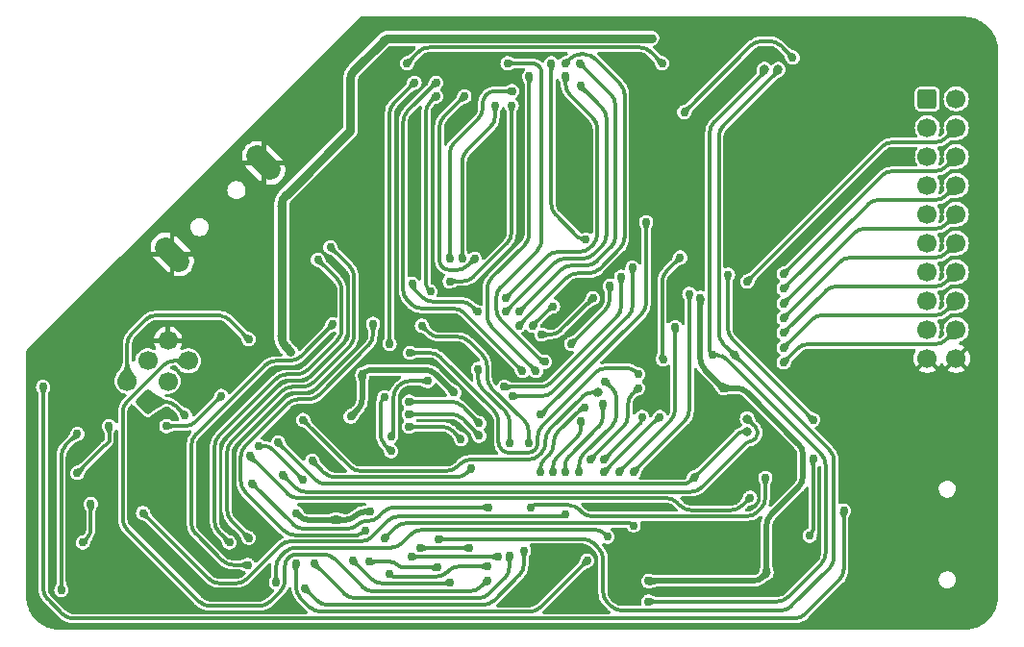
<source format=gbl>
%TF.GenerationSoftware,KiCad,Pcbnew,7.0.0*%
%TF.CreationDate,2023-03-04T18:46:55+01:00*%
%TF.ProjectId,Z80Card,5a383043-6172-4642-9e6b-696361645f70,1.1*%
%TF.SameCoordinates,Original*%
%TF.FileFunction,Copper,L2,Bot*%
%TF.FilePolarity,Positive*%
%FSLAX46Y46*%
G04 Gerber Fmt 4.6, Leading zero omitted, Abs format (unit mm)*
G04 Created by KiCad (PCBNEW 7.0.0) date 2023-03-04 18:46:55*
%MOMM*%
%LPD*%
G01*
G04 APERTURE LIST*
G04 Aperture macros list*
%AMRoundRect*
0 Rectangle with rounded corners*
0 $1 Rounding radius*
0 $2 $3 $4 $5 $6 $7 $8 $9 X,Y pos of 4 corners*
0 Add a 4 corners polygon primitive as box body*
4,1,4,$2,$3,$4,$5,$6,$7,$8,$9,$2,$3,0*
0 Add four circle primitives for the rounded corners*
1,1,$1+$1,$2,$3*
1,1,$1+$1,$4,$5*
1,1,$1+$1,$6,$7*
1,1,$1+$1,$8,$9*
0 Add four rect primitives between the rounded corners*
20,1,$1+$1,$2,$3,$4,$5,0*
20,1,$1+$1,$4,$5,$6,$7,0*
20,1,$1+$1,$6,$7,$8,$9,0*
20,1,$1+$1,$8,$9,$2,$3,0*%
%AMHorizOval*
0 Thick line with rounded ends*
0 $1 width*
0 $2 $3 position (X,Y) of the first rounded end (center of the circle)*
0 $4 $5 position (X,Y) of the second rounded end (center of the circle)*
0 Add line between two ends*
20,1,$1,$2,$3,$4,$5,0*
0 Add two circle primitives to create the rounded ends*
1,1,$1,$2,$3*
1,1,$1,$4,$5*%
G04 Aperture macros list end*
%TA.AperFunction,ComponentPad*%
%ADD10RoundRect,0.250000X0.848528X0.000000X0.000000X0.848528X-0.848528X0.000000X0.000000X-0.848528X0*%
%TD*%
%TA.AperFunction,ComponentPad*%
%ADD11C,1.700000*%
%TD*%
%TA.AperFunction,ComponentPad*%
%ADD12RoundRect,0.250000X-0.600000X-0.600000X0.600000X-0.600000X0.600000X0.600000X-0.600000X0.600000X0*%
%TD*%
%TA.AperFunction,ComponentPad*%
%ADD13HorizOval,1.900000X-0.565685X0.565685X0.565685X-0.565685X0*%
%TD*%
%TA.AperFunction,SMDPad,CuDef*%
%ADD14C,0.300000*%
%TD*%
%TA.AperFunction,ViaPad*%
%ADD15C,0.750000*%
%TD*%
%TA.AperFunction,ViaPad*%
%ADD16C,0.800000*%
%TD*%
%TA.AperFunction,Conductor*%
%ADD17C,0.300000*%
%TD*%
%TA.AperFunction,Conductor*%
%ADD18C,0.500000*%
%TD*%
%TA.AperFunction,Conductor*%
%ADD19C,0.800000*%
%TD*%
G04 APERTURE END LIST*
%TO.C,NT1*%
G36*
X109218198Y-106093934D02*
G01*
X108793934Y-106518198D01*
X108581802Y-106306066D01*
X109006066Y-105881802D01*
X109218198Y-106093934D01*
G37*
%TD*%
D10*
%TO.P,J3,1,MISO*%
%TO.N,/CPU And Core ICs/MCU.MISO*%
X112500000Y-102500000D03*
D11*
%TO.P,J3,2,VCC*%
%TO.N,+5V*%
X110703949Y-100703949D03*
%TO.P,J3,3,SCK*%
%TO.N,/CPU And Core ICs/MCU.SCK*%
X114296051Y-100703949D03*
%TO.P,J3,4,MOSI*%
%TO.N,/CPU And Core ICs/MCU.MOSI*%
X112500000Y-98907898D03*
%TO.P,J3,5,~{RST}*%
%TO.N,/CPU And Core ICs/RESET_BUTTON*%
X116092102Y-98907898D03*
%TO.P,J3,6,GND*%
%TO.N,GND*%
X114296051Y-97111846D03*
%TD*%
D12*
%TO.P,J2,1,Pin_1*%
%TO.N,+5V*%
X181160000Y-75840000D03*
D11*
%TO.P,J2,2,Pin_2*%
X183700000Y-75840000D03*
%TO.P,J2,3,Pin_3*%
%TO.N,/Peripherals/IO.A7*%
X181160000Y-78380000D03*
%TO.P,J2,4,Pin_4*%
%TO.N,/Peripherals/IO.B7*%
X183700000Y-78380000D03*
%TO.P,J2,5,Pin_5*%
%TO.N,/Peripherals/IO.A6*%
X181160000Y-80920000D03*
%TO.P,J2,6,Pin_6*%
%TO.N,/Peripherals/IO.B6*%
X183700000Y-80920000D03*
%TO.P,J2,7,Pin_7*%
%TO.N,/Peripherals/IO.A5*%
X181160000Y-83460000D03*
%TO.P,J2,8,Pin_8*%
%TO.N,/Peripherals/IO.B5*%
X183700000Y-83460000D03*
%TO.P,J2,9,Pin_9*%
%TO.N,/Peripherals/IO.A4*%
X181160000Y-86000000D03*
%TO.P,J2,10,Pin_10*%
%TO.N,/Peripherals/IO.B4*%
X183700000Y-86000000D03*
%TO.P,J2,11,Pin_11*%
%TO.N,/Peripherals/IO.A3*%
X181160000Y-88540000D03*
%TO.P,J2,12,Pin_12*%
%TO.N,/Peripherals/IO.B3*%
X183700000Y-88540000D03*
%TO.P,J2,13,Pin_13*%
%TO.N,/Peripherals/IO.A2*%
X181160000Y-91080000D03*
%TO.P,J2,14,Pin_14*%
%TO.N,/Peripherals/IO.B2*%
X183700000Y-91080000D03*
%TO.P,J2,15,Pin_15*%
%TO.N,/Peripherals/IO.A1*%
X181160000Y-93620000D03*
%TO.P,J2,16,Pin_16*%
%TO.N,/Peripherals/IO.B1*%
X183700000Y-93620000D03*
%TO.P,J2,17,Pin_17*%
%TO.N,/Peripherals/IO.A0*%
X181160000Y-96160000D03*
%TO.P,J2,18,Pin_18*%
%TO.N,/Peripherals/IO.B0*%
X183700000Y-96160000D03*
%TO.P,J2,19,Pin_19*%
%TO.N,GND*%
X181160000Y-98700000D03*
%TO.P,J2,20,Pin_20*%
X183700000Y-98700000D03*
%TD*%
D13*
%TO.P,J1,5,Shield*%
%TO.N,GND*%
X114668527Y-89529544D03*
X122729544Y-81468527D03*
%TD*%
D14*
%TO.P,NT1,1,1*%
%TO.N,/CPU And Core ICs/~{WAIT_RES}*%
X109112132Y-105987868D03*
%TO.P,NT1,2,2*%
%TO.N,/CPU And Core ICs/LED_BUFF.IOS*%
X108687868Y-106412132D03*
%TD*%
D15*
%TO.N,GND*%
X136800000Y-97400000D03*
X106600000Y-112000000D03*
X169400000Y-112500000D03*
D16*
X172100000Y-104700000D03*
X163600000Y-89000000D03*
D15*
X145700000Y-120200000D03*
X140400000Y-76900000D03*
X121380000Y-112150000D03*
X132000000Y-73600000D03*
D16*
X132500000Y-98400000D03*
D15*
X154300000Y-111800000D03*
D16*
X177200000Y-112100000D03*
X135800000Y-82200000D03*
D15*
X156600000Y-97000000D03*
D16*
X109000000Y-119300000D03*
X169300000Y-107000000D03*
X150000000Y-116400000D03*
D15*
X161150001Y-79100000D03*
X117500000Y-110800000D03*
X157650000Y-113950000D03*
X150900000Y-92600000D03*
X141600000Y-106600000D03*
D16*
X174900000Y-115250000D03*
D15*
X156800000Y-111800000D03*
D16*
X120200000Y-116000000D03*
X160500000Y-111249001D03*
D15*
X131500000Y-94100000D03*
D16*
X160400000Y-86000000D03*
D15*
X131550000Y-107825500D03*
D16*
X120200000Y-119450000D03*
D15*
X118200000Y-101200000D03*
X127500000Y-111975000D03*
D16*
X130000000Y-111975000D03*
X135000000Y-94900000D03*
X174900000Y-110200000D03*
D15*
X156400000Y-84700000D03*
X175600000Y-72400000D03*
X162484500Y-109995700D03*
X159750000Y-72700000D03*
X165225000Y-94425000D03*
X150000000Y-82000000D03*
D16*
X165200000Y-102900000D03*
D15*
X128700000Y-107900000D03*
D16*
X132750000Y-83900000D03*
D15*
X134200000Y-74300000D03*
X138700000Y-106000000D03*
D16*
X114600000Y-112150000D03*
D15*
X122500000Y-98500000D03*
X120200000Y-117650000D03*
X143200000Y-79400000D03*
X148800000Y-94900000D03*
X130200000Y-102750000D03*
X156500000Y-108700000D03*
X164300000Y-110950000D03*
X115800000Y-101800000D03*
X174400000Y-78000000D03*
X154400000Y-116400000D03*
X159100000Y-93200000D03*
X169400000Y-117600000D03*
%TO.N,+5V*%
X163187500Y-101300000D03*
X156600000Y-118300000D03*
X139500000Y-101700000D03*
X156900000Y-70500000D03*
X125100000Y-98100000D03*
X129100000Y-112900000D03*
X121400000Y-97000000D03*
X131400000Y-100100000D03*
X167000000Y-117600000D03*
X130350000Y-78650000D03*
X161175500Y-93350000D03*
D16*
X133250000Y-70750000D03*
D15*
X107500000Y-111500000D03*
X106800000Y-114900000D03*
X124300000Y-93850000D03*
X125600000Y-112300000D03*
X130377345Y-103827345D03*
X132100000Y-112200000D03*
%TO.N,+3V3*%
X170800000Y-114300000D03*
X171100000Y-104100000D03*
X171100000Y-107500000D03*
X163600000Y-91300000D03*
%TO.N,/CPU And Core ICs/BANK1*%
X158956451Y-95950000D03*
X154000000Y-108700000D03*
X153000000Y-114400000D03*
X123800000Y-118400000D03*
%TO.N,/CPU And Core ICs/RAM_A16*%
X135800000Y-92100000D03*
X141550000Y-94600000D03*
%TO.N,/CPU And Core ICs/PIN_USER*%
X145650000Y-115600000D03*
X126350000Y-118950000D03*
%TO.N,/Peripherals/SPI.SS*%
X173800000Y-112100000D03*
X103300000Y-101200000D03*
%TO.N,/Peripherals/IO.B7*%
X165300000Y-91900000D03*
%TO.N,/Peripherals/IO.B6*%
X168500000Y-91250000D03*
%TO.N,/Peripherals/IO.B5*%
X168500000Y-92550000D03*
%TO.N,/Peripherals/IO.B4*%
X168500000Y-93850000D03*
%TO.N,/Peripherals/IO.B3*%
X168500000Y-95150000D03*
%TO.N,/Peripherals/IO.B2*%
X168500000Y-96450000D03*
%TO.N,/Peripherals/IO.B1*%
X168500000Y-97750000D03*
%TO.N,/Peripherals/IO.B0*%
X168500000Y-99050000D03*
%TO.N,/CPU And Core ICs/MCU.MISO*%
X115800000Y-103700000D03*
D16*
X165300000Y-104000000D03*
D15*
X124400000Y-108950000D03*
%TO.N,/CPU And Core ICs/MCU.SCK*%
X142500000Y-111800000D03*
X121700000Y-109700000D03*
%TO.N,/CPU And Core ICs/MCU.MOSI*%
X165550000Y-110950000D03*
X121500000Y-107300000D03*
%TO.N,/CPU And Core ICs/RESET_BUTTON*%
X142400000Y-118250000D03*
%TO.N,/CPU And Core ICs/~{CTS}*%
X128800000Y-95700000D03*
X121325000Y-116875000D03*
%TO.N,/CPU And Core ICs/~{WAIT_RES}*%
X114149999Y-104649999D03*
X135600000Y-98200000D03*
X109100000Y-104650000D03*
X119000000Y-102000000D03*
X155700000Y-100100000D03*
X122300000Y-106400000D03*
X126200000Y-109400000D03*
%TO.N,/CPU And Core ICs/LED_BUFF.IOS*%
X106300000Y-108790000D03*
%TO.N,/CPU And Core ICs/LED.~{DMA}*%
X149250000Y-108700000D03*
X112100000Y-112300000D03*
X152600000Y-102701804D03*
X149250000Y-112400000D03*
%TO.N,/CPU And Core ICs/~{CLK}*%
X133950000Y-106850000D03*
X133350000Y-102100000D03*
%TO.N,/CPU And Core ICs/I2C.SCL*%
X139150000Y-118400000D03*
X130600000Y-116500000D03*
X162200000Y-98400000D03*
D16*
X166801800Y-73228200D03*
D15*
X156600000Y-120100000D03*
%TO.N,/CPU And Core ICs/I2C.SDA*%
X138100000Y-114600000D03*
X164200000Y-98400000D03*
D16*
X168025000Y-73228200D03*
D15*
%TO.N,/CPU And Core ICs/~{RESET}*%
X133350000Y-114550000D03*
X155300000Y-113400000D03*
X160200000Y-93000000D03*
X155300000Y-108700000D03*
D16*
%TO.N,/CPU And Core ICs/MCU.SS*%
X165250000Y-105100000D03*
D15*
X124000000Y-106100000D03*
X160600000Y-109200000D03*
%TO.N,/CPU And Core ICs/LED_BUFF.IO_OP*%
X151500000Y-107600000D03*
X104900000Y-119100000D03*
X155700000Y-101300000D03*
X106300000Y-105350000D03*
%TO.N,Net-(R12-Pad2)*%
X146200000Y-111800000D03*
X166900000Y-109200000D03*
%TO.N,/CPU And Core ICs/A15*%
X156050000Y-103850000D03*
X152700000Y-107600000D03*
X146050000Y-106200000D03*
X136650000Y-95800000D03*
%TO.N,/CPU And Core ICs/A13*%
X137900000Y-75600000D03*
X137400000Y-92800000D03*
%TO.N,/CPU And Core ICs/A11*%
X139100000Y-91900000D03*
X144550000Y-76400000D03*
%TO.N,/CPU And Core ICs/A10*%
X139100000Y-89900000D03*
X144600000Y-75150000D03*
%TO.N,/CPU And Core ICs/A9*%
X143100000Y-76400000D03*
X140200000Y-89900000D03*
%TO.N,/CPU And Core ICs/A8*%
X140400000Y-75600000D03*
X141300000Y-89900000D03*
%TO.N,/CPU And Core ICs/~{NMI}*%
X156400000Y-86700000D03*
X147125000Y-103650000D03*
D16*
%TO.N,/CPU And Core ICs/~{WAIT}*%
X152150000Y-101700000D03*
D15*
X126200000Y-104100000D03*
%TO.N,/CPU And Core ICs/RAM_A15*%
X157800000Y-72700000D03*
X157900000Y-98800000D03*
X159400000Y-89800000D03*
X135350000Y-72700000D03*
%TO.N,/CPU And Core ICs/BANK0*%
X152700000Y-108700000D03*
X125550000Y-116750000D03*
X151200000Y-116500000D03*
X157600000Y-103850000D03*
%TO.N,/CPU And Core ICs/D4*%
X144000000Y-93400000D03*
X149300000Y-73850000D03*
%TO.N,/CPU And Core ICs/D3*%
X133950000Y-105550000D03*
X150600000Y-74700000D03*
X144000000Y-94600000D03*
X137170974Y-100670974D03*
%TO.N,/CPU And Core ICs/D5*%
X150550000Y-72700000D03*
X145200000Y-94600000D03*
%TO.N,/CPU And Core ICs/D6*%
X149300000Y-72700000D03*
X145200000Y-95800000D03*
%TO.N,/CPU And Core ICs/D2*%
X140100000Y-105800000D03*
X147200000Y-96600000D03*
X135500000Y-104700000D03*
X151700000Y-93400000D03*
%TO.N,/CPU And Core ICs/D7*%
X151100000Y-88200000D03*
X148050000Y-72700000D03*
X153200000Y-92300000D03*
X149800000Y-97400000D03*
%TO.N,/CPU And Core ICs/D0*%
X154200000Y-91500000D03*
X143900000Y-101200000D03*
X135500000Y-102500000D03*
X141700000Y-104400000D03*
%TO.N,/CPU And Core ICs/D1*%
X135498861Y-103600000D03*
X144600000Y-102000000D03*
X155200000Y-90700000D03*
X141700000Y-105500000D03*
%TO.N,/CPU And Core ICs/~{INT}*%
X141000000Y-108400000D03*
X127000000Y-107700000D03*
%TO.N,/CPU And Core ICs/~{MREQ}*%
X140817219Y-115375500D03*
X136500000Y-115375500D03*
X146700000Y-99800000D03*
X146100000Y-73850000D03*
%TO.N,/CPU And Core ICs/~{RD}*%
X150680178Y-104205178D03*
X135700000Y-116150000D03*
X144200000Y-72700000D03*
X148200000Y-108700000D03*
X143350000Y-116150000D03*
X147500000Y-99000000D03*
%TO.N,/CPU And Core ICs/~{WR}*%
X133800000Y-117700000D03*
X145500000Y-99800000D03*
X137900000Y-74400000D03*
X142400000Y-117000000D03*
X147100000Y-108700000D03*
X151000000Y-103000000D03*
%TO.N,/CPU And Core ICs/~{BUSRQ}*%
X152800000Y-100700000D03*
X127150000Y-116750000D03*
X150500000Y-108700000D03*
X144350000Y-116100000D03*
%TO.N,/CPU And Core ICs/A0*%
X141600000Y-99600000D03*
X146400000Y-95800000D03*
X144400000Y-106200000D03*
X138000000Y-117100000D03*
X148200000Y-94100000D03*
X132000000Y-116600000D03*
%TO.N,/CPU And Core ICs/RAM_CS2*%
X133800000Y-97400000D03*
X136000000Y-74400000D03*
%TO.N,/CPU And Core ICs/UART.RX*%
X121400000Y-114500000D03*
X128600000Y-88900000D03*
%TO.N,/CPU And Core ICs/UART.TX*%
X127500000Y-90000000D03*
X119700000Y-114900000D03*
%TO.N,/CPU And Core ICs/UART.~{RTS}*%
X132350000Y-95650000D03*
X131650000Y-113850000D03*
%TO.N,VD*%
X169300000Y-72200000D03*
X159750000Y-77000000D03*
%TD*%
D17*
%TO.N,GND*%
X169400000Y-112500000D02*
X169400000Y-117600000D01*
X162484500Y-109995700D02*
X162915100Y-109995700D01*
X164300000Y-110950000D02*
X163650180Y-110300180D01*
X162484500Y-109995700D02*
X161489716Y-110990483D01*
X160500000Y-111249001D02*
X160865599Y-111249001D01*
X160865599Y-111249009D02*
G75*
G03*
X161489715Y-110990482I1J882609D01*
G01*
X163650188Y-110300172D02*
G75*
G03*
X162915100Y-109995700I-735088J-735128D01*
G01*
D18*
%TO.N,+5V*%
X164336509Y-101300000D02*
X163187500Y-101300000D01*
X130799999Y-112549999D02*
X130814124Y-112535875D01*
X170200000Y-107163490D02*
X170200000Y-109086509D01*
D17*
X106800000Y-114900000D02*
X107150000Y-114550000D01*
D18*
X125600000Y-112300000D02*
X125900000Y-112600000D01*
X131001551Y-103203138D02*
X130377345Y-103827345D01*
D17*
X112301551Y-95298448D02*
X111102397Y-96497602D01*
D18*
X165298448Y-101698448D02*
X169801551Y-106201551D01*
X132100000Y-112200000D02*
X131625000Y-112200000D01*
D17*
X107500000Y-111500000D02*
X107500000Y-113705025D01*
X119698448Y-95298448D02*
X121400000Y-97000000D01*
D18*
X163187500Y-101300000D02*
X161573948Y-99686448D01*
X129955025Y-112900000D02*
X129100000Y-112900000D01*
X137898448Y-100098448D02*
X139500000Y-101700000D01*
D17*
X110703949Y-97459541D02*
X110703949Y-100703949D01*
D19*
X156900000Y-70500000D02*
X133676776Y-70500000D01*
D18*
X136936509Y-99700000D02*
X132082842Y-99700000D01*
D17*
X118736509Y-94900000D02*
X113263490Y-94900000D01*
D18*
X131400000Y-100100000D02*
X131600000Y-99900000D01*
D19*
X125100000Y-98100000D02*
X124698448Y-97698448D01*
D18*
X161175500Y-93350000D02*
X161175500Y-98724509D01*
X167000000Y-117600000D02*
X167000000Y-113413490D01*
D19*
X133250000Y-70750000D02*
X130748448Y-73251551D01*
D18*
X131400000Y-102241199D02*
X131400000Y-100100000D01*
D19*
X124300000Y-93850000D02*
X124300000Y-85263490D01*
D18*
X169801551Y-110048448D02*
X167398448Y-112451551D01*
X166650000Y-117950000D02*
X167000000Y-117600000D01*
D19*
X124698448Y-84301551D02*
X130350000Y-78650000D01*
D18*
X129100000Y-112900000D02*
X126624264Y-112900000D01*
X165805025Y-118300000D02*
X156600000Y-118300000D01*
D19*
X133250000Y-70750000D02*
X133375000Y-70625000D01*
X130350000Y-78650000D02*
X130350000Y-74213490D01*
X124300000Y-93850000D02*
X124300000Y-96736509D01*
D18*
X125900011Y-112599989D02*
G75*
G03*
X126624264Y-112900000I724289J724289D01*
G01*
X169801550Y-110048447D02*
G75*
G03*
X170200000Y-109086509I-961950J961947D01*
G01*
X170200002Y-107163490D02*
G75*
G03*
X169801550Y-106201552I-1360402J-10D01*
G01*
D19*
X124299998Y-96736509D02*
G75*
G03*
X124698449Y-97698447I1360402J9D01*
G01*
D18*
X161175498Y-98724509D02*
G75*
G03*
X161573949Y-99686447I1360402J9D01*
G01*
X131625000Y-112200014D02*
G75*
G03*
X130814124Y-112535875I0J-1146786D01*
G01*
X129955025Y-112900009D02*
G75*
G03*
X130799999Y-112549999I-25J1195009D01*
G01*
X137898446Y-100098450D02*
G75*
G03*
X136936509Y-99700000I-961946J-961950D01*
G01*
X132082842Y-99700018D02*
G75*
G03*
X131600000Y-99900000I-42J-682782D01*
G01*
D19*
X133676776Y-70499991D02*
G75*
G03*
X133375000Y-70625000I24J-426809D01*
G01*
D17*
X107149993Y-114549993D02*
G75*
G03*
X107500000Y-113705025I-844993J844993D01*
G01*
D18*
X165805025Y-118300010D02*
G75*
G03*
X166650000Y-117950000I-25J1195010D01*
G01*
D19*
X130748450Y-73251553D02*
G75*
G03*
X130350000Y-74213490I961950J-961947D01*
G01*
D17*
X119698446Y-95298450D02*
G75*
G03*
X118736509Y-94900000I-961946J-961950D01*
G01*
D18*
X167398450Y-112451553D02*
G75*
G03*
X167000000Y-113413490I961950J-961947D01*
G01*
X165298446Y-101698450D02*
G75*
G03*
X164336509Y-101300000I-961946J-961950D01*
G01*
D17*
X111102384Y-96497589D02*
G75*
G03*
X110703949Y-97459541I961916J-961911D01*
G01*
X113263490Y-94899997D02*
G75*
G03*
X112301551Y-95298448I10J-1360403D01*
G01*
D19*
X124698450Y-84301553D02*
G75*
G03*
X124300000Y-85263490I961950J-961947D01*
G01*
D18*
X131001555Y-103203142D02*
G75*
G03*
X131400000Y-102241199I-961955J961942D01*
G01*
D17*
%TO.N,+3V3*%
X171100000Y-113787867D02*
X171100000Y-107500000D01*
X170800000Y-114300000D02*
X170950000Y-114150000D01*
X163998448Y-96998448D02*
X171100000Y-104100000D01*
X163600000Y-91300000D02*
X163600000Y-96036509D01*
X163599998Y-96036509D02*
G75*
G03*
X163998449Y-96998447I1360402J9D01*
G01*
X170950009Y-114150009D02*
G75*
G03*
X171100000Y-113787867I-362109J362109D01*
G01*
%TO.N,/CPU And Core ICs/BANK1*%
X158558002Y-104141997D02*
X154000000Y-108700000D01*
X135676551Y-114198448D02*
X134923448Y-114951551D01*
X133961509Y-115350000D02*
X125563490Y-115350000D01*
X123800000Y-117113490D02*
X123800000Y-118400000D01*
X152700000Y-114100000D02*
X153000000Y-114400000D01*
X136638490Y-113800000D02*
X151975735Y-113800000D01*
X158956451Y-95950000D02*
X158956451Y-103180058D01*
X124601551Y-115748447D02*
X124198448Y-116151551D01*
X158558016Y-104142011D02*
G75*
G03*
X158956451Y-103180058I-961916J961911D01*
G01*
X136638490Y-113799997D02*
G75*
G03*
X135676551Y-114198448I10J-1360403D01*
G01*
X152699989Y-114100011D02*
G75*
G03*
X151975735Y-113800000I-724289J-724289D01*
G01*
X124198450Y-116151553D02*
G75*
G03*
X123800000Y-117113490I961950J-961947D01*
G01*
X133961509Y-115350002D02*
G75*
G03*
X134923448Y-114951551I-9J1360402D01*
G01*
X125563490Y-115349996D02*
G75*
G03*
X124601551Y-115748447I10J-1360404D01*
G01*
%TO.N,/CPU And Core ICs/RAM_A16*%
X135800000Y-92100000D02*
X135800000Y-92400000D01*
X137663490Y-93700000D02*
X140086509Y-93700000D01*
X135800000Y-92400000D02*
X136701551Y-93301551D01*
X141048448Y-94098448D02*
X141550000Y-94600000D01*
X136701553Y-93301549D02*
G75*
G03*
X137663490Y-93700000I961947J961949D01*
G01*
X141048446Y-94098450D02*
G75*
G03*
X140086509Y-93700000I-961946J-961950D01*
G01*
%TO.N,/CPU And Core ICs/PIN_USER*%
X142036509Y-120400000D02*
X128363490Y-120400000D01*
X142998448Y-120001551D02*
X145251551Y-117748448D01*
X145650000Y-115600000D02*
X145650000Y-116786509D01*
X127401551Y-120001551D02*
X126350000Y-118950000D01*
X145251550Y-117748447D02*
G75*
G03*
X145650000Y-116786509I-961950J961947D01*
G01*
X127401553Y-120001549D02*
G75*
G03*
X128363490Y-120400000I961947J961949D01*
G01*
X142036509Y-120400002D02*
G75*
G03*
X142998448Y-120001551I-9J1360402D01*
G01*
%TO.N,/Peripherals/SPI.SS*%
X103698448Y-119898448D02*
X105001551Y-121201551D01*
X105963490Y-121600000D02*
X169436509Y-121600000D01*
X173800000Y-112100000D02*
X173800000Y-117236509D01*
X103300000Y-101200000D02*
X103300000Y-118936509D01*
X170398448Y-121201551D02*
X173401551Y-118198448D01*
X173401550Y-118198447D02*
G75*
G03*
X173800000Y-117236509I-961950J961947D01*
G01*
X103299998Y-118936509D02*
G75*
G03*
X103698449Y-119898447I1360402J9D01*
G01*
X105001553Y-121201549D02*
G75*
G03*
X105963490Y-121600000I961947J961949D01*
G01*
X169436509Y-121600002D02*
G75*
G03*
X170398448Y-121201551I-9J1360402D01*
G01*
%TO.N,/Peripherals/IO.B7*%
X177151551Y-80048448D02*
X165300000Y-91900000D01*
X182828448Y-79251551D02*
X183700000Y-78380000D01*
X181866509Y-79650000D02*
X178113490Y-79650000D01*
X178113490Y-79649997D02*
G75*
G03*
X177151551Y-80048448I10J-1360403D01*
G01*
X181866509Y-79650002D02*
G75*
G03*
X182828448Y-79251551I-9J1360402D01*
G01*
%TO.N,/Peripherals/IO.B6*%
X182828448Y-81791551D02*
X183700000Y-80920000D01*
X177161551Y-82588448D02*
X168500000Y-91250000D01*
X178123490Y-82190000D02*
X181866509Y-82190000D01*
X181866509Y-82190002D02*
G75*
G03*
X182828448Y-81791551I-9J1360402D01*
G01*
X178123490Y-82189997D02*
G75*
G03*
X177161551Y-82588448I10J-1360403D01*
G01*
%TO.N,/Peripherals/IO.B5*%
X168500000Y-92550000D02*
X175921551Y-85128448D01*
X182828448Y-84331551D02*
X183700000Y-83460000D01*
X181866509Y-84730000D02*
X176883490Y-84730000D01*
X176883490Y-84729997D02*
G75*
G03*
X175921551Y-85128448I10J-1360403D01*
G01*
X181866509Y-84730002D02*
G75*
G03*
X182828448Y-84331551I-9J1360402D01*
G01*
%TO.N,/Peripherals/IO.B4*%
X182828448Y-86871551D02*
X183700000Y-86000000D01*
X181866509Y-87270000D02*
X175643490Y-87270000D01*
X168500000Y-93850000D02*
X174681551Y-87668448D01*
X175643490Y-87269997D02*
G75*
G03*
X174681551Y-87668448I10J-1360403D01*
G01*
X181866509Y-87270002D02*
G75*
G03*
X182828448Y-86871551I-9J1360402D01*
G01*
%TO.N,/Peripherals/IO.B3*%
X174403490Y-89810000D02*
X181866509Y-89810000D01*
X182828448Y-89411551D02*
X183700000Y-88540000D01*
X173441551Y-90208448D02*
X168500000Y-95150000D01*
X174403490Y-89809997D02*
G75*
G03*
X173441551Y-90208448I10J-1360403D01*
G01*
X181866509Y-89810002D02*
G75*
G03*
X182828448Y-89411551I-9J1360402D01*
G01*
%TO.N,/Peripherals/IO.B2*%
X168500000Y-96450000D02*
X172201551Y-92748448D01*
X181866509Y-92350000D02*
X173163490Y-92350000D01*
X182828448Y-91951551D02*
X183700000Y-91080000D01*
X181866509Y-92350002D02*
G75*
G03*
X182828448Y-91951551I-9J1360402D01*
G01*
X173163490Y-92349997D02*
G75*
G03*
X172201551Y-92748448I10J-1360403D01*
G01*
%TO.N,/Peripherals/IO.B1*%
X181866509Y-94890000D02*
X171923490Y-94890000D01*
X182828448Y-94491551D02*
X183700000Y-93620000D01*
X168500000Y-97750000D02*
X170961551Y-95288448D01*
X181866509Y-94890002D02*
G75*
G03*
X182828448Y-94491551I-9J1360402D01*
G01*
X171923490Y-94889997D02*
G75*
G03*
X170961551Y-95288448I10J-1360403D01*
G01*
%TO.N,/Peripherals/IO.B0*%
X169721551Y-97828448D02*
X168500000Y-99050000D01*
X170683490Y-97430000D02*
X181866509Y-97430000D01*
X182828448Y-97031551D02*
X183700000Y-96160000D01*
X181866509Y-97430002D02*
G75*
G03*
X182828448Y-97031551I-9J1360402D01*
G01*
X170683490Y-97429997D02*
G75*
G03*
X169721551Y-97828448I10J-1360403D01*
G01*
%TO.N,/CPU And Core ICs/MCU.MISO*%
X114036509Y-102500000D02*
X112500000Y-102500000D01*
X165193751Y-106145294D02*
X161287993Y-110051052D01*
X114998448Y-102898448D02*
X115800000Y-103700000D01*
X126462991Y-110449501D02*
X160326054Y-110449501D01*
X124400000Y-108950000D02*
X125501052Y-110051052D01*
X166055545Y-105694454D02*
X165895294Y-105854705D01*
X165300000Y-104000000D02*
X166055545Y-104755545D01*
X166055544Y-105694453D02*
G75*
G03*
X166250000Y-105225000I-469444J469453D01*
G01*
X114998446Y-102898450D02*
G75*
G03*
X114036509Y-102500000I-961946J-961950D01*
G01*
X125501053Y-110051051D02*
G75*
G03*
X126462991Y-110449501I961947J961951D01*
G01*
X165544523Y-106000005D02*
G75*
G03*
X165895294Y-105854705I-23J496105D01*
G01*
X165544523Y-106000026D02*
G75*
G03*
X165193751Y-106145294I-23J-496074D01*
G01*
X160326054Y-110449463D02*
G75*
G03*
X161287992Y-110051051I46J1360363D01*
G01*
X166250002Y-105225000D02*
G75*
G03*
X166055545Y-104755545I-663902J0D01*
G01*
%TO.N,/CPU And Core ICs/MCU.SCK*%
X125301551Y-113301551D02*
X121700000Y-109700000D01*
X131794974Y-113000000D02*
X131936509Y-113000000D01*
X142500000Y-111800000D02*
X134263490Y-111800000D01*
X130105025Y-113700000D02*
X126263490Y-113700000D01*
X133301551Y-112198447D02*
X132898448Y-112601551D01*
X130105025Y-113700010D02*
G75*
G03*
X130950000Y-113350000I-25J1195010D01*
G01*
X131794974Y-112999990D02*
G75*
G03*
X130950000Y-113350000I26J-1195010D01*
G01*
X134263490Y-111799996D02*
G75*
G03*
X133301551Y-112198447I10J-1360404D01*
G01*
X125301553Y-113301549D02*
G75*
G03*
X126263490Y-113700000I961947J961949D01*
G01*
X131936509Y-113000002D02*
G75*
G03*
X132898448Y-112601551I-9J1360402D01*
G01*
%TO.N,/CPU And Core ICs/MCU.MOSI*%
X160361991Y-112048501D02*
X163888008Y-112048501D01*
X159148448Y-111398448D02*
X159400052Y-111650052D01*
X165550000Y-110950000D02*
X164849947Y-111650052D01*
X124801551Y-110601551D02*
X121500000Y-107300000D01*
X125763490Y-111000000D02*
X158186509Y-111000000D01*
X163888008Y-112048502D02*
G75*
G03*
X164849947Y-111650052I-8J1360402D01*
G01*
X159400053Y-111650051D02*
G75*
G03*
X160361991Y-112048501I961947J961951D01*
G01*
X159148446Y-111398450D02*
G75*
G03*
X158186509Y-111000000I-961946J-961950D01*
G01*
X124801553Y-110601549D02*
G75*
G03*
X125763490Y-111000000I961947J961949D01*
G01*
%TO.N,/CPU And Core ICs/RESET_BUTTON*%
X131401551Y-118801551D02*
X128948448Y-116348448D01*
X114855592Y-98907898D02*
X116092102Y-98907898D01*
X118013490Y-120500000D02*
X122336509Y-120500000D01*
X124201551Y-119198448D02*
X123298448Y-120101551D01*
X113893653Y-99306346D02*
X110698448Y-102501551D01*
X141848448Y-118801551D02*
X142400000Y-118250000D01*
X124600000Y-116974264D02*
X124600000Y-118236509D01*
X140886509Y-119200000D02*
X132363490Y-119200000D01*
X110698448Y-113748448D02*
X117051551Y-120101551D01*
X110300000Y-112786509D02*
X110300000Y-103463490D01*
X127986509Y-115950000D02*
X125624264Y-115950000D01*
X110698450Y-102501553D02*
G75*
G03*
X110300000Y-103463490I961950J-961947D01*
G01*
X125624264Y-115949986D02*
G75*
G03*
X124900001Y-116250001I36J-1024314D01*
G01*
X124900011Y-116250011D02*
G75*
G03*
X124600000Y-116974264I724289J-724289D01*
G01*
X140886509Y-119200002D02*
G75*
G03*
X141848448Y-118801551I-9J1360402D01*
G01*
X114855592Y-98907897D02*
G75*
G03*
X113893653Y-99306346I8J-1360403D01*
G01*
X117051553Y-120101549D02*
G75*
G03*
X118013490Y-120500000I961947J961949D01*
G01*
X124201550Y-119198447D02*
G75*
G03*
X124600000Y-118236509I-961950J961947D01*
G01*
X122336509Y-120500002D02*
G75*
G03*
X123298448Y-120101551I-9J1360402D01*
G01*
X110299998Y-112786509D02*
G75*
G03*
X110698449Y-113748447I1360402J9D01*
G01*
X131401553Y-118801549D02*
G75*
G03*
X132363490Y-119200000I961947J961949D01*
G01*
X128948446Y-116348450D02*
G75*
G03*
X127986509Y-115950000I-961946J-961950D01*
G01*
%TO.N,/CPU And Core ICs/~{CTS}*%
X121325000Y-116875000D02*
X120038490Y-116875000D01*
X116748448Y-114148448D02*
X119076551Y-116476551D01*
X116748448Y-105401551D02*
X122851551Y-99298448D01*
X116350000Y-106363490D02*
X116350000Y-113186509D01*
X128800000Y-95700000D02*
X125998448Y-98501551D01*
X123813490Y-98900000D02*
X125036509Y-98900000D01*
X116349998Y-113186509D02*
G75*
G03*
X116748449Y-114148447I1360402J9D01*
G01*
X123813490Y-98899997D02*
G75*
G03*
X122851551Y-99298448I10J-1360403D01*
G01*
X125036509Y-98900002D02*
G75*
G03*
X125998448Y-98501551I-9J1360402D01*
G01*
X116748450Y-105401553D02*
G75*
G03*
X116350000Y-106363490I961950J-961947D01*
G01*
X119076553Y-116476549D02*
G75*
G03*
X120038490Y-116875000I961947J961949D01*
G01*
%TO.N,/CPU And Core ICs/~{WAIT_RES}*%
X116748449Y-104251550D02*
X119000000Y-102000000D01*
X143400000Y-104263490D02*
X143400000Y-106061091D01*
X146850000Y-105588490D02*
X146850000Y-106146446D01*
X126200000Y-109400000D02*
X123518198Y-106718198D01*
X109112132Y-104670710D02*
X109112132Y-105987868D01*
X144338908Y-107000000D02*
X145996446Y-107000000D01*
X109106066Y-104656066D02*
X109100000Y-104650000D01*
X122300000Y-106400000D02*
X122750000Y-106400000D01*
X155425000Y-99825000D02*
X155700000Y-100100000D01*
X154761091Y-99550000D02*
X152888490Y-99550000D01*
X147248448Y-104626551D02*
X151926551Y-99948448D01*
X143001551Y-103301551D02*
X138298448Y-98598448D01*
X135600000Y-98200000D02*
X137336509Y-98200000D01*
X115786510Y-104649999D02*
X114149999Y-104649999D01*
X143674997Y-106725003D02*
G75*
G03*
X144338908Y-107000000I663903J663903D01*
G01*
X138298446Y-98598450D02*
G75*
G03*
X137336509Y-98200000I-961946J-961950D01*
G01*
X115786510Y-104650002D02*
G75*
G03*
X116748449Y-104251550I-10J1360402D01*
G01*
X109112118Y-104670710D02*
G75*
G03*
X109106066Y-104656066I-20718J10D01*
G01*
X155425003Y-99824997D02*
G75*
G03*
X154761091Y-99550000I-663903J-663903D01*
G01*
X143400004Y-106061091D02*
G75*
G03*
X143675000Y-106725000I938896J-9D01*
G01*
X152888490Y-99549997D02*
G75*
G03*
X151926551Y-99948448I10J-1360403D01*
G01*
X123518199Y-106718197D02*
G75*
G03*
X122750000Y-106400000I-768199J-768203D01*
G01*
X145996446Y-107000019D02*
G75*
G03*
X146600000Y-106750000I-46J853619D01*
G01*
X146599986Y-106749986D02*
G75*
G03*
X146850000Y-106146446I-603586J603586D01*
G01*
X147248450Y-104626553D02*
G75*
G03*
X146850000Y-105588490I961950J-961947D01*
G01*
X143400002Y-104263490D02*
G75*
G03*
X143001550Y-103301552I-1360402J-10D01*
G01*
%TO.N,/CPU And Core ICs/LED_BUFF.IOS*%
X106300000Y-108790000D02*
X106305000Y-108790000D01*
X106313535Y-108786464D02*
X108687868Y-106412132D01*
X106305000Y-108789990D02*
G75*
G03*
X106313534Y-108786463I0J12090D01*
G01*
%TO.N,/CPU And Core ICs/LED.~{DMA}*%
X149150000Y-112500000D02*
X149250000Y-112400000D01*
X124151551Y-115198448D02*
X121248448Y-118101551D01*
X149250000Y-108700000D02*
X149250000Y-108200000D01*
X131286509Y-114800000D02*
X125113490Y-114800000D01*
X148908578Y-112600000D02*
X134613490Y-112600000D01*
X152600000Y-102701804D02*
X152600000Y-103786509D01*
X117901551Y-118101551D02*
X112100000Y-112300000D01*
X149603553Y-107346446D02*
X152201551Y-104748448D01*
X133651551Y-112998448D02*
X132248448Y-114401551D01*
X120286509Y-118500000D02*
X118863490Y-118500000D01*
X131286509Y-114800002D02*
G75*
G03*
X132248448Y-114401551I-9J1360402D01*
G01*
X125113490Y-114799997D02*
G75*
G03*
X124151551Y-115198448I10J-1360403D01*
G01*
X134613490Y-112599997D02*
G75*
G03*
X133651551Y-112998448I10J-1360403D01*
G01*
X120286509Y-118500002D02*
G75*
G03*
X121248448Y-118101551I-9J1360402D01*
G01*
X152201550Y-104748447D02*
G75*
G03*
X152600000Y-103786509I-961950J961947D01*
G01*
X149603555Y-107346448D02*
G75*
G03*
X149250000Y-108200000I853545J-853552D01*
G01*
X117901553Y-118101549D02*
G75*
G03*
X118863490Y-118500000I961947J961949D01*
G01*
X148908578Y-112599991D02*
G75*
G03*
X149150000Y-112500000I22J341391D01*
G01*
%TO.N,/CPU And Core ICs/~{CLK}*%
X133000000Y-105336509D02*
X133000000Y-102697487D01*
X133350000Y-102100000D02*
X133175000Y-102275000D01*
X133950000Y-106850000D02*
X133398448Y-106298448D01*
X133175004Y-102275004D02*
G75*
G03*
X133000000Y-102697487I422496J-422496D01*
G01*
X132999998Y-105336509D02*
G75*
G03*
X133398449Y-106298447I1360402J9D01*
G01*
%TO.N,/CPU And Core ICs/I2C.SCL*%
X166800000Y-73230000D02*
X166801800Y-73228200D01*
X171801551Y-116798448D02*
X168898448Y-119701551D01*
X139100000Y-118450000D02*
X139150000Y-118400000D01*
X171801551Y-107101551D02*
X163418198Y-98718198D01*
X162200000Y-98400000D02*
X162100000Y-98300000D01*
X166800000Y-73450000D02*
X166800000Y-73230000D01*
X162398448Y-77851551D02*
X166800000Y-73450000D01*
X138979289Y-118500000D02*
X133163490Y-118500000D01*
X156600000Y-120100000D02*
X167936509Y-120100000D01*
X130600000Y-116500000D02*
X132201551Y-118101551D01*
X162200000Y-98400000D02*
X162650000Y-98400000D01*
X162000000Y-78813490D02*
X162000000Y-98058578D01*
X172200000Y-108063490D02*
X172200000Y-115836509D01*
X162398450Y-77851553D02*
G75*
G03*
X162000000Y-78813490I961950J-961947D01*
G01*
X167936509Y-120100002D02*
G75*
G03*
X168898448Y-119701551I-9J1360402D01*
G01*
X132201553Y-118101549D02*
G75*
G03*
X133163490Y-118500000I961947J961949D01*
G01*
X171801550Y-116798447D02*
G75*
G03*
X172200000Y-115836509I-961950J961947D01*
G01*
X163418199Y-98718197D02*
G75*
G03*
X162650000Y-98400000I-768199J-768203D01*
G01*
X172200002Y-108063490D02*
G75*
G03*
X171801550Y-107101552I-1360402J-10D01*
G01*
X138979289Y-118499995D02*
G75*
G03*
X139100000Y-118450000I11J170695D01*
G01*
X162000009Y-98058578D02*
G75*
G03*
X162100000Y-98300000I341391J-22D01*
G01*
%TO.N,/CPU And Core ICs/I2C.SDA*%
X150836509Y-114600000D02*
X138100000Y-114600000D01*
X168025000Y-73374999D02*
X168025000Y-73228200D01*
X164200000Y-98400000D02*
X163198448Y-97398448D01*
X164200000Y-98400000D02*
X172551551Y-106751551D01*
X172950000Y-116186509D02*
X172950000Y-107713490D01*
X163198448Y-78201551D02*
X168025000Y-73374999D01*
X168236509Y-120900000D02*
X154263490Y-120900000D01*
X172551551Y-117148448D02*
X169198448Y-120501551D01*
X152998448Y-120198448D02*
X153301551Y-120501551D01*
X162800000Y-96436509D02*
X162800000Y-79163490D01*
X152600000Y-116363490D02*
X152600000Y-119236509D01*
X151798448Y-114998448D02*
X152201551Y-115401551D01*
X152600002Y-116363490D02*
G75*
G03*
X152201550Y-115401552I-1360402J-10D01*
G01*
X172551550Y-117148447D02*
G75*
G03*
X172950000Y-116186509I-961950J961947D01*
G01*
X172950002Y-107713490D02*
G75*
G03*
X172551550Y-106751552I-1360402J-10D01*
G01*
X153301553Y-120501549D02*
G75*
G03*
X154263490Y-120900000I961947J961949D01*
G01*
X163198450Y-78201553D02*
G75*
G03*
X162800000Y-79163490I961950J-961947D01*
G01*
X152599998Y-119236509D02*
G75*
G03*
X152998449Y-120198447I1360402J9D01*
G01*
X151798446Y-114998450D02*
G75*
G03*
X150836509Y-114600000I-961946J-961950D01*
G01*
X162799998Y-96436509D02*
G75*
G03*
X163198449Y-97398447I1360402J9D01*
G01*
X168236509Y-120900002D02*
G75*
G03*
X169198448Y-120501551I-9J1360402D01*
G01*
%TO.N,/CPU And Core ICs/~{RESET}*%
X154958578Y-113200000D02*
X135263490Y-113200000D01*
X134301551Y-113598448D02*
X133350000Y-114550000D01*
X159801551Y-104198448D02*
X155300000Y-108700000D01*
X160200000Y-93000000D02*
X160200000Y-103236509D01*
X155300000Y-113400000D02*
X155200000Y-113300000D01*
X155200006Y-113299994D02*
G75*
G03*
X154958578Y-113200000I-241406J-241406D01*
G01*
X159801550Y-104198447D02*
G75*
G03*
X160200000Y-103236509I-961950J961947D01*
G01*
X135263490Y-113199997D02*
G75*
G03*
X134301551Y-113598448I10J-1360403D01*
G01*
%TO.N,/CPU And Core ICs/MCU.SS*%
X124000000Y-106100000D02*
X127251551Y-109351551D01*
X160325000Y-109475000D02*
X160600000Y-109200000D01*
X165250000Y-105100000D02*
X164975000Y-105100000D01*
X159661091Y-109750000D02*
X128213490Y-109750000D01*
X160600000Y-109200000D02*
X164505545Y-105294454D01*
X127251553Y-109351549D02*
G75*
G03*
X128213490Y-109750000I961947J961949D01*
G01*
X159661091Y-109749996D02*
G75*
G03*
X160325000Y-109475000I9J938896D01*
G01*
X164975000Y-105099997D02*
G75*
G03*
X164505545Y-105294454I0J-663903D01*
G01*
%TO.N,/CPU And Core ICs/LED_BUFF.IO_OP*%
X154800000Y-103736509D02*
X154800000Y-102763490D01*
X104900000Y-107313490D02*
X104900000Y-119100000D01*
X151500000Y-107600000D02*
X154401551Y-104698448D01*
X106300000Y-105350000D02*
X105298448Y-106351551D01*
X155198448Y-101801551D02*
X155700000Y-101300000D01*
X155198450Y-101801553D02*
G75*
G03*
X154800000Y-102763490I961950J-961947D01*
G01*
X105298450Y-106351553D02*
G75*
G03*
X104900000Y-107313490I961950J-961947D01*
G01*
X154401550Y-104698447D02*
G75*
G03*
X154800000Y-103736509I-961950J961947D01*
G01*
%TO.N,Net-(R12-Pad2)*%
X166501551Y-111898447D02*
X166200446Y-112199553D01*
X149536509Y-111600000D02*
X146541421Y-111600000D01*
X166900000Y-110936509D02*
X166900000Y-109200000D01*
X165238507Y-112598002D02*
X151661492Y-112598002D01*
X150699553Y-112199553D02*
X150498448Y-111998448D01*
X146200000Y-111800000D02*
X146300000Y-111700000D01*
X146541421Y-111600009D02*
G75*
G03*
X146300000Y-111700000I-21J-341391D01*
G01*
X150699554Y-112199552D02*
G75*
G03*
X151661492Y-112598002I961946J961952D01*
G01*
X150498446Y-111998450D02*
G75*
G03*
X149536509Y-111600000I-961946J-961950D01*
G01*
X165238507Y-112598002D02*
G75*
G03*
X166200446Y-112199553I-7J1360402D01*
G01*
X166501550Y-111898446D02*
G75*
G03*
X166900000Y-110936509I-961950J961946D01*
G01*
%TO.N,/CPU And Core ICs/A15*%
X142400000Y-100336509D02*
X142400000Y-99363490D01*
X142798448Y-101298448D02*
X145651551Y-104151551D01*
X156050000Y-104050000D02*
X156050000Y-103850000D01*
X155908578Y-104391421D02*
X152700000Y-107600000D01*
X138213490Y-96800000D02*
X139836509Y-96800000D01*
X136650000Y-95800000D02*
X137251551Y-96401551D01*
X140798448Y-97198448D02*
X142001551Y-98401551D01*
X146050000Y-106200000D02*
X146050000Y-105113490D01*
X137251553Y-96401549D02*
G75*
G03*
X138213490Y-96800000I961947J961949D01*
G01*
X142400002Y-99363490D02*
G75*
G03*
X142001550Y-98401552I-1360402J-10D01*
G01*
X146050002Y-105113490D02*
G75*
G03*
X145651550Y-104151552I-1360402J-10D01*
G01*
X140798446Y-97198450D02*
G75*
G03*
X139836509Y-96800000I-961946J-961950D01*
G01*
X155908590Y-104391433D02*
G75*
G03*
X156050000Y-104050000I-341490J341433D01*
G01*
X142399998Y-100336509D02*
G75*
G03*
X142798449Y-101298447I1360402J9D01*
G01*
%TO.N,/CPU And Core ICs/A13*%
X137000000Y-77063490D02*
X137000000Y-92117157D01*
X137398448Y-76101551D02*
X137900000Y-75600000D01*
X137400000Y-92800000D02*
X137200000Y-92600000D01*
X137000018Y-92117157D02*
G75*
G03*
X137200000Y-92600000I682782J-43D01*
G01*
X137398450Y-76101553D02*
G75*
G03*
X137000000Y-77063490I961950J-961947D01*
G01*
%TO.N,/CPU And Core ICs/A11*%
X144151551Y-88548448D02*
X141198448Y-91501551D01*
X144550000Y-87586509D02*
X144550000Y-76400000D01*
X140236509Y-91900000D02*
X139100000Y-91900000D01*
X140236509Y-91900002D02*
G75*
G03*
X141198448Y-91501551I-9J1360402D01*
G01*
X144151550Y-88548447D02*
G75*
G03*
X144550000Y-87586509I-961950J961947D01*
G01*
%TO.N,/CPU And Core ICs/A10*%
X142000000Y-76636509D02*
X142000000Y-76259619D01*
X143109619Y-75150000D02*
X144600000Y-75150000D01*
X139100000Y-89900000D02*
X139100000Y-80663490D01*
X139498448Y-79701551D02*
X141601551Y-77598448D01*
X139498450Y-79701553D02*
G75*
G03*
X139100000Y-80663490I961950J-961947D01*
G01*
X142324994Y-75474994D02*
G75*
G03*
X142000000Y-76259619I784606J-784606D01*
G01*
X143109619Y-75150009D02*
G75*
G03*
X142325001Y-75475001I-19J-1109591D01*
G01*
X141601550Y-77598447D02*
G75*
G03*
X142000000Y-76636509I-961950J961947D01*
G01*
%TO.N,/CPU And Core ICs/A9*%
X140200000Y-81363490D02*
X140200000Y-89900000D01*
X143100000Y-76400000D02*
X143100000Y-77336509D01*
X140598448Y-80401551D02*
X142701551Y-78298448D01*
X142701550Y-78298447D02*
G75*
G03*
X143100000Y-77336509I-961950J961947D01*
G01*
X140598450Y-80401553D02*
G75*
G03*
X140200000Y-81363490I961950J-961947D01*
G01*
%TO.N,/CPU And Core ICs/A8*%
X140400000Y-75600000D02*
X138598448Y-77401551D01*
X138200000Y-90046446D02*
X138200000Y-78363490D01*
X141300000Y-89900000D02*
X140698448Y-90501551D01*
X139736509Y-90900000D02*
X139053553Y-90900000D01*
X138450014Y-90649986D02*
G75*
G03*
X139053553Y-90900000I603586J603586D01*
G01*
X138598450Y-77401553D02*
G75*
G03*
X138200000Y-78363490I961950J-961947D01*
G01*
X138200023Y-90046446D02*
G75*
G03*
X138450001Y-90649999I853477J-54D01*
G01*
X139736509Y-90900002D02*
G75*
G03*
X140698448Y-90501551I-9J1360402D01*
G01*
%TO.N,/CPU And Core ICs/~{NMI}*%
X147125000Y-103650000D02*
X156001551Y-94773448D01*
X156400000Y-86700000D02*
X156400000Y-93811509D01*
X156001550Y-94773447D02*
G75*
G03*
X156400000Y-93811509I-961950J961947D01*
G01*
%TO.N,/CPU And Core ICs/~{WAIT}*%
X139798447Y-108201551D02*
X140001551Y-107998448D01*
X150796446Y-102053553D02*
X147948448Y-104901551D01*
X151650000Y-101700000D02*
X152150000Y-101700000D01*
X131263490Y-108600000D02*
X138836509Y-108600000D01*
X130301551Y-108201551D02*
X126200000Y-104100000D01*
X147550000Y-106086509D02*
X147550000Y-105863490D01*
X147151551Y-107048447D02*
X146998448Y-107201551D01*
X146036509Y-107600000D02*
X140963490Y-107600000D01*
X130301553Y-108201549D02*
G75*
G03*
X131263490Y-108600000I961947J961949D01*
G01*
X146036509Y-107600002D02*
G75*
G03*
X146998448Y-107201551I-9J1360402D01*
G01*
X147948450Y-104901553D02*
G75*
G03*
X147550000Y-105863490I961950J-961947D01*
G01*
X138836509Y-108600001D02*
G75*
G03*
X139798447Y-108201551I-9J1360401D01*
G01*
X151650000Y-101699998D02*
G75*
G03*
X150796446Y-102053553I0J-1207102D01*
G01*
X147151550Y-107048446D02*
G75*
G03*
X147550000Y-106086509I-961950J961946D01*
G01*
X140963490Y-107599997D02*
G75*
G03*
X140001551Y-107998448I10J-1360403D01*
G01*
%TO.N,/CPU And Core ICs/RAM_A15*%
X158198448Y-91001551D02*
X159400000Y-89800000D01*
X137313490Y-71300000D02*
X155836509Y-71300000D01*
X136351551Y-71698448D02*
X135350000Y-72700000D01*
X157850000Y-98750000D02*
X157900000Y-98800000D01*
X157800000Y-72700000D02*
X156798448Y-71698448D01*
X157800000Y-98629289D02*
X157800000Y-91963490D01*
X157800005Y-98629289D02*
G75*
G03*
X157850000Y-98750000I170695J-11D01*
G01*
X158198450Y-91001553D02*
G75*
G03*
X157800000Y-91963490I961950J-961947D01*
G01*
X137313490Y-71299997D02*
G75*
G03*
X136351551Y-71698448I10J-1360403D01*
G01*
X156798446Y-71698450D02*
G75*
G03*
X155836509Y-71300000I-961946J-961950D01*
G01*
%TO.N,/CPU And Core ICs/BANK0*%
X147098448Y-120601551D02*
X151200000Y-116500000D01*
X146136509Y-121000000D02*
X127763490Y-121000000D01*
X125948448Y-119748448D02*
X126801551Y-120601551D01*
X157600000Y-103850000D02*
X157575000Y-103850000D01*
X152700000Y-108700000D02*
X157532322Y-103867677D01*
X125550000Y-118786509D02*
X125550000Y-116750000D01*
X146136509Y-121000002D02*
G75*
G03*
X147098448Y-120601551I-9J1360402D01*
G01*
X157575000Y-103850013D02*
G75*
G03*
X157532322Y-103867677I0J-60387D01*
G01*
X126801553Y-120601549D02*
G75*
G03*
X127763490Y-121000000I961947J961949D01*
G01*
X125549998Y-118786509D02*
G75*
G03*
X125948449Y-119748447I1360402J9D01*
G01*
%TO.N,/CPU And Core ICs/D4*%
X150536509Y-89300000D02*
X148663490Y-89300000D01*
X149698448Y-75498448D02*
X151701551Y-77501551D01*
X152100000Y-87736509D02*
X152100000Y-78463490D01*
X147701551Y-89698448D02*
X144200000Y-93200000D01*
X149300000Y-74536509D02*
X149300000Y-73850000D01*
X151701551Y-88698447D02*
X151498448Y-88901551D01*
X152100002Y-78463490D02*
G75*
G03*
X151701550Y-77501552I-1360402J-10D01*
G01*
X150536509Y-89300002D02*
G75*
G03*
X151498448Y-88901551I-9J1360402D01*
G01*
X151701550Y-88698446D02*
G75*
G03*
X152100000Y-87736509I-961950J961946D01*
G01*
X148663490Y-89299997D02*
G75*
G03*
X147701551Y-89698448I10J-1360403D01*
G01*
X149299998Y-74536509D02*
G75*
G03*
X149698449Y-75498447I1360402J9D01*
G01*
%TO.N,/CPU And Core ICs/D3*%
X134548448Y-101151551D02*
X134630577Y-101069421D01*
X134150000Y-105350000D02*
X134150000Y-102113490D01*
X150600000Y-74700000D02*
X152501551Y-76601551D01*
X133950000Y-105550000D02*
X134150000Y-105350000D01*
X148301551Y-90298448D02*
X144200000Y-94400000D01*
X152900000Y-87836509D02*
X152900000Y-77563490D01*
X151798448Y-89501551D02*
X152501551Y-88798448D01*
X150836509Y-89900000D02*
X149263490Y-89900000D01*
X135592516Y-100670974D02*
X137170974Y-100670974D01*
X134548450Y-101151553D02*
G75*
G03*
X134150000Y-102113490I961950J-961947D01*
G01*
X135592516Y-100670996D02*
G75*
G03*
X134630577Y-101069421I-16J-1360404D01*
G01*
X152501550Y-88798447D02*
G75*
G03*
X152900000Y-87836509I-961950J961947D01*
G01*
X150836509Y-89900002D02*
G75*
G03*
X151798448Y-89501551I-9J1360402D01*
G01*
X149263490Y-89899997D02*
G75*
G03*
X148301551Y-90298448I10J-1360403D01*
G01*
X152900002Y-77563490D02*
G75*
G03*
X152501550Y-76601552I-1360402J-10D01*
G01*
%TO.N,/CPU And Core ICs/D5*%
X149863490Y-90500000D02*
X151136509Y-90500000D01*
X152098448Y-90101551D02*
X153301551Y-88898448D01*
X153301551Y-75451551D02*
X150550000Y-72700000D01*
X148901551Y-90898448D02*
X145400000Y-94400000D01*
X153700000Y-76413490D02*
X153700000Y-87936509D01*
X153700002Y-76413490D02*
G75*
G03*
X153301550Y-75451552I-1360402J-10D01*
G01*
X151136509Y-90500002D02*
G75*
G03*
X152098448Y-90101551I-9J1360402D01*
G01*
X149863490Y-90499997D02*
G75*
G03*
X148901551Y-90898448I10J-1360403D01*
G01*
X153301550Y-88898447D02*
G75*
G03*
X153700000Y-87936509I-961950J961947D01*
G01*
%TO.N,/CPU And Core ICs/D6*%
X150663490Y-71900000D02*
X150936509Y-71900000D01*
X154500000Y-88036509D02*
X154500000Y-75463490D01*
X152298448Y-90801551D02*
X154101551Y-88998448D01*
X150363490Y-91200000D02*
X151336509Y-91200000D01*
X151898448Y-72298448D02*
X154101551Y-74501551D01*
X149701551Y-72298448D02*
X149300000Y-72700000D01*
X149401551Y-91598448D02*
X145400000Y-95600000D01*
X154101550Y-88998447D02*
G75*
G03*
X154500000Y-88036509I-961950J961947D01*
G01*
X150663490Y-71899997D02*
G75*
G03*
X149701551Y-72298448I10J-1360403D01*
G01*
X150363490Y-91199997D02*
G75*
G03*
X149401551Y-91598448I10J-1360403D01*
G01*
X151898446Y-72298450D02*
G75*
G03*
X150936509Y-71900000I-961946J-961950D01*
G01*
X151336509Y-91200002D02*
G75*
G03*
X152298448Y-90801551I-9J1360402D01*
G01*
X154500002Y-75463490D02*
G75*
G03*
X154101550Y-74501552I-1360402J-10D01*
G01*
%TO.N,/CPU And Core ICs/D2*%
X151700000Y-93400000D02*
X148898448Y-96201551D01*
X147200000Y-96600000D02*
X147936509Y-96600000D01*
X140100000Y-105800000D02*
X139398448Y-105098448D01*
X135500000Y-104700000D02*
X138436509Y-104700000D01*
X139398446Y-105098450D02*
G75*
G03*
X138436509Y-104700000I-961946J-961950D01*
G01*
X147936509Y-96600002D02*
G75*
G03*
X148898448Y-96201551I-9J1360402D01*
G01*
%TO.N,/CPU And Core ICs/D7*%
X150850000Y-88200000D02*
X151100000Y-88200000D01*
X148448448Y-86048448D02*
X150423223Y-88023223D01*
X151100000Y-88200000D02*
X150717615Y-88200000D01*
X148050000Y-85086509D02*
X148050000Y-72700000D01*
X150717615Y-88200000D02*
X150698200Y-88180585D01*
X152801551Y-94398448D02*
X149800000Y-97400000D01*
X153200000Y-93436509D02*
X153200000Y-92300000D01*
X148049998Y-85086509D02*
G75*
G03*
X148448449Y-86048447I1360402J9D01*
G01*
X152801550Y-94398447D02*
G75*
G03*
X153200000Y-93436509I-961950J961947D01*
G01*
X150423213Y-88023233D02*
G75*
G03*
X150850000Y-88200000I426787J426833D01*
G01*
%TO.N,/CPU And Core ICs/D0*%
X154200000Y-91500000D02*
X154200000Y-94086509D01*
X139236509Y-102500000D02*
X135500000Y-102500000D01*
X147086509Y-101200000D02*
X143900000Y-101200000D01*
X153801551Y-95048448D02*
X148048448Y-100801551D01*
X140198448Y-102898448D02*
X141700000Y-104400000D01*
X140198446Y-102898450D02*
G75*
G03*
X139236509Y-102500000I-961946J-961950D01*
G01*
X153801550Y-95048447D02*
G75*
G03*
X154200000Y-94086509I-961950J961947D01*
G01*
X147086509Y-101200002D02*
G75*
G03*
X148048448Y-100801551I-9J1360402D01*
G01*
%TO.N,/CPU And Core ICs/D1*%
X155200000Y-94036509D02*
X155200000Y-90700000D01*
X148198448Y-101601551D02*
X154801551Y-94998448D01*
X139236509Y-103600000D02*
X135498861Y-103600000D01*
X147236509Y-102000000D02*
X144600000Y-102000000D01*
X140198448Y-103998448D02*
X141700000Y-105500000D01*
X154801550Y-94998447D02*
G75*
G03*
X155200000Y-94036509I-961950J961947D01*
G01*
X140198446Y-103998450D02*
G75*
G03*
X139236509Y-103600000I-961946J-961950D01*
G01*
X147236509Y-102000002D02*
G75*
G03*
X148198448Y-101601551I-9J1360402D01*
G01*
%TO.N,/CPU And Core ICs/~{INT}*%
X129013490Y-109150000D02*
X139719669Y-109150000D01*
X140625000Y-108775000D02*
X141000000Y-108400000D01*
X127000000Y-107700000D02*
X128051551Y-108751551D01*
X128051553Y-108751549D02*
G75*
G03*
X129013490Y-109150000I961947J961949D01*
G01*
X139719669Y-109149987D02*
G75*
G03*
X140625000Y-108775000I31J1280287D01*
G01*
%TO.N,/CPU And Core ICs/~{MREQ}*%
X142798448Y-91601551D02*
X145701551Y-88698448D01*
X142798448Y-95898448D02*
X146700000Y-99800000D01*
X136500000Y-115375500D02*
X136512250Y-115387750D01*
X136541824Y-115400000D02*
X140775394Y-115400000D01*
X142400000Y-94936509D02*
X142400000Y-92563490D01*
X146100000Y-87736509D02*
X146100000Y-73850000D01*
X140804969Y-115387750D02*
X140817219Y-115375500D01*
X136512243Y-115387757D02*
G75*
G03*
X136541824Y-115400000I29557J29557D01*
G01*
X140775394Y-115400003D02*
G75*
G03*
X140804969Y-115387750I6J41803D01*
G01*
X142798450Y-91601553D02*
G75*
G03*
X142400000Y-92563490I961950J-961947D01*
G01*
X145701550Y-88698447D02*
G75*
G03*
X146100000Y-87736509I-961950J961947D01*
G01*
X142399998Y-94936509D02*
G75*
G03*
X142798449Y-95898447I1360402J9D01*
G01*
%TO.N,/CPU And Core ICs/~{RD}*%
X143200000Y-94336509D02*
X143200000Y-93363490D01*
X150680178Y-104205178D02*
X150680178Y-104737500D01*
X147500000Y-99000000D02*
X147400000Y-99000000D01*
X135700000Y-116150000D02*
X143350000Y-116150000D01*
X146801551Y-89198448D02*
X143598448Y-92401551D01*
X150303769Y-105646230D02*
X148535875Y-107414124D01*
X146346446Y-72700000D02*
X144200000Y-72700000D01*
X143598448Y-95298448D02*
X147229289Y-98929289D01*
X147200000Y-88236509D02*
X147200000Y-73553553D01*
X148200000Y-108700000D02*
X148200000Y-108225000D01*
X148535865Y-107414114D02*
G75*
G03*
X148200000Y-108225000I810935J-810886D01*
G01*
X150303778Y-105646239D02*
G75*
G03*
X150680178Y-104737500I-908778J908739D01*
G01*
X143598450Y-92401553D02*
G75*
G03*
X143200000Y-93363490I961950J-961947D01*
G01*
X147200019Y-73553553D02*
G75*
G03*
X146950000Y-72950000I-853619J-47D01*
G01*
X147229293Y-98929285D02*
G75*
G03*
X147400000Y-99000000I170707J170685D01*
G01*
X143199998Y-94336509D02*
G75*
G03*
X143598449Y-95298447I1360402J9D01*
G01*
X146801550Y-89198447D02*
G75*
G03*
X147200000Y-88236509I-961950J961947D01*
G01*
X146950016Y-72949984D02*
G75*
G03*
X146346446Y-72700000I-603516J-603516D01*
G01*
%TO.N,/CPU And Core ICs/~{WR}*%
X135398448Y-93598448D02*
X135701551Y-93901551D01*
X147365164Y-107684834D02*
X147851551Y-107198448D01*
X136663490Y-94300000D02*
X139436509Y-94300000D01*
X145500000Y-99800000D02*
X140398448Y-94698448D01*
X137936509Y-117900000D02*
X134141421Y-117900000D01*
X138898447Y-117501551D02*
X139001551Y-117398448D01*
X137900000Y-74400000D02*
X135398448Y-76901551D01*
X148250000Y-106103536D02*
X148250000Y-106236509D01*
X133900000Y-117800000D02*
X133800000Y-117700000D01*
X148648448Y-105141597D02*
X150715816Y-103074229D01*
X135000000Y-92636509D02*
X135000000Y-77863490D01*
X147100000Y-108700000D02*
X147100000Y-108325000D01*
X142400000Y-117000000D02*
X139963490Y-117000000D01*
X151000000Y-103000000D02*
X150895023Y-103000000D01*
X133899994Y-117800006D02*
G75*
G03*
X134141421Y-117900000I241406J241406D01*
G01*
X147365171Y-107684841D02*
G75*
G03*
X147100000Y-108325000I640129J-640159D01*
G01*
X137936509Y-117900001D02*
G75*
G03*
X138898447Y-117501551I-9J1360401D01*
G01*
X147851550Y-107198447D02*
G75*
G03*
X148250000Y-106236509I-961950J961947D01*
G01*
X135701553Y-93901549D02*
G75*
G03*
X136663490Y-94300000I961947J961949D01*
G01*
X148648427Y-105141576D02*
G75*
G03*
X148250000Y-106103536I961973J-961924D01*
G01*
X134999998Y-92636509D02*
G75*
G03*
X135398449Y-93598447I1360402J9D01*
G01*
X150895023Y-103000005D02*
G75*
G03*
X150715816Y-103074229I-23J-253395D01*
G01*
X140398446Y-94698450D02*
G75*
G03*
X139436509Y-94300000I-961946J-961950D01*
G01*
X139963490Y-116999997D02*
G75*
G03*
X139001551Y-117398448I10J-1360403D01*
G01*
X135398450Y-76901553D02*
G75*
G03*
X135000000Y-77863490I961950J-961947D01*
G01*
%TO.N,/CPU And Core ICs/~{BUSRQ}*%
X150500000Y-108063490D02*
X150500000Y-108700000D01*
X153800000Y-103636509D02*
X153800000Y-102263490D01*
X129801551Y-119401551D02*
X127150000Y-116750000D01*
X142598448Y-119401551D02*
X143951551Y-118048448D01*
X153401551Y-101301551D02*
X152800000Y-100700000D01*
X130763490Y-119800000D02*
X141636509Y-119800000D01*
X144350000Y-116100000D02*
X144350000Y-117086509D01*
X150898448Y-107101551D02*
X153401551Y-104598448D01*
X153800002Y-102263490D02*
G75*
G03*
X153401550Y-101301552I-1360402J-10D01*
G01*
X141636509Y-119800002D02*
G75*
G03*
X142598448Y-119401551I-9J1360402D01*
G01*
X150898450Y-107101553D02*
G75*
G03*
X150500000Y-108063490I961950J-961947D01*
G01*
X129801553Y-119401549D02*
G75*
G03*
X130763490Y-119800000I961947J961949D01*
G01*
X153401550Y-104598447D02*
G75*
G03*
X153800000Y-103636509I-961950J961947D01*
G01*
X143951550Y-118048447D02*
G75*
G03*
X144350000Y-117086509I-961950J961947D01*
G01*
%TO.N,/CPU And Core ICs/A0*%
X135053553Y-117100000D02*
X138000000Y-117100000D01*
X141998448Y-101398448D02*
X144001551Y-103401551D01*
X148150000Y-94100000D02*
X148200000Y-94100000D01*
X132000000Y-116600000D02*
X133846446Y-116600000D01*
X141600000Y-100436509D02*
X141600000Y-99600000D01*
X148064644Y-94135355D02*
X146400000Y-95800000D01*
X144400000Y-106200000D02*
X144400000Y-104363490D01*
X141599998Y-100436509D02*
G75*
G03*
X141998449Y-101398447I1360402J9D01*
G01*
X134450016Y-116849984D02*
G75*
G03*
X133846446Y-116600000I-603516J-603516D01*
G01*
X144400002Y-104363490D02*
G75*
G03*
X144001550Y-103401552I-1360402J-10D01*
G01*
X134450014Y-116849986D02*
G75*
G03*
X135053553Y-117100000I603586J603586D01*
G01*
X148150000Y-94099997D02*
G75*
G03*
X148064645Y-94135356I0J-120703D01*
G01*
%TO.N,/CPU And Core ICs/RAM_CS2*%
X133800000Y-97400000D02*
X133800000Y-77163490D01*
X136000000Y-74400000D02*
X134198448Y-76201551D01*
X134198450Y-76201553D02*
G75*
G03*
X133800000Y-77163490I961950J-961947D01*
G01*
%TO.N,/CPU And Core ICs/UART.RX*%
X119898448Y-112998448D02*
X121400000Y-114500000D01*
X119500000Y-112036509D02*
X119500000Y-106963490D01*
X119898448Y-106001551D02*
X124301551Y-101598448D01*
X128600000Y-88900000D02*
X130301551Y-90601551D01*
X125263490Y-101200000D02*
X126136509Y-101200000D01*
X130700000Y-96636509D02*
X130700000Y-91563490D01*
X130301551Y-97598448D02*
X127098448Y-100801551D01*
X125263490Y-101199997D02*
G75*
G03*
X124301551Y-101598448I10J-1360403D01*
G01*
X119898450Y-106001553D02*
G75*
G03*
X119500000Y-106963490I961950J-961947D01*
G01*
X126136509Y-101200002D02*
G75*
G03*
X127098448Y-100801551I-9J1360402D01*
G01*
X130301550Y-97598447D02*
G75*
G03*
X130700000Y-96636509I-961950J961947D01*
G01*
X130700002Y-91563490D02*
G75*
G03*
X130301550Y-90601552I-1360402J-10D01*
G01*
X119499998Y-112036509D02*
G75*
G03*
X119898449Y-112998447I1360402J9D01*
G01*
%TO.N,/CPU And Core ICs/UART.TX*%
X126598448Y-99701551D02*
X129201551Y-97098448D01*
X127500000Y-90000000D02*
X129201551Y-91701551D01*
X129600000Y-92663490D02*
X129600000Y-96136509D01*
X124763490Y-100100000D02*
X125636509Y-100100000D01*
X118400000Y-106463490D02*
X118400000Y-113036509D01*
X118798448Y-105501551D02*
X123801551Y-100498448D01*
X118798448Y-113998448D02*
X119700000Y-114900000D01*
X129600002Y-92663490D02*
G75*
G03*
X129201550Y-91701552I-1360402J-10D01*
G01*
X118399998Y-113036509D02*
G75*
G03*
X118798449Y-113998447I1360402J9D01*
G01*
X129201550Y-97098447D02*
G75*
G03*
X129600000Y-96136509I-961950J961947D01*
G01*
X124763490Y-100099997D02*
G75*
G03*
X123801551Y-100498448I10J-1360403D01*
G01*
X125636509Y-100100002D02*
G75*
G03*
X126598448Y-99701551I-9J1360402D01*
G01*
X118798450Y-105501553D02*
G75*
G03*
X118400000Y-106463490I961950J-961947D01*
G01*
%TO.N,/CPU And Core ICs/UART.~{RTS}*%
X125763490Y-102300000D02*
X126636509Y-102300000D01*
X132350000Y-96586509D02*
X132350000Y-95650000D01*
X121098448Y-110448448D02*
X124501551Y-113851551D01*
X131951551Y-97548448D02*
X127598448Y-101901551D01*
X131450000Y-114050000D02*
X131650000Y-113850000D01*
X130967157Y-114250000D02*
X125463490Y-114250000D01*
X124801551Y-102698448D02*
X121098448Y-106401551D01*
X120700000Y-109486509D02*
X120700000Y-107363490D01*
X124501553Y-113851549D02*
G75*
G03*
X125463490Y-114250000I961947J961949D01*
G01*
X121098450Y-106401553D02*
G75*
G03*
X120700000Y-107363490I961950J-961947D01*
G01*
X120699998Y-109486509D02*
G75*
G03*
X121098449Y-110448447I1360402J9D01*
G01*
X125763490Y-102299997D02*
G75*
G03*
X124801551Y-102698448I10J-1360403D01*
G01*
X131951550Y-97548447D02*
G75*
G03*
X132350000Y-96586509I-961950J961947D01*
G01*
X130967157Y-114249953D02*
G75*
G03*
X131450000Y-114050000I43J682853D01*
G01*
X126636509Y-102300002D02*
G75*
G03*
X127598448Y-101901551I-9J1360402D01*
G01*
%TO.N,VD*%
X167286509Y-70750000D02*
X166563490Y-70750000D01*
X168248448Y-71148448D02*
X169300000Y-72200000D01*
X159750000Y-77000000D02*
X165601551Y-71148448D01*
X168248446Y-71148450D02*
G75*
G03*
X167286509Y-70750000I-961946J-961950D01*
G01*
X166563490Y-70749997D02*
G75*
G03*
X165601551Y-71148448I10J-1360403D01*
G01*
%TD*%
%TA.AperFunction,Conductor*%
%TO.N,GND*%
G36*
X150842337Y-115000958D02*
G01*
X150974978Y-115011399D01*
X150998070Y-115015057D01*
X151121728Y-115044745D01*
X151143963Y-115051970D01*
X151261457Y-115100637D01*
X151282282Y-115111247D01*
X151390717Y-115177697D01*
X151409628Y-115191436D01*
X151459628Y-115234141D01*
X151510822Y-115277865D01*
X151519413Y-115285806D01*
X151914217Y-115680610D01*
X151922158Y-115689201D01*
X151974512Y-115750500D01*
X152008558Y-115790362D01*
X152022301Y-115809278D01*
X152088750Y-115917713D01*
X152099364Y-115938542D01*
X152137841Y-116031433D01*
X152148033Y-116056037D01*
X152155258Y-116078275D01*
X152184944Y-116201928D01*
X152188602Y-116225019D01*
X152199041Y-116357636D01*
X152199500Y-116369328D01*
X152199500Y-119236503D01*
X152199499Y-119236512D01*
X152199498Y-119236512D01*
X152199498Y-119236522D01*
X152199498Y-119236523D01*
X152199498Y-119347045D01*
X152199498Y-119347059D01*
X152199499Y-119351926D01*
X152200135Y-119356762D01*
X152200136Y-119356766D01*
X152228991Y-119575938D01*
X152228992Y-119575945D01*
X152229629Y-119580780D01*
X152233732Y-119596093D01*
X152282377Y-119777637D01*
X152289373Y-119803743D01*
X152291238Y-119808247D01*
X152291240Y-119808251D01*
X152374539Y-120009349D01*
X152377708Y-120017000D01*
X152380145Y-120021221D01*
X152380148Y-120021227D01*
X152459888Y-120159341D01*
X152493122Y-120216904D01*
X152496087Y-120220768D01*
X152624982Y-120388748D01*
X152633642Y-120400033D01*
X152637087Y-120403478D01*
X152637088Y-120403479D01*
X152692950Y-120459341D01*
X152692960Y-120459351D01*
X152692964Y-120459357D01*
X152977638Y-120744030D01*
X153018355Y-120784748D01*
X153018355Y-120784747D01*
X153040642Y-120807034D01*
X153040648Y-120807038D01*
X153040660Y-120807049D01*
X153099967Y-120866356D01*
X153103834Y-120869323D01*
X153103840Y-120869328D01*
X153185894Y-120932290D01*
X153231307Y-120989896D01*
X153243730Y-121062190D01*
X153220151Y-121131651D01*
X153166286Y-121181444D01*
X153095189Y-121199500D01*
X147426609Y-121199500D01*
X147358964Y-121183260D01*
X147306065Y-121138080D01*
X147279443Y-121073808D01*
X147284902Y-121004456D01*
X147321251Y-120945140D01*
X147344234Y-120922158D01*
X147381644Y-120884748D01*
X147400036Y-120866356D01*
X150922941Y-117343450D01*
X150943020Y-117327775D01*
X150942623Y-117327236D01*
X150948306Y-117323045D01*
X150954364Y-117319410D01*
X151037417Y-117245086D01*
X151057915Y-117229702D01*
X151090500Y-117209378D01*
X151115907Y-117196720D01*
X151160279Y-117179675D01*
X151169717Y-117176409D01*
X151268096Y-117146029D01*
X151274367Y-117144003D01*
X151274954Y-117143805D01*
X151281494Y-117141500D01*
X151420304Y-117090442D01*
X151422153Y-117089463D01*
X151423434Y-117089148D01*
X151557934Y-117018557D01*
X151671632Y-116917830D01*
X151757921Y-116792819D01*
X151811785Y-116650791D01*
X151830094Y-116500000D01*
X151811785Y-116349209D01*
X151757921Y-116207181D01*
X151683939Y-116100000D01*
X151676751Y-116089586D01*
X151676750Y-116089585D01*
X151671632Y-116082170D01*
X151664887Y-116076194D01*
X151664884Y-116076191D01*
X151614361Y-116031433D01*
X151557934Y-115981443D01*
X151549956Y-115977256D01*
X151549952Y-115977253D01*
X151431412Y-115915039D01*
X151431410Y-115915038D01*
X151423434Y-115910852D01*
X151414683Y-115908695D01*
X151284697Y-115876656D01*
X151284695Y-115876655D01*
X151275949Y-115874500D01*
X151124051Y-115874500D01*
X151115305Y-115876655D01*
X151115302Y-115876656D01*
X150985316Y-115908695D01*
X150985313Y-115908695D01*
X150976566Y-115910852D01*
X150968591Y-115915037D01*
X150968587Y-115915039D01*
X150850047Y-115977253D01*
X150850039Y-115977258D01*
X150842066Y-115981443D01*
X150835317Y-115987421D01*
X150835317Y-115987422D01*
X150735115Y-116076191D01*
X150735107Y-116076198D01*
X150728368Y-116082170D01*
X150723252Y-116089580D01*
X150723248Y-116089586D01*
X150647197Y-116199765D01*
X150647194Y-116199770D01*
X150642079Y-116207181D01*
X150638885Y-116215601D01*
X150638884Y-116215604D01*
X150630576Y-116237511D01*
X150622969Y-116254338D01*
X150611895Y-116275272D01*
X150611889Y-116275284D01*
X150609559Y-116279690D01*
X150607839Y-116284365D01*
X150607834Y-116284377D01*
X150558700Y-116417952D01*
X150558673Y-116418025D01*
X150558499Y-116418500D01*
X150558317Y-116419015D01*
X150558304Y-116419052D01*
X150556426Y-116424373D01*
X150556375Y-116424520D01*
X150556244Y-116424892D01*
X150556051Y-116425463D01*
X150553974Y-116431886D01*
X150553878Y-116432196D01*
X150553814Y-116432399D01*
X150523589Y-116530270D01*
X150520315Y-116539732D01*
X150503281Y-116584076D01*
X150490617Y-116609496D01*
X150470297Y-116642077D01*
X150454903Y-116662589D01*
X150385300Y-116740367D01*
X150385294Y-116740374D01*
X150380587Y-116745635D01*
X150376950Y-116751694D01*
X150372765Y-116757372D01*
X150372229Y-116756977D01*
X150356541Y-116777064D01*
X146831571Y-120302035D01*
X146831567Y-120302039D01*
X146819384Y-120314221D01*
X146810797Y-120322158D01*
X146709631Y-120408562D01*
X146690715Y-120422305D01*
X146582288Y-120488749D01*
X146561456Y-120499364D01*
X146443962Y-120548032D01*
X146421725Y-120555257D01*
X146298070Y-120584944D01*
X146274980Y-120588602D01*
X146158547Y-120597767D01*
X146142361Y-120599041D01*
X146130671Y-120599500D01*
X143326609Y-120599500D01*
X143258964Y-120583260D01*
X143206065Y-120538080D01*
X143179443Y-120473808D01*
X143184902Y-120404456D01*
X143221251Y-120345140D01*
X143244091Y-120322301D01*
X143281644Y-120284748D01*
X143291696Y-120274696D01*
X145557035Y-118009357D01*
X145557045Y-118009342D01*
X145616356Y-117950032D01*
X145756876Y-117766903D01*
X145872290Y-117567000D01*
X145960625Y-117353743D01*
X146020369Y-117130780D01*
X146050499Y-116901926D01*
X146050500Y-116786512D01*
X146050500Y-116728929D01*
X146050500Y-116392329D01*
X146053611Y-116367035D01*
X146052953Y-116366936D01*
X146054009Y-116359946D01*
X146055721Y-116353098D01*
X146061892Y-116241829D01*
X146065510Y-116216442D01*
X146072916Y-116184487D01*
X146074179Y-116179033D01*
X146083196Y-116152109D01*
X146102512Y-116108698D01*
X146106877Y-116099714D01*
X146154964Y-116008657D01*
X146157969Y-116002783D01*
X146158244Y-116002228D01*
X146161234Y-115995982D01*
X146223284Y-115861726D01*
X146237353Y-115816059D01*
X146240423Y-115807113D01*
X146261785Y-115750791D01*
X146280094Y-115600000D01*
X146261785Y-115449209D01*
X146207921Y-115307181D01*
X146193167Y-115285806D01*
X146157506Y-115234141D01*
X146133258Y-115174585D01*
X146136365Y-115110356D01*
X146166248Y-115053418D01*
X146217342Y-115014376D01*
X146280131Y-115000500D01*
X150830646Y-115000500D01*
X150842337Y-115000958D01*
G37*
%TD.AperFunction*%
%TA.AperFunction,Conductor*%
G36*
X171731360Y-108162596D02*
G01*
X171781361Y-108216498D01*
X171799500Y-108287747D01*
X171799500Y-115830646D01*
X171799041Y-115842339D01*
X171788600Y-115974979D01*
X171784942Y-115998069D01*
X171755255Y-116121724D01*
X171748030Y-116143961D01*
X171699362Y-116261455D01*
X171688747Y-116282287D01*
X171622303Y-116390714D01*
X171608561Y-116409629D01*
X171522145Y-116510810D01*
X171514203Y-116519402D01*
X168634106Y-119399500D01*
X168634102Y-119399503D01*
X168619384Y-119414220D01*
X168610797Y-119422158D01*
X168509631Y-119508562D01*
X168490715Y-119522305D01*
X168382288Y-119588749D01*
X168361456Y-119599364D01*
X168243962Y-119648032D01*
X168221725Y-119655257D01*
X168098070Y-119684944D01*
X168074980Y-119688602D01*
X167967696Y-119697047D01*
X167942361Y-119699041D01*
X167930671Y-119699500D01*
X157392331Y-119699500D01*
X157367035Y-119696388D01*
X157366936Y-119697047D01*
X157359948Y-119695989D01*
X157353100Y-119694279D01*
X157346052Y-119693888D01*
X157346046Y-119693887D01*
X157241831Y-119688106D01*
X157216442Y-119684487D01*
X157179031Y-119675816D01*
X157152103Y-119666797D01*
X157118472Y-119651833D01*
X157108712Y-119647490D01*
X157099712Y-119643117D01*
X157009164Y-119595299D01*
X157008994Y-119595211D01*
X157008646Y-119595027D01*
X157008214Y-119594806D01*
X157003010Y-119592145D01*
X157002937Y-119592108D01*
X157002596Y-119591934D01*
X157002046Y-119591662D01*
X157001664Y-119591479D01*
X157001577Y-119591437D01*
X156996466Y-119588994D01*
X156996448Y-119588985D01*
X156995970Y-119588757D01*
X156995479Y-119588530D01*
X156866253Y-119528807D01*
X156866246Y-119528804D01*
X156861721Y-119526713D01*
X156856959Y-119525245D01*
X156856939Y-119525238D01*
X156855347Y-119524748D01*
X156836247Y-119516872D01*
X156831407Y-119515036D01*
X156823434Y-119510852D01*
X156814692Y-119508697D01*
X156814686Y-119508695D01*
X156684697Y-119476656D01*
X156684695Y-119476655D01*
X156675949Y-119474500D01*
X156524051Y-119474500D01*
X156515305Y-119476655D01*
X156515302Y-119476656D01*
X156385316Y-119508695D01*
X156385313Y-119508695D01*
X156376566Y-119510852D01*
X156368591Y-119515037D01*
X156368587Y-119515039D01*
X156250047Y-119577253D01*
X156250039Y-119577258D01*
X156242066Y-119581443D01*
X156235317Y-119587421D01*
X156235317Y-119587422D01*
X156135115Y-119676191D01*
X156135107Y-119676198D01*
X156128368Y-119682170D01*
X156123252Y-119689580D01*
X156123248Y-119689586D01*
X156047197Y-119799765D01*
X156047194Y-119799770D01*
X156042079Y-119807181D01*
X156038883Y-119815607D01*
X156038882Y-119815610D01*
X155991412Y-119940776D01*
X155991409Y-119940785D01*
X155988215Y-119949209D01*
X155987129Y-119958152D01*
X155987128Y-119958157D01*
X155976216Y-120048031D01*
X155969906Y-120100000D01*
X155970992Y-120108944D01*
X155986196Y-120234170D01*
X155988215Y-120250791D01*
X156005992Y-120297666D01*
X156014589Y-120368459D01*
X155989300Y-120435141D01*
X155935919Y-120482433D01*
X155866675Y-120499500D01*
X154269353Y-120499500D01*
X154257662Y-120499041D01*
X154241357Y-120497757D01*
X154125019Y-120488600D01*
X154101929Y-120484942D01*
X153978276Y-120455256D01*
X153956040Y-120448031D01*
X153838543Y-120399362D01*
X153817713Y-120388748D01*
X153709282Y-120322301D01*
X153690367Y-120308559D01*
X153589175Y-120222133D01*
X153580586Y-120214192D01*
X153544031Y-120177638D01*
X153544029Y-120177637D01*
X153285782Y-119919389D01*
X153277840Y-119910797D01*
X153202136Y-119822158D01*
X153191434Y-119809628D01*
X153177694Y-119790715D01*
X153169680Y-119777638D01*
X153111249Y-119682287D01*
X153100635Y-119661456D01*
X153081496Y-119615251D01*
X153051966Y-119543959D01*
X153044742Y-119521725D01*
X153044494Y-119520694D01*
X153016353Y-119403477D01*
X153015055Y-119398070D01*
X153011397Y-119374978D01*
X153000959Y-119242362D01*
X153000500Y-119230671D01*
X153000500Y-116363496D01*
X153000500Y-116363487D01*
X153000502Y-116363487D01*
X153000501Y-116248073D01*
X152970370Y-116019219D01*
X152910626Y-115796256D01*
X152822291Y-115582998D01*
X152817812Y-115575241D01*
X152709314Y-115387316D01*
X152709313Y-115387315D01*
X152706877Y-115383095D01*
X152566357Y-115199966D01*
X152567838Y-115198829D01*
X152540270Y-115146935D01*
X152538491Y-115078692D01*
X152567334Y-115016818D01*
X152620743Y-114974302D01*
X152687508Y-114960067D01*
X152753614Y-114977102D01*
X152768584Y-114984959D01*
X152768585Y-114984959D01*
X152776566Y-114989148D01*
X152924051Y-115025500D01*
X153066940Y-115025500D01*
X153075949Y-115025500D01*
X153223434Y-114989148D01*
X153357934Y-114918557D01*
X153471632Y-114817830D01*
X153557921Y-114692819D01*
X153611785Y-114550791D01*
X153630094Y-114400000D01*
X153611785Y-114249209D01*
X153606736Y-114235897D01*
X153591669Y-114196168D01*
X153557921Y-114107181D01*
X153471632Y-113982170D01*
X153464887Y-113976194D01*
X153464884Y-113976191D01*
X153399827Y-113918557D01*
X153357934Y-113881443D01*
X153349950Y-113877253D01*
X153342535Y-113872134D01*
X153344169Y-113869765D01*
X153307956Y-113838896D01*
X153281147Y-113779191D01*
X153282509Y-113713758D01*
X153311779Y-113655221D01*
X153363310Y-113614874D01*
X153427159Y-113600500D01*
X154604780Y-113600500D01*
X154657618Y-113610183D01*
X154703587Y-113637974D01*
X154736715Y-113680260D01*
X154738881Y-113684388D01*
X154742079Y-113692819D01*
X154753035Y-113708692D01*
X154822690Y-113809605D01*
X154828368Y-113817830D01*
X154835112Y-113823804D01*
X154835115Y-113823808D01*
X154870166Y-113854860D01*
X154942066Y-113918557D01*
X155076566Y-113989148D01*
X155224051Y-114025500D01*
X155366940Y-114025500D01*
X155375949Y-114025500D01*
X155523434Y-113989148D01*
X155657934Y-113918557D01*
X155771632Y-113817830D01*
X155857921Y-113692819D01*
X155911785Y-113550791D01*
X155930094Y-113400000D01*
X155911785Y-113249209D01*
X155893249Y-113200335D01*
X155884654Y-113129541D01*
X155909944Y-113062860D01*
X155963324Y-113015569D01*
X156032568Y-112998502D01*
X165270021Y-112998502D01*
X165270026Y-112998502D01*
X165270026Y-112998501D01*
X165270031Y-112998501D01*
X165349042Y-112998501D01*
X165353923Y-112998501D01*
X165582777Y-112968371D01*
X165805740Y-112908628D01*
X166018998Y-112820293D01*
X166218902Y-112704879D01*
X166394593Y-112570067D01*
X166465846Y-112540553D01*
X166542314Y-112550620D01*
X166603504Y-112597571D01*
X166633020Y-112668828D01*
X166622954Y-112745296D01*
X166598035Y-112805457D01*
X166594479Y-112814043D01*
X166593219Y-112818744D01*
X166593216Y-112818754D01*
X166534868Y-113036509D01*
X166531342Y-113049668D01*
X166530705Y-113054499D01*
X166530704Y-113054509D01*
X166500138Y-113286677D01*
X166499501Y-113291518D01*
X166499500Y-113296383D01*
X166499500Y-113296398D01*
X166499500Y-113353743D01*
X166499500Y-113413486D01*
X166499499Y-113479378D01*
X166499500Y-113479382D01*
X166499500Y-116804394D01*
X166496271Y-116829381D01*
X166497271Y-116829546D01*
X166496134Y-116836448D01*
X166494356Y-116843219D01*
X166493872Y-116850196D01*
X166493871Y-116850204D01*
X166484393Y-116986913D01*
X166480760Y-117010857D01*
X166461331Y-117093118D01*
X166457864Y-117105414D01*
X166426679Y-117200242D01*
X166426646Y-117200343D01*
X166426447Y-117200951D01*
X166426259Y-117201562D01*
X166426239Y-117201628D01*
X166423579Y-117210318D01*
X166423365Y-117211018D01*
X166423092Y-117211980D01*
X166422896Y-117212731D01*
X166422883Y-117212782D01*
X166422312Y-117214980D01*
X166420227Y-117223005D01*
X166420048Y-117223759D01*
X166420034Y-117223819D01*
X166390065Y-117350715D01*
X166389557Y-117352867D01*
X166388802Y-117356766D01*
X166386928Y-117366442D01*
X166385612Y-117373234D01*
X166385330Y-117375091D01*
X166385165Y-117376580D01*
X166385163Y-117376600D01*
X166383211Y-117394278D01*
X166383207Y-117394312D01*
X166383046Y-117395779D01*
X166382942Y-117397275D01*
X166382942Y-117397278D01*
X166380207Y-117436716D01*
X166370989Y-117478959D01*
X166364555Y-117496029D01*
X166359126Y-117508640D01*
X166357457Y-117512072D01*
X166344618Y-117533639D01*
X166341998Y-117537299D01*
X166330020Y-117551964D01*
X166298550Y-117585849D01*
X166298546Y-117585853D01*
X166293687Y-117591086D01*
X166290993Y-117595413D01*
X166268324Y-117618879D01*
X166202195Y-117673151D01*
X166177908Y-117689380D01*
X166083726Y-117739722D01*
X166056742Y-117750899D01*
X165954543Y-117781903D01*
X165925896Y-117787601D01*
X165812404Y-117798782D01*
X165797799Y-117799500D01*
X157395603Y-117799500D01*
X157370616Y-117796272D01*
X157370452Y-117797271D01*
X157363548Y-117796134D01*
X157356782Y-117794357D01*
X157349809Y-117793873D01*
X157349800Y-117793872D01*
X157213082Y-117784393D01*
X157189139Y-117780760D01*
X157175916Y-117777637D01*
X157168941Y-117775989D01*
X157106878Y-117761331D01*
X157094590Y-117757867D01*
X156999050Y-117726447D01*
X156998308Y-117726220D01*
X156998284Y-117726213D01*
X156993516Y-117724758D01*
X156988516Y-117723233D01*
X156987547Y-117722960D01*
X156986847Y-117722778D01*
X156986822Y-117722772D01*
X156977798Y-117720436D01*
X156976991Y-117720227D01*
X156976221Y-117720045D01*
X156976164Y-117720031D01*
X156848625Y-117689908D01*
X156848593Y-117689901D01*
X156847136Y-117689557D01*
X156845679Y-117689275D01*
X156845646Y-117689268D01*
X156828165Y-117685886D01*
X156828148Y-117685883D01*
X156826685Y-117685600D01*
X156824824Y-117685318D01*
X156823369Y-117685157D01*
X156823357Y-117685156D01*
X156805716Y-117683211D01*
X156805702Y-117683209D01*
X156804217Y-117683046D01*
X156802726Y-117682942D01*
X156802697Y-117682940D01*
X156635223Y-117671328D01*
X156635209Y-117671327D01*
X156630147Y-117670977D01*
X156625070Y-117671319D01*
X156582853Y-117674163D01*
X156572838Y-117674500D01*
X156524051Y-117674500D01*
X156515305Y-117676655D01*
X156515302Y-117676656D01*
X156385316Y-117708695D01*
X156385313Y-117708695D01*
X156376566Y-117710852D01*
X156368591Y-117715037D01*
X156368587Y-117715039D01*
X156250047Y-117777253D01*
X156250039Y-117777258D01*
X156242066Y-117781443D01*
X156235317Y-117787421D01*
X156235317Y-117787422D01*
X156135115Y-117876191D01*
X156135107Y-117876198D01*
X156128368Y-117882170D01*
X156123252Y-117889580D01*
X156123248Y-117889586D01*
X156047197Y-117999765D01*
X156047194Y-117999770D01*
X156042079Y-118007181D01*
X156038883Y-118015607D01*
X156038882Y-118015610D01*
X155991412Y-118140776D01*
X155991409Y-118140785D01*
X155988215Y-118149209D01*
X155987129Y-118158152D01*
X155987128Y-118158157D01*
X155973551Y-118269980D01*
X155969906Y-118300000D01*
X155970992Y-118308944D01*
X155986591Y-118437422D01*
X155988215Y-118450791D01*
X155991410Y-118459216D01*
X155991412Y-118459223D01*
X156021890Y-118539586D01*
X156042079Y-118592819D01*
X156047196Y-118600232D01*
X156047197Y-118600234D01*
X156119127Y-118704443D01*
X156128368Y-118717830D01*
X156135112Y-118723804D01*
X156135115Y-118723808D01*
X156178342Y-118762103D01*
X156242066Y-118818557D01*
X156250045Y-118822744D01*
X156250047Y-118822746D01*
X156288718Y-118843042D01*
X156376566Y-118889148D01*
X156524051Y-118925500D01*
X156572853Y-118925500D01*
X156582867Y-118925836D01*
X156630147Y-118929022D01*
X156804207Y-118916954D01*
X156824830Y-118914680D01*
X156826710Y-118914395D01*
X156847145Y-118910439D01*
X156976991Y-118879771D01*
X156987746Y-118876983D01*
X156988712Y-118876710D01*
X156999043Y-118873553D01*
X156999794Y-118873305D01*
X156999813Y-118873300D01*
X157091802Y-118843048D01*
X157094578Y-118842135D01*
X157106858Y-118838671D01*
X157189152Y-118819235D01*
X157213081Y-118815605D01*
X157356782Y-118805643D01*
X157363550Y-118803864D01*
X157370453Y-118802729D01*
X157370617Y-118803727D01*
X157395603Y-118800500D01*
X165739134Y-118800500D01*
X165739136Y-118800500D01*
X165739143Y-118800502D01*
X165804982Y-118800500D01*
X165805035Y-118800505D01*
X165805035Y-118800510D01*
X165916162Y-118800508D01*
X166136513Y-118771494D01*
X166351193Y-118713968D01*
X166556527Y-118628913D01*
X166749003Y-118517785D01*
X166925328Y-118382485D01*
X166977188Y-118330624D01*
X166997324Y-118314638D01*
X166997165Y-118314430D01*
X167002840Y-118310091D01*
X167008915Y-118306311D01*
X167048050Y-118269961D01*
X167062688Y-118258006D01*
X167066374Y-118255367D01*
X167087909Y-118242548D01*
X167091376Y-118240862D01*
X167103959Y-118235445D01*
X167140278Y-118221757D01*
X167147964Y-118218861D01*
X167147998Y-118218847D01*
X167148282Y-118218741D01*
X167150821Y-118217769D01*
X167225043Y-118188888D01*
X167246081Y-118177294D01*
X167248640Y-118175917D01*
X167357934Y-118118557D01*
X167471632Y-118017830D01*
X167557921Y-117892819D01*
X167611785Y-117750791D01*
X167630094Y-117600000D01*
X167629007Y-117591049D01*
X167629007Y-117584814D01*
X167628684Y-117579525D01*
X167628679Y-117574936D01*
X167629022Y-117569852D01*
X167616954Y-117395791D01*
X167614680Y-117375168D01*
X167614395Y-117373288D01*
X167610440Y-117352853D01*
X167579772Y-117223006D01*
X167576983Y-117212251D01*
X167576710Y-117211285D01*
X167573553Y-117200953D01*
X167542131Y-117105407D01*
X167538670Y-117093130D01*
X167519236Y-117010848D01*
X167515606Y-116986920D01*
X167505643Y-116843218D01*
X167503863Y-116836445D01*
X167502729Y-116829547D01*
X167503727Y-116829382D01*
X167500500Y-116804396D01*
X167500500Y-113419355D01*
X167500959Y-113407663D01*
X167505973Y-113343962D01*
X167510168Y-113290662D01*
X167513826Y-113267572D01*
X167515802Y-113259341D01*
X167539852Y-113159168D01*
X167547075Y-113136940D01*
X167589740Y-113033935D01*
X167600345Y-113013121D01*
X167658603Y-112918054D01*
X167672334Y-112899155D01*
X167748599Y-112809860D01*
X167756516Y-112801295D01*
X170180772Y-110377041D01*
X170180780Y-110377029D01*
X170241702Y-110316108D01*
X170390201Y-110122580D01*
X170421462Y-110068433D01*
X170465037Y-110020881D01*
X170524626Y-109996198D01*
X170589064Y-109999011D01*
X170646275Y-110028793D01*
X170685540Y-110079964D01*
X170699500Y-110142934D01*
X170699500Y-113563817D01*
X170685115Y-113627690D01*
X170644738Y-113679230D01*
X170593488Y-113704827D01*
X170593743Y-113705500D01*
X170587093Y-113708021D01*
X170586166Y-113708485D01*
X170585326Y-113708692D01*
X170585319Y-113708694D01*
X170576566Y-113710852D01*
X170568591Y-113715037D01*
X170568582Y-113715041D01*
X170450047Y-113777253D01*
X170450039Y-113777258D01*
X170442066Y-113781443D01*
X170435317Y-113787421D01*
X170435317Y-113787422D01*
X170335115Y-113876191D01*
X170335107Y-113876198D01*
X170328368Y-113882170D01*
X170323252Y-113889580D01*
X170323248Y-113889586D01*
X170247197Y-113999765D01*
X170247194Y-113999770D01*
X170242079Y-114007181D01*
X170238883Y-114015607D01*
X170238882Y-114015610D01*
X170191412Y-114140776D01*
X170191409Y-114140785D01*
X170188215Y-114149209D01*
X170187129Y-114158152D01*
X170187128Y-114158157D01*
X170174969Y-114258299D01*
X170169906Y-114300000D01*
X170170992Y-114308944D01*
X170183009Y-114407920D01*
X170188215Y-114450791D01*
X170191410Y-114459216D01*
X170191412Y-114459223D01*
X170222746Y-114541842D01*
X170242079Y-114592819D01*
X170247196Y-114600232D01*
X170247197Y-114600234D01*
X170316606Y-114700791D01*
X170328368Y-114717830D01*
X170335112Y-114723804D01*
X170335115Y-114723808D01*
X170367114Y-114752156D01*
X170442066Y-114818557D01*
X170450045Y-114822744D01*
X170450047Y-114822746D01*
X170493028Y-114845304D01*
X170576566Y-114889148D01*
X170724051Y-114925500D01*
X170866940Y-114925500D01*
X170875949Y-114925500D01*
X171023434Y-114889148D01*
X171157934Y-114818557D01*
X171271632Y-114717830D01*
X171357921Y-114592819D01*
X171411785Y-114450791D01*
X171430094Y-114300000D01*
X171429008Y-114291056D01*
X171429008Y-114291049D01*
X171420310Y-114219419D01*
X171430564Y-114144440D01*
X171430987Y-114143417D01*
X171433651Y-114138190D01*
X171478038Y-114001561D01*
X171500504Y-113859670D01*
X171500500Y-113787841D01*
X171500500Y-113781443D01*
X171500500Y-108292329D01*
X171503611Y-108267035D01*
X171502953Y-108266936D01*
X171503175Y-108265468D01*
X171504063Y-108263363D01*
X171504943Y-108256213D01*
X171505721Y-108253099D01*
X171508140Y-108253703D01*
X171531764Y-108197732D01*
X171589263Y-108151913D01*
X171661671Y-108139166D01*
X171731360Y-108162596D01*
G37*
%TD.AperFunction*%
%TA.AperFunction,Conductor*%
G36*
X111178030Y-102734318D02*
G01*
X111226168Y-102773465D01*
X111261201Y-102816938D01*
X111263714Y-102820056D01*
X112179944Y-103736285D01*
X112226627Y-103773905D01*
X112317945Y-103815609D01*
X112344446Y-103827712D01*
X112357543Y-103833693D01*
X112500000Y-103854175D01*
X112642457Y-103833693D01*
X112773373Y-103773905D01*
X112820056Y-103736286D01*
X112979281Y-103577059D01*
X113008821Y-103554151D01*
X114065078Y-102929900D01*
X114107263Y-102913019D01*
X114152579Y-102909636D01*
X114174982Y-102911400D01*
X114198070Y-102915057D01*
X114321728Y-102944745D01*
X114343963Y-102951970D01*
X114461457Y-103000637D01*
X114482282Y-103011247D01*
X114590717Y-103077697D01*
X114609628Y-103091436D01*
X114697950Y-103166871D01*
X114710822Y-103177865D01*
X114719413Y-103185806D01*
X114956545Y-103422938D01*
X114972232Y-103443026D01*
X114972769Y-103442631D01*
X114976954Y-103448309D01*
X114980589Y-103454364D01*
X114985294Y-103459622D01*
X114985295Y-103459623D01*
X114999772Y-103475801D01*
X115051072Y-103533128D01*
X115054908Y-103537414D01*
X115070299Y-103557923D01*
X115090613Y-103590493D01*
X115103278Y-103615914D01*
X115120314Y-103660262D01*
X115123590Y-103669727D01*
X115153813Y-103767593D01*
X115153840Y-103767678D01*
X115153969Y-103768096D01*
X115155913Y-103774124D01*
X115156109Y-103774707D01*
X115156294Y-103775234D01*
X115156325Y-103775323D01*
X115156670Y-103776302D01*
X115158497Y-103781493D01*
X115158677Y-103781984D01*
X115158683Y-103781999D01*
X115171820Y-103817713D01*
X115209558Y-103920307D01*
X115211894Y-103924723D01*
X115211898Y-103924732D01*
X115222968Y-103945659D01*
X115230575Y-103962488D01*
X115238881Y-103984389D01*
X115238884Y-103984395D01*
X115242079Y-103992819D01*
X115247196Y-104000232D01*
X115247197Y-104000234D01*
X115257981Y-104015857D01*
X115282229Y-104075414D01*
X115279122Y-104139642D01*
X115249239Y-104196580D01*
X115198145Y-104235623D01*
X115135356Y-104249499D01*
X114942330Y-104249499D01*
X114917034Y-104246387D01*
X114916935Y-104247046D01*
X114909947Y-104245988D01*
X114903099Y-104244278D01*
X114896051Y-104243887D01*
X114896045Y-104243886D01*
X114791830Y-104238105D01*
X114766441Y-104234486D01*
X114729030Y-104225815D01*
X114702102Y-104216796D01*
X114667091Y-104201218D01*
X114658711Y-104197489D01*
X114649711Y-104193116D01*
X114559163Y-104145298D01*
X114558993Y-104145210D01*
X114558645Y-104145026D01*
X114558213Y-104144805D01*
X114553009Y-104142144D01*
X114552936Y-104142107D01*
X114552595Y-104141933D01*
X114552045Y-104141661D01*
X114551663Y-104141478D01*
X114551576Y-104141436D01*
X114546465Y-104138993D01*
X114546447Y-104138984D01*
X114545969Y-104138756D01*
X114543083Y-104137422D01*
X114416252Y-104078806D01*
X114416245Y-104078803D01*
X114411720Y-104076712D01*
X114406958Y-104075244D01*
X114406938Y-104075237D01*
X114405346Y-104074747D01*
X114386246Y-104066871D01*
X114381406Y-104065035D01*
X114373433Y-104060851D01*
X114364691Y-104058696D01*
X114364685Y-104058694D01*
X114234696Y-104026655D01*
X114234694Y-104026654D01*
X114225948Y-104024499D01*
X114074050Y-104024499D01*
X114065304Y-104026654D01*
X114065301Y-104026655D01*
X113935315Y-104058694D01*
X113935312Y-104058694D01*
X113926565Y-104060851D01*
X113918590Y-104065036D01*
X113918586Y-104065038D01*
X113800046Y-104127252D01*
X113800038Y-104127257D01*
X113792065Y-104131442D01*
X113785316Y-104137420D01*
X113785316Y-104137421D01*
X113685114Y-104226190D01*
X113685106Y-104226197D01*
X113678367Y-104232169D01*
X113673251Y-104239579D01*
X113673247Y-104239585D01*
X113597196Y-104349764D01*
X113597193Y-104349769D01*
X113592078Y-104357180D01*
X113588882Y-104365606D01*
X113588881Y-104365609D01*
X113541411Y-104490775D01*
X113541408Y-104490784D01*
X113538214Y-104499208D01*
X113537128Y-104508151D01*
X113537127Y-104508156D01*
X113523723Y-104618557D01*
X113519905Y-104649999D01*
X113520991Y-104658943D01*
X113537127Y-104791841D01*
X113537127Y-104791844D01*
X113538214Y-104800790D01*
X113541409Y-104809215D01*
X113541411Y-104809222D01*
X113581415Y-104914703D01*
X113592078Y-104942818D01*
X113597195Y-104950231D01*
X113597196Y-104950233D01*
X113670619Y-105056605D01*
X113678367Y-105067829D01*
X113685111Y-105073803D01*
X113685114Y-105073807D01*
X113704085Y-105090613D01*
X113792065Y-105168556D01*
X113926565Y-105239147D01*
X114074050Y-105275499D01*
X114216939Y-105275499D01*
X114225948Y-105275499D01*
X114373433Y-105239147D01*
X114381421Y-105234953D01*
X114386299Y-105233104D01*
X114405370Y-105225240D01*
X114411725Y-105223283D01*
X114545981Y-105161233D01*
X114552227Y-105158243D01*
X114552782Y-105157968D01*
X114558656Y-105154963D01*
X114649713Y-105106876D01*
X114658697Y-105102511D01*
X114702108Y-105083195D01*
X114729032Y-105074178D01*
X114749366Y-105069466D01*
X114766441Y-105065509D01*
X114791828Y-105061891D01*
X114903097Y-105055720D01*
X114909945Y-105054008D01*
X114916935Y-105052952D01*
X114917034Y-105053610D01*
X114942328Y-105050499D01*
X115728930Y-105050499D01*
X115786499Y-105050499D01*
X115786513Y-105050500D01*
X115786513Y-105050502D01*
X115901927Y-105050501D01*
X116130781Y-105020370D01*
X116198583Y-105002201D01*
X116271929Y-105001240D01*
X116336847Y-105035394D01*
X116377601Y-105096385D01*
X116384314Y-105169431D01*
X116355358Y-105236829D01*
X116246091Y-105379229D01*
X116246082Y-105379241D01*
X116243125Y-105383096D01*
X116240696Y-105387302D01*
X116240688Y-105387315D01*
X116130150Y-105578771D01*
X116130143Y-105578783D01*
X116127710Y-105582999D01*
X116125843Y-105587504D01*
X116125841Y-105587510D01*
X116041244Y-105791743D01*
X116041240Y-105791753D01*
X116039375Y-105796257D01*
X116038112Y-105800968D01*
X116038110Y-105800976D01*
X115980893Y-106014510D01*
X115980889Y-106014525D01*
X115979632Y-106019220D01*
X115978996Y-106024045D01*
X115978995Y-106024054D01*
X115950139Y-106243229D01*
X115949501Y-106248073D01*
X115949500Y-106252938D01*
X115949500Y-106252953D01*
X115949500Y-113186503D01*
X115949499Y-113186512D01*
X115949498Y-113186512D01*
X115949498Y-113186522D01*
X115949498Y-113186523D01*
X115949498Y-113297045D01*
X115949498Y-113297059D01*
X115949499Y-113301926D01*
X115950135Y-113306762D01*
X115950136Y-113306766D01*
X115978991Y-113525938D01*
X115978992Y-113525945D01*
X115979629Y-113530780D01*
X115988125Y-113562488D01*
X116034762Y-113736537D01*
X116039373Y-113753743D01*
X116041238Y-113758247D01*
X116041240Y-113758251D01*
X116119079Y-113946168D01*
X116127708Y-113967000D01*
X116130145Y-113971221D01*
X116130148Y-113971227D01*
X116223323Y-114132611D01*
X116243122Y-114166904D01*
X116246087Y-114170768D01*
X116371243Y-114333875D01*
X116383642Y-114350033D01*
X116387088Y-114353479D01*
X116442950Y-114409341D01*
X116442960Y-114409351D01*
X116442964Y-114409357D01*
X118815642Y-116782035D01*
X118815651Y-116782041D01*
X118815668Y-116782057D01*
X118874967Y-116841356D01*
X118878838Y-116844326D01*
X118878840Y-116844328D01*
X119015524Y-116949209D01*
X119058096Y-116981875D01*
X119062313Y-116984309D01*
X119062315Y-116984311D01*
X119250504Y-117092963D01*
X119257999Y-117097290D01*
X119471256Y-117185625D01*
X119694219Y-117245368D01*
X119923073Y-117275499D01*
X120006967Y-117275499D01*
X120006969Y-117275499D01*
X120006971Y-117275500D01*
X120038487Y-117275500D01*
X120532671Y-117275500D01*
X120557964Y-117278611D01*
X120558064Y-117277953D01*
X120565053Y-117279009D01*
X120571902Y-117280721D01*
X120683175Y-117286892D01*
X120708554Y-117290509D01*
X120745965Y-117299180D01*
X120772883Y-117308195D01*
X120816314Y-117327519D01*
X120825293Y-117331882D01*
X120916340Y-117379963D01*
X120922215Y-117382969D01*
X120922770Y-117383244D01*
X120929016Y-117386235D01*
X121055467Y-117444677D01*
X121110935Y-117488923D01*
X121139649Y-117553806D01*
X121135099Y-117624614D01*
X121098316Y-117685288D01*
X120985398Y-117798207D01*
X120985395Y-117798211D01*
X120969385Y-117814220D01*
X120960797Y-117822158D01*
X120859631Y-117908562D01*
X120840715Y-117922305D01*
X120732288Y-117988749D01*
X120711456Y-117999364D01*
X120593962Y-118048032D01*
X120571725Y-118055257D01*
X120448070Y-118084944D01*
X120424980Y-118088602D01*
X120308547Y-118097767D01*
X120292361Y-118099041D01*
X120280671Y-118099500D01*
X118869353Y-118099500D01*
X118857662Y-118099041D01*
X118841357Y-118097757D01*
X118725019Y-118088600D01*
X118701929Y-118084942D01*
X118578276Y-118055256D01*
X118556040Y-118048031D01*
X118438543Y-117999362D01*
X118417713Y-117988748D01*
X118309282Y-117922301D01*
X118290367Y-117908559D01*
X118189175Y-117822133D01*
X118180586Y-117814192D01*
X118144031Y-117777638D01*
X118144029Y-117777637D01*
X112943457Y-112577064D01*
X112927771Y-112556977D01*
X112927235Y-112557373D01*
X112923046Y-112551691D01*
X112919411Y-112545635D01*
X112845087Y-112462579D01*
X112829699Y-112442076D01*
X112829670Y-112442030D01*
X112809382Y-112409501D01*
X112796718Y-112384081D01*
X112779678Y-112339724D01*
X112776402Y-112330256D01*
X112775153Y-112326213D01*
X112746029Y-112231902D01*
X112744003Y-112225630D01*
X112743805Y-112225043D01*
X112741499Y-112218502D01*
X112690441Y-112079694D01*
X112677029Y-112054340D01*
X112669423Y-112037511D01*
X112662422Y-112019049D01*
X112657921Y-112007181D01*
X112652803Y-111999767D01*
X112652802Y-111999764D01*
X112576751Y-111889586D01*
X112576750Y-111889585D01*
X112571632Y-111882170D01*
X112564887Y-111876194D01*
X112564884Y-111876191D01*
X112513497Y-111830667D01*
X112457934Y-111781443D01*
X112449956Y-111777256D01*
X112449952Y-111777253D01*
X112331412Y-111715039D01*
X112331410Y-111715038D01*
X112323434Y-111710852D01*
X112308147Y-111707084D01*
X112184697Y-111676656D01*
X112184695Y-111676655D01*
X112175949Y-111674500D01*
X112024051Y-111674500D01*
X112015305Y-111676655D01*
X112015302Y-111676656D01*
X111885316Y-111708695D01*
X111885313Y-111708695D01*
X111876566Y-111710852D01*
X111868591Y-111715037D01*
X111868587Y-111715039D01*
X111750047Y-111777253D01*
X111750039Y-111777258D01*
X111742066Y-111781443D01*
X111735317Y-111787421D01*
X111735317Y-111787422D01*
X111635115Y-111876191D01*
X111635107Y-111876198D01*
X111628368Y-111882170D01*
X111623252Y-111889580D01*
X111623248Y-111889586D01*
X111547197Y-111999765D01*
X111547194Y-111999770D01*
X111542079Y-112007181D01*
X111538883Y-112015607D01*
X111538882Y-112015610D01*
X111491412Y-112140776D01*
X111491409Y-112140785D01*
X111488215Y-112149209D01*
X111487129Y-112158152D01*
X111487128Y-112158157D01*
X111473063Y-112273997D01*
X111469906Y-112300000D01*
X111470992Y-112308944D01*
X111484211Y-112417819D01*
X111488215Y-112450791D01*
X111491410Y-112459216D01*
X111491412Y-112459223D01*
X111531286Y-112564360D01*
X111542079Y-112592819D01*
X111547196Y-112600232D01*
X111547197Y-112600234D01*
X111619428Y-112704879D01*
X111628368Y-112717830D01*
X111635112Y-112723804D01*
X111635115Y-112723808D01*
X111659371Y-112745296D01*
X111742066Y-112818557D01*
X111870686Y-112886062D01*
X111870698Y-112886068D01*
X111876566Y-112889148D01*
X111877846Y-112889463D01*
X111879694Y-112890441D01*
X112018502Y-112941499D01*
X112025043Y-112943805D01*
X112025630Y-112944003D01*
X112031902Y-112946029D01*
X112032380Y-112946176D01*
X112032416Y-112946188D01*
X112080779Y-112961123D01*
X112130260Y-112976403D01*
X112139717Y-112979675D01*
X112152518Y-112984593D01*
X112184081Y-112996718D01*
X112209502Y-113009382D01*
X112233839Y-113024562D01*
X112242076Y-113029699D01*
X112262579Y-113045087D01*
X112345635Y-113119411D01*
X112351691Y-113123046D01*
X112357373Y-113127235D01*
X112356977Y-113127771D01*
X112377064Y-113143457D01*
X114977495Y-115743887D01*
X117577638Y-118344030D01*
X117618355Y-118384748D01*
X117618355Y-118384747D01*
X117640642Y-118407034D01*
X117640648Y-118407038D01*
X117640660Y-118407049D01*
X117699967Y-118466356D01*
X117703834Y-118469323D01*
X117703840Y-118469328D01*
X117874515Y-118600291D01*
X117883096Y-118606875D01*
X117887313Y-118609309D01*
X117887315Y-118609311D01*
X118078771Y-118719849D01*
X118082999Y-118722290D01*
X118296256Y-118810625D01*
X118417260Y-118843048D01*
X118510855Y-118868127D01*
X118519219Y-118870368D01*
X118748073Y-118900499D01*
X118831967Y-118900499D01*
X118831969Y-118900499D01*
X118831971Y-118900500D01*
X118863487Y-118900500D01*
X120228929Y-118900500D01*
X120286503Y-118900500D01*
X120286512Y-118900500D01*
X120286512Y-118900502D01*
X120401926Y-118900501D01*
X120630780Y-118870371D01*
X120853743Y-118810627D01*
X121067001Y-118722292D01*
X121266904Y-118606877D01*
X121450033Y-118466358D01*
X121531644Y-118384748D01*
X121550489Y-118365903D01*
X123162078Y-116754312D01*
X123225119Y-116716808D01*
X123298416Y-116713928D01*
X123364205Y-116746372D01*
X123406541Y-116806276D01*
X123415162Y-116879121D01*
X123400138Y-116993231D01*
X123400137Y-116993238D01*
X123399501Y-116998073D01*
X123399500Y-117002938D01*
X123399500Y-117002953D01*
X123399500Y-117607670D01*
X123396387Y-117632965D01*
X123397047Y-117633065D01*
X123395989Y-117640051D01*
X123394278Y-117646902D01*
X123393887Y-117653948D01*
X123393886Y-117653956D01*
X123388106Y-117758164D01*
X123384488Y-117783552D01*
X123375817Y-117820965D01*
X123366796Y-117847897D01*
X123347490Y-117891285D01*
X123343114Y-117900291D01*
X123295268Y-117990892D01*
X123295191Y-117991038D01*
X123295020Y-117991364D01*
X123294860Y-117991677D01*
X123294815Y-117991764D01*
X123292030Y-117997219D01*
X123291992Y-117997293D01*
X123291804Y-117997663D01*
X123291550Y-117998178D01*
X123288767Y-118004006D01*
X123278939Y-118025272D01*
X123228803Y-118133752D01*
X123228799Y-118133760D01*
X123226711Y-118138280D01*
X123225246Y-118143033D01*
X123225241Y-118143048D01*
X123212640Y-118183951D01*
X123209564Y-118192912D01*
X123191413Y-118240776D01*
X123188215Y-118249209D01*
X123187129Y-118258150D01*
X123187129Y-118258152D01*
X123174824Y-118359496D01*
X123169906Y-118400000D01*
X123170992Y-118408944D01*
X123186280Y-118534859D01*
X123188215Y-118550791D01*
X123191410Y-118559216D01*
X123191412Y-118559223D01*
X123218552Y-118630784D01*
X123242079Y-118692819D01*
X123247196Y-118700232D01*
X123247197Y-118700234D01*
X123322106Y-118808759D01*
X123328368Y-118817830D01*
X123335112Y-118823804D01*
X123335115Y-118823808D01*
X123356833Y-118843048D01*
X123442066Y-118918557D01*
X123450045Y-118922745D01*
X123450050Y-118922748D01*
X123572948Y-118987249D01*
X123625037Y-119032698D01*
X123651009Y-119096762D01*
X123645273Y-119165653D01*
X123609064Y-119224541D01*
X123033606Y-119800000D01*
X123033602Y-119800004D01*
X123019384Y-119814221D01*
X123010797Y-119822158D01*
X122909631Y-119908562D01*
X122890715Y-119922305D01*
X122782288Y-119988749D01*
X122761456Y-119999364D01*
X122643962Y-120048032D01*
X122621725Y-120055257D01*
X122498070Y-120084944D01*
X122474980Y-120088602D01*
X122358547Y-120097767D01*
X122342361Y-120099041D01*
X122330671Y-120099500D01*
X118019353Y-120099500D01*
X118007662Y-120099041D01*
X117991357Y-120097757D01*
X117875019Y-120088600D01*
X117851929Y-120084942D01*
X117728276Y-120055256D01*
X117706040Y-120048031D01*
X117588543Y-119999362D01*
X117567713Y-119988748D01*
X117459282Y-119922301D01*
X117440367Y-119908559D01*
X117339175Y-119822133D01*
X117330586Y-119814192D01*
X117294031Y-119777638D01*
X117294029Y-119777637D01*
X110985782Y-113469389D01*
X110977840Y-113460797D01*
X110891434Y-113359628D01*
X110877694Y-113340715D01*
X110873045Y-113333129D01*
X110811249Y-113232287D01*
X110800635Y-113211456D01*
X110797331Y-113203479D01*
X110751966Y-113093959D01*
X110744742Y-113071725D01*
X110731928Y-113018353D01*
X110720739Y-112971747D01*
X110715055Y-112948070D01*
X110711397Y-112924978D01*
X110700959Y-112792362D01*
X110700500Y-112780671D01*
X110700500Y-103469348D01*
X110700959Y-103457656D01*
X110708548Y-103361242D01*
X110711399Y-103325018D01*
X110715057Y-103301929D01*
X110719801Y-103282170D01*
X110744746Y-103178265D01*
X110751963Y-103156051D01*
X110800642Y-103038532D01*
X110811248Y-103017718D01*
X110877702Y-102909276D01*
X110891432Y-102890378D01*
X110977877Y-102789162D01*
X110985813Y-102780579D01*
X110997652Y-102768741D01*
X110997640Y-102768752D01*
X110997647Y-102768745D01*
X111004787Y-102761604D01*
X111056829Y-102727826D01*
X111118121Y-102718171D01*
X111178030Y-102734318D01*
G37*
%TD.AperFunction*%
%TA.AperFunction,Conductor*%
G36*
X131659260Y-111417654D02*
G01*
X131712688Y-111465168D01*
X131737831Y-111532100D01*
X131728899Y-111603038D01*
X131687950Y-111661649D01*
X131624412Y-111694436D01*
X131620164Y-111695449D01*
X131585602Y-111699513D01*
X131517035Y-111699513D01*
X131512199Y-111700149D01*
X131512193Y-111700150D01*
X131307792Y-111727059D01*
X131307777Y-111727061D01*
X131302953Y-111727697D01*
X131298248Y-111728957D01*
X131298236Y-111728960D01*
X131099100Y-111782316D01*
X131099091Y-111782318D01*
X131094381Y-111783581D01*
X131089884Y-111785443D01*
X131089871Y-111785448D01*
X130899392Y-111864344D01*
X130899378Y-111864350D01*
X130894887Y-111866211D01*
X130890669Y-111868645D01*
X130890659Y-111868651D01*
X130712117Y-111971727D01*
X130712103Y-111971735D01*
X130707884Y-111974172D01*
X130704014Y-111977140D01*
X130704007Y-111977146D01*
X130540443Y-112102646D01*
X130540435Y-112102652D01*
X130536572Y-112105617D01*
X130533136Y-112109052D01*
X130533122Y-112109065D01*
X130492693Y-112149492D01*
X130492667Y-112149516D01*
X130451264Y-112190919D01*
X130440431Y-112200737D01*
X130352194Y-112273152D01*
X130327910Y-112289378D01*
X130233725Y-112339721D01*
X130206741Y-112350899D01*
X130104542Y-112381902D01*
X130075897Y-112387600D01*
X129987874Y-112396272D01*
X129962392Y-112398782D01*
X129947788Y-112399500D01*
X129895603Y-112399500D01*
X129870616Y-112396272D01*
X129870452Y-112397271D01*
X129863548Y-112396134D01*
X129856782Y-112394357D01*
X129849809Y-112393873D01*
X129849800Y-112393872D01*
X129713082Y-112384393D01*
X129689139Y-112380760D01*
X129606878Y-112361331D01*
X129594590Y-112357867D01*
X129499050Y-112326447D01*
X129498308Y-112326220D01*
X129498284Y-112326213D01*
X129493516Y-112324758D01*
X129488516Y-112323233D01*
X129487547Y-112322960D01*
X129486847Y-112322778D01*
X129486822Y-112322772D01*
X129477798Y-112320436D01*
X129476991Y-112320227D01*
X129476221Y-112320045D01*
X129476164Y-112320031D01*
X129348625Y-112289908D01*
X129348593Y-112289901D01*
X129347136Y-112289557D01*
X129345679Y-112289275D01*
X129345646Y-112289268D01*
X129328165Y-112285886D01*
X129328148Y-112285883D01*
X129326685Y-112285600D01*
X129324824Y-112285318D01*
X129323369Y-112285157D01*
X129323357Y-112285156D01*
X129305716Y-112283211D01*
X129305702Y-112283209D01*
X129304217Y-112283046D01*
X129302726Y-112282942D01*
X129302697Y-112282940D01*
X129135223Y-112271328D01*
X129135209Y-112271327D01*
X129130147Y-112270977D01*
X129119348Y-112271704D01*
X129110002Y-112272333D01*
X129089995Y-112272333D01*
X129082136Y-112271804D01*
X129069852Y-112270977D01*
X129064789Y-112271327D01*
X129064775Y-112271328D01*
X128897273Y-112282942D01*
X128897252Y-112282943D01*
X128895779Y-112283046D01*
X128894308Y-112283208D01*
X128894290Y-112283210D01*
X128876600Y-112285163D01*
X128876580Y-112285165D01*
X128875091Y-112285330D01*
X128873234Y-112285612D01*
X128871806Y-112285888D01*
X128871763Y-112285896D01*
X128854363Y-112289267D01*
X128854352Y-112289269D01*
X128852867Y-112289557D01*
X128851405Y-112289902D01*
X128851397Y-112289904D01*
X128723759Y-112320048D01*
X128723681Y-112320067D01*
X128723005Y-112320227D01*
X128722284Y-112320413D01*
X128722227Y-112320428D01*
X128713093Y-112322795D01*
X128713008Y-112322817D01*
X128712252Y-112323014D01*
X128711293Y-112323285D01*
X128710552Y-112323511D01*
X128710482Y-112323532D01*
X128701695Y-112326217D01*
X128701616Y-112326241D01*
X128700952Y-112326445D01*
X128660583Y-112339721D01*
X128605414Y-112357864D01*
X128593117Y-112361331D01*
X128510857Y-112380760D01*
X128486914Y-112384393D01*
X128350193Y-112393873D01*
X128350189Y-112393873D01*
X128343218Y-112394357D01*
X128336456Y-112396133D01*
X128329548Y-112397270D01*
X128329383Y-112396272D01*
X128304396Y-112399500D01*
X126631603Y-112399500D01*
X126616995Y-112398782D01*
X126601647Y-112397270D01*
X126536700Y-112390871D01*
X126508054Y-112385172D01*
X126437883Y-112363884D01*
X126410899Y-112352706D01*
X126346229Y-112318138D01*
X126321945Y-112301912D01*
X126317662Y-112298397D01*
X126284710Y-112271354D01*
X126261699Y-112246951D01*
X126261123Y-112245976D01*
X126256407Y-112240629D01*
X126256371Y-112240564D01*
X126252340Y-112235017D01*
X126253060Y-112234493D01*
X126224793Y-112182677D01*
X126217681Y-112157569D01*
X126215143Y-112149166D01*
X126214896Y-112148396D01*
X126212034Y-112139978D01*
X126191023Y-112081551D01*
X126177016Y-112054640D01*
X126169869Y-112038685D01*
X126161117Y-112015607D01*
X126161115Y-112015603D01*
X126157921Y-112007181D01*
X126097846Y-111920147D01*
X126076751Y-111889586D01*
X126076750Y-111889585D01*
X126071632Y-111882170D01*
X126064887Y-111876194D01*
X126064884Y-111876191D01*
X126013497Y-111830667D01*
X125957934Y-111781443D01*
X125949956Y-111777256D01*
X125949952Y-111777253D01*
X125831412Y-111715039D01*
X125831410Y-111715038D01*
X125823434Y-111710852D01*
X125760942Y-111695449D01*
X125755753Y-111694170D01*
X125692606Y-111661028D01*
X125652094Y-111602336D01*
X125643497Y-111531540D01*
X125668786Y-111464858D01*
X125722167Y-111417567D01*
X125791411Y-111400500D01*
X131589850Y-111400500D01*
X131659260Y-111417654D01*
G37*
%TD.AperFunction*%
%TA.AperFunction,Conductor*%
G36*
X160824000Y-99521131D02*
G01*
X160878537Y-99575668D01*
X160894577Y-99603449D01*
X160982860Y-99756360D01*
X160982864Y-99756366D01*
X160985297Y-99760580D01*
X160988259Y-99764441D01*
X160988263Y-99764446D01*
X161123565Y-99940776D01*
X161133796Y-99954109D01*
X161137247Y-99957560D01*
X161194724Y-100015037D01*
X161194727Y-100015041D01*
X162271014Y-101091328D01*
X162286400Y-101111276D01*
X162287222Y-101110687D01*
X162291301Y-101116374D01*
X162294829Y-101122416D01*
X162299420Y-101127691D01*
X162299425Y-101127698D01*
X162389400Y-101231080D01*
X162403759Y-101250576D01*
X162423281Y-101282170D01*
X162448179Y-101322467D01*
X162454422Y-101333613D01*
X162499417Y-101422703D01*
X162499470Y-101422805D01*
X162499771Y-101423401D01*
X162500121Y-101424060D01*
X162500126Y-101424068D01*
X162504579Y-101432433D01*
X162504600Y-101432471D01*
X162504957Y-101433142D01*
X162505448Y-101434018D01*
X162510971Y-101443397D01*
X162511354Y-101444017D01*
X162511374Y-101444050D01*
X162571069Y-101540660D01*
X162581094Y-101556885D01*
X162581935Y-101558130D01*
X162581951Y-101558155D01*
X162586183Y-101564420D01*
X162592686Y-101574049D01*
X162593813Y-101575580D01*
X162594748Y-101576748D01*
X162594754Y-101576755D01*
X162599092Y-101582170D01*
X162606846Y-101591850D01*
X162607806Y-101592953D01*
X162607826Y-101592977D01*
X162711266Y-101711830D01*
X162713491Y-101714386D01*
X162715868Y-101717830D01*
X162718575Y-101720228D01*
X162721394Y-101723467D01*
X162773757Y-101769219D01*
X162773769Y-101769227D01*
X162775313Y-101770493D01*
X162829566Y-101818557D01*
X162837545Y-101822744D01*
X162837547Y-101822746D01*
X162870685Y-101840138D01*
X162964066Y-101889148D01*
X163111551Y-101925500D01*
X163160353Y-101925500D01*
X163170367Y-101925836D01*
X163217647Y-101929022D01*
X163391707Y-101916954D01*
X163412330Y-101914680D01*
X163414210Y-101914395D01*
X163434645Y-101910439D01*
X163564491Y-101879771D01*
X163575246Y-101876983D01*
X163576212Y-101876710D01*
X163586543Y-101873553D01*
X163587294Y-101873305D01*
X163587313Y-101873300D01*
X163664147Y-101848032D01*
X163682078Y-101842135D01*
X163694358Y-101838671D01*
X163776652Y-101819235D01*
X163800581Y-101815605D01*
X163944282Y-101805643D01*
X163951050Y-101803864D01*
X163957953Y-101802729D01*
X163958117Y-101803727D01*
X163983103Y-101800500D01*
X164270614Y-101800500D01*
X164330647Y-101800500D01*
X164342337Y-101800958D01*
X164408001Y-101806127D01*
X164459333Y-101810167D01*
X164482426Y-101813825D01*
X164498621Y-101817713D01*
X164590826Y-101839850D01*
X164613056Y-101847073D01*
X164676373Y-101873300D01*
X164716053Y-101889736D01*
X164736885Y-101900351D01*
X164831934Y-101958597D01*
X164850850Y-101972340D01*
X164940119Y-102048583D01*
X164948710Y-102056524D01*
X169401049Y-106508862D01*
X169401051Y-106508865D01*
X169443493Y-106551307D01*
X169451435Y-106559899D01*
X169527663Y-106649151D01*
X169541405Y-106668066D01*
X169599647Y-106763108D01*
X169610262Y-106783939D01*
X169652927Y-106886939D01*
X169660152Y-106909177D01*
X169686175Y-107017573D01*
X169689832Y-107040663D01*
X169699040Y-107157637D01*
X169699500Y-107169330D01*
X169699500Y-109080647D01*
X169699041Y-109092339D01*
X169689832Y-109209334D01*
X169686174Y-109232426D01*
X169660150Y-109340823D01*
X169652925Y-109363059D01*
X169610262Y-109466057D01*
X169599647Y-109486889D01*
X169541402Y-109581936D01*
X169527659Y-109600852D01*
X169451435Y-109690098D01*
X169443494Y-109698689D01*
X167437787Y-111704397D01*
X167380322Y-111740131D01*
X167312979Y-111746763D01*
X167249647Y-111722926D01*
X167203390Y-111673537D01*
X167183747Y-111608782D01*
X167194771Y-111542016D01*
X167195423Y-111540442D01*
X167210625Y-111503742D01*
X167270369Y-111280779D01*
X167300499Y-111051926D01*
X167300500Y-110936512D01*
X167300500Y-110878929D01*
X167300500Y-109992329D01*
X167303611Y-109967035D01*
X167302953Y-109966936D01*
X167304009Y-109959946D01*
X167305721Y-109953098D01*
X167311892Y-109841829D01*
X167315510Y-109816442D01*
X167323540Y-109781791D01*
X167324180Y-109779031D01*
X167333196Y-109752109D01*
X167352512Y-109708698D01*
X167356878Y-109699712D01*
X167404964Y-109608657D01*
X167407969Y-109602783D01*
X167408244Y-109602228D01*
X167411234Y-109595982D01*
X167473284Y-109461726D01*
X167487357Y-109416047D01*
X167490423Y-109407113D01*
X167511785Y-109350791D01*
X167530094Y-109200000D01*
X167511785Y-109049209D01*
X167508222Y-109039815D01*
X167493214Y-109000241D01*
X167457921Y-108907181D01*
X167371632Y-108782170D01*
X167364887Y-108776194D01*
X167364884Y-108776191D01*
X167286643Y-108706877D01*
X167257934Y-108681443D01*
X167249956Y-108677256D01*
X167249952Y-108677253D01*
X167131412Y-108615039D01*
X167131410Y-108615038D01*
X167123434Y-108610852D01*
X167040831Y-108590492D01*
X166984697Y-108576656D01*
X166984695Y-108576655D01*
X166975949Y-108574500D01*
X166824051Y-108574500D01*
X166815305Y-108576655D01*
X166815302Y-108576656D01*
X166685316Y-108608695D01*
X166685313Y-108608695D01*
X166676566Y-108610852D01*
X166668591Y-108615037D01*
X166668587Y-108615039D01*
X166550047Y-108677253D01*
X166550039Y-108677258D01*
X166542066Y-108681443D01*
X166535317Y-108687421D01*
X166535317Y-108687422D01*
X166435115Y-108776191D01*
X166435107Y-108776198D01*
X166428368Y-108782170D01*
X166423252Y-108789580D01*
X166423248Y-108789586D01*
X166347197Y-108899765D01*
X166347194Y-108899770D01*
X166342079Y-108907181D01*
X166338884Y-108915606D01*
X166338882Y-108915610D01*
X166291412Y-109040776D01*
X166291409Y-109040785D01*
X166288215Y-109049209D01*
X166287129Y-109058152D01*
X166287128Y-109058157D01*
X166282978Y-109092339D01*
X166269906Y-109200000D01*
X166270992Y-109208944D01*
X166287129Y-109341852D01*
X166287130Y-109341857D01*
X166288215Y-109350791D01*
X166291405Y-109359203D01*
X166291407Y-109359210D01*
X166309564Y-109407084D01*
X166312640Y-109416047D01*
X166325239Y-109456940D01*
X166325242Y-109456947D01*
X166326713Y-109461721D01*
X166328807Y-109466252D01*
X166328809Y-109466257D01*
X166338839Y-109487959D01*
X166388757Y-109595970D01*
X166388985Y-109596448D01*
X166388994Y-109596466D01*
X166391437Y-109601577D01*
X166391479Y-109601664D01*
X166391662Y-109602046D01*
X166391934Y-109602596D01*
X166392108Y-109602937D01*
X166392145Y-109603010D01*
X166394066Y-109606766D01*
X166395027Y-109608646D01*
X166395211Y-109608994D01*
X166395299Y-109609164D01*
X166443117Y-109699712D01*
X166447490Y-109708711D01*
X166451871Y-109718557D01*
X166466797Y-109752103D01*
X166475816Y-109779031D01*
X166484487Y-109816442D01*
X166488106Y-109841831D01*
X166493887Y-109946046D01*
X166493888Y-109946052D01*
X166494279Y-109953100D01*
X166495989Y-109959948D01*
X166497047Y-109966936D01*
X166496388Y-109967035D01*
X166499500Y-109992331D01*
X166499500Y-110930646D01*
X166499041Y-110942339D01*
X166488600Y-111074979D01*
X166484942Y-111098070D01*
X166455254Y-111221728D01*
X166448029Y-111243963D01*
X166399364Y-111361453D01*
X166388749Y-111382286D01*
X166322304Y-111490714D01*
X166308561Y-111509630D01*
X166222145Y-111610809D01*
X166214204Y-111619399D01*
X165934107Y-111899499D01*
X165934103Y-111899504D01*
X165921384Y-111912222D01*
X165912796Y-111920160D01*
X165811634Y-112006560D01*
X165792719Y-112020302D01*
X165684284Y-112086751D01*
X165663453Y-112097366D01*
X165545960Y-112146034D01*
X165523722Y-112153259D01*
X165400068Y-112182945D01*
X165376977Y-112186603D01*
X165254519Y-112196241D01*
X165244336Y-112197043D01*
X165232646Y-112197502D01*
X165228608Y-112197502D01*
X165160963Y-112181262D01*
X165108064Y-112136082D01*
X165081442Y-112071811D01*
X165086901Y-112002458D01*
X165123249Y-111943143D01*
X165152945Y-111913447D01*
X165176806Y-111889586D01*
X165272942Y-111793449D01*
X165293020Y-111777774D01*
X165292623Y-111777235D01*
X165298308Y-111773042D01*
X165304364Y-111769409D01*
X165387417Y-111695085D01*
X165407913Y-111679702D01*
X165440500Y-111659377D01*
X165465910Y-111646718D01*
X165510282Y-111629674D01*
X165519715Y-111626410D01*
X165618096Y-111596029D01*
X165624367Y-111594003D01*
X165624954Y-111593805D01*
X165631494Y-111591500D01*
X165770304Y-111540442D01*
X165772153Y-111539463D01*
X165773434Y-111539148D01*
X165907934Y-111468557D01*
X166021632Y-111367830D01*
X166107921Y-111242819D01*
X166161785Y-111100791D01*
X166180094Y-110950000D01*
X166161785Y-110799209D01*
X166107921Y-110657181D01*
X166021632Y-110532170D01*
X166014887Y-110526194D01*
X166014884Y-110526191D01*
X165947961Y-110466904D01*
X165907934Y-110431443D01*
X165899956Y-110427256D01*
X165899952Y-110427253D01*
X165781412Y-110365039D01*
X165781410Y-110365038D01*
X165773434Y-110360852D01*
X165764683Y-110358695D01*
X165634697Y-110326656D01*
X165634695Y-110326655D01*
X165625949Y-110324500D01*
X165474051Y-110324500D01*
X165465305Y-110326655D01*
X165465302Y-110326656D01*
X165335316Y-110358695D01*
X165335313Y-110358695D01*
X165326566Y-110360852D01*
X165318591Y-110365037D01*
X165318587Y-110365039D01*
X165200047Y-110427253D01*
X165200039Y-110427258D01*
X165192066Y-110431443D01*
X165185317Y-110437421D01*
X165185317Y-110437422D01*
X165085115Y-110526191D01*
X165085107Y-110526198D01*
X165078368Y-110532170D01*
X165073252Y-110539580D01*
X165073248Y-110539586D01*
X164997197Y-110649765D01*
X164997194Y-110649770D01*
X164992079Y-110657181D01*
X164988885Y-110665601D01*
X164988884Y-110665604D01*
X164980576Y-110687511D01*
X164972969Y-110704338D01*
X164961895Y-110725272D01*
X164961889Y-110725284D01*
X164959559Y-110729690D01*
X164957839Y-110734365D01*
X164957834Y-110734377D01*
X164908700Y-110867952D01*
X164908673Y-110868025D01*
X164908499Y-110868500D01*
X164908317Y-110869015D01*
X164908304Y-110869052D01*
X164906426Y-110874373D01*
X164906382Y-110874500D01*
X164906244Y-110874892D01*
X164906051Y-110875463D01*
X164903974Y-110881886D01*
X164903878Y-110882196D01*
X164903814Y-110882399D01*
X164873589Y-110980270D01*
X164870315Y-110989732D01*
X164853281Y-111034076D01*
X164840617Y-111059496D01*
X164820297Y-111092077D01*
X164804903Y-111112589D01*
X164735300Y-111190367D01*
X164735294Y-111190374D01*
X164730587Y-111195635D01*
X164726950Y-111201694D01*
X164722765Y-111207372D01*
X164722229Y-111206977D01*
X164706541Y-111227063D01*
X164607469Y-111326136D01*
X164607469Y-111326137D01*
X164607466Y-111326140D01*
X164607464Y-111326141D01*
X164570885Y-111362719D01*
X164562297Y-111370659D01*
X164475555Y-111444745D01*
X164461137Y-111457059D01*
X164442220Y-111470803D01*
X164333781Y-111537254D01*
X164312948Y-111547868D01*
X164195463Y-111596531D01*
X164173228Y-111603756D01*
X164049570Y-111633444D01*
X164026479Y-111637102D01*
X163908934Y-111646354D01*
X163893849Y-111647542D01*
X163882159Y-111648001D01*
X160367854Y-111648001D01*
X160356163Y-111647542D01*
X160339858Y-111646258D01*
X160223520Y-111637101D01*
X160200430Y-111633443D01*
X160076776Y-111603757D01*
X160054540Y-111596532D01*
X159937042Y-111547862D01*
X159916210Y-111537247D01*
X159807785Y-111470804D01*
X159788870Y-111457062D01*
X159788866Y-111457059D01*
X159687689Y-111370646D01*
X159679097Y-111362704D01*
X159420753Y-111104360D01*
X159384405Y-111045045D01*
X159378946Y-110975692D01*
X159405568Y-110911421D01*
X159458467Y-110866241D01*
X159526112Y-110850001D01*
X160357109Y-110850001D01*
X160357573Y-110850001D01*
X160357726Y-110849976D01*
X160358043Y-110849964D01*
X160441454Y-110849967D01*
X160670307Y-110819845D01*
X160893271Y-110760110D01*
X161106530Y-110671783D01*
X161306436Y-110556376D01*
X161489568Y-110415863D01*
X161548889Y-110356544D01*
X161548902Y-110356536D01*
X161571181Y-110334257D01*
X161611899Y-110293540D01*
X161611900Y-110293537D01*
X165461294Y-106444142D01*
X165509627Y-106411847D01*
X165566643Y-106400504D01*
X165615100Y-106400502D01*
X165754480Y-106378421D01*
X165888689Y-106334811D01*
X166014425Y-106270744D01*
X166128592Y-106187797D01*
X166156196Y-106160194D01*
X166156203Y-106160189D01*
X166178486Y-106137906D01*
X166219204Y-106097189D01*
X166219205Y-106097186D01*
X166328523Y-105987868D01*
X166338739Y-105977653D01*
X166338738Y-105977652D01*
X166361028Y-105955363D01*
X166361032Y-105955357D01*
X166397973Y-105918417D01*
X166496452Y-105782873D01*
X166572516Y-105633592D01*
X166624290Y-105474250D01*
X166650500Y-105308771D01*
X166650500Y-105225010D01*
X166650501Y-105225000D01*
X166650502Y-105225000D01*
X166650502Y-105141229D01*
X166624292Y-104975749D01*
X166572518Y-104816406D01*
X166508648Y-104691056D01*
X166499113Y-104672343D01*
X166499111Y-104672340D01*
X166496454Y-104667125D01*
X166439595Y-104588867D01*
X166401418Y-104536322D01*
X166401415Y-104536319D01*
X166397973Y-104531581D01*
X166361031Y-104494639D01*
X166361029Y-104494636D01*
X166179769Y-104313376D01*
X166164198Y-104293334D01*
X166163549Y-104293808D01*
X166159407Y-104288127D01*
X166155817Y-104282077D01*
X166151158Y-104276811D01*
X166151156Y-104276808D01*
X166076507Y-104192433D01*
X166060160Y-104170069D01*
X166038602Y-104133949D01*
X166026113Y-104107373D01*
X166024950Y-104104093D01*
X166009468Y-104060413D01*
X166007681Y-104055370D01*
X166004964Y-104046913D01*
X165973740Y-103938736D01*
X165973725Y-103938687D01*
X165973573Y-103938159D01*
X165971140Y-103930216D01*
X165970903Y-103929485D01*
X165970295Y-103927712D01*
X165969274Y-103924732D01*
X165968151Y-103921454D01*
X165913998Y-103771592D01*
X165900163Y-103745103D01*
X165892924Y-103728976D01*
X165880220Y-103695477D01*
X165790483Y-103565470D01*
X165783738Y-103559494D01*
X165783735Y-103559491D01*
X165706170Y-103490776D01*
X165672240Y-103460717D01*
X165663872Y-103456325D01*
X165540343Y-103391491D01*
X165540341Y-103391490D01*
X165532365Y-103387304D01*
X165523620Y-103385148D01*
X165523616Y-103385147D01*
X165387734Y-103351656D01*
X165387730Y-103351655D01*
X165378985Y-103349500D01*
X165221015Y-103349500D01*
X165212270Y-103351655D01*
X165212265Y-103351656D01*
X165076383Y-103385147D01*
X165076376Y-103385149D01*
X165067635Y-103387304D01*
X165059661Y-103391489D01*
X165059656Y-103391491D01*
X164935740Y-103456528D01*
X164935735Y-103456531D01*
X164927760Y-103460717D01*
X164921017Y-103466690D01*
X164921015Y-103466692D01*
X164816264Y-103559491D01*
X164816256Y-103559499D01*
X164809517Y-103565470D01*
X164804397Y-103572887D01*
X164804394Y-103572891D01*
X164724900Y-103688058D01*
X164724896Y-103688063D01*
X164719780Y-103695477D01*
X164716585Y-103703900D01*
X164716582Y-103703907D01*
X164666960Y-103834749D01*
X164666957Y-103834758D01*
X164663763Y-103843182D01*
X164662677Y-103852125D01*
X164662676Y-103852130D01*
X164646353Y-103986568D01*
X164644722Y-104000000D01*
X164645808Y-104008944D01*
X164661955Y-104141933D01*
X164663763Y-104156818D01*
X164666958Y-104165243D01*
X164666960Y-104165250D01*
X164716582Y-104296092D01*
X164716583Y-104296095D01*
X164719780Y-104304523D01*
X164724899Y-104311939D01*
X164724900Y-104311941D01*
X164809517Y-104434530D01*
X164808389Y-104435308D01*
X164838627Y-104495854D01*
X164833970Y-104572841D01*
X164791443Y-104637185D01*
X164766265Y-104659490D01*
X164766257Y-104659498D01*
X164759517Y-104665470D01*
X164754399Y-104672884D01*
X164754395Y-104672889D01*
X164744312Y-104687496D01*
X164710720Y-104722326D01*
X164667738Y-104744555D01*
X164571975Y-104775671D01*
X164571969Y-104775673D01*
X164566406Y-104777481D01*
X164561190Y-104780138D01*
X164561182Y-104780142D01*
X164422340Y-104850887D01*
X164422332Y-104850891D01*
X164417125Y-104853545D01*
X164412395Y-104856981D01*
X164412391Y-104856984D01*
X164286320Y-104948581D01*
X164286313Y-104948586D01*
X164281581Y-104952025D01*
X164277445Y-104956160D01*
X164277438Y-104956167D01*
X164222346Y-105011261D01*
X164222346Y-105011260D01*
X164222342Y-105011263D01*
X164222338Y-105011267D01*
X164211246Y-105022361D01*
X164211241Y-105022366D01*
X160877064Y-108356541D01*
X160856977Y-108372229D01*
X160857372Y-108372765D01*
X160851694Y-108376950D01*
X160845635Y-108380587D01*
X160840374Y-108385294D01*
X160840367Y-108385300D01*
X160762589Y-108454903D01*
X160742077Y-108470297D01*
X160709496Y-108490617D01*
X160684076Y-108503281D01*
X160639732Y-108520315D01*
X160630270Y-108523589D01*
X160532485Y-108553788D01*
X160532342Y-108553833D01*
X160531886Y-108553974D01*
X160531392Y-108554133D01*
X160531336Y-108554151D01*
X160526288Y-108555779D01*
X160526236Y-108555795D01*
X160525827Y-108555928D01*
X160525271Y-108556115D01*
X160524867Y-108556257D01*
X160524760Y-108556294D01*
X160518970Y-108558333D01*
X160518913Y-108558353D01*
X160518514Y-108558494D01*
X160518101Y-108558645D01*
X160518023Y-108558674D01*
X160384363Y-108607840D01*
X160384354Y-108607843D01*
X160379689Y-108609560D01*
X160377840Y-108610537D01*
X160376566Y-108610852D01*
X160370736Y-108613911D01*
X160250047Y-108677253D01*
X160250039Y-108677258D01*
X160242066Y-108681443D01*
X160235317Y-108687421D01*
X160235317Y-108687422D01*
X160135115Y-108776191D01*
X160135107Y-108776198D01*
X160128368Y-108782170D01*
X160123252Y-108789580D01*
X160123248Y-108789586D01*
X160047197Y-108899765D01*
X160047194Y-108899770D01*
X160042079Y-108907181D01*
X160038884Y-108915606D01*
X160038882Y-108915610D01*
X159991412Y-109040776D01*
X159991409Y-109040785D01*
X159988215Y-109049209D01*
X159987129Y-109058152D01*
X159987128Y-109058157D01*
X159972288Y-109180379D01*
X159947318Y-109246596D01*
X159894614Y-109293824D01*
X159880076Y-109301595D01*
X159853088Y-109312774D01*
X159780178Y-109334891D01*
X159751529Y-109340590D01*
X159668335Y-109348783D01*
X159653732Y-109349500D01*
X155895618Y-109349500D01*
X155832829Y-109335624D01*
X155781735Y-109296581D01*
X155751852Y-109239643D01*
X155748745Y-109175415D01*
X155772994Y-109115858D01*
X155852798Y-109000241D01*
X155852798Y-109000240D01*
X155857921Y-108992819D01*
X155869428Y-108962473D01*
X155877024Y-108945667D01*
X155890442Y-108920304D01*
X155941500Y-108781494D01*
X155943805Y-108774954D01*
X155944003Y-108774367D01*
X155946029Y-108768096D01*
X155976409Y-108669717D01*
X155979675Y-108660279D01*
X155996720Y-108615907D01*
X156009378Y-108590500D01*
X156029702Y-108557915D01*
X156045086Y-108537417D01*
X156119410Y-108454364D01*
X156123045Y-108448306D01*
X156127236Y-108442623D01*
X156127775Y-108443020D01*
X156143450Y-108422941D01*
X160060421Y-104505970D01*
X160084748Y-104481644D01*
X160084747Y-104481643D01*
X160107034Y-104459357D01*
X160107041Y-104459346D01*
X160166356Y-104400032D01*
X160306876Y-104216903D01*
X160422290Y-104017000D01*
X160510625Y-103803743D01*
X160570369Y-103580780D01*
X160600499Y-103351926D01*
X160600500Y-103236512D01*
X160600500Y-103178929D01*
X160600500Y-99650169D01*
X160620462Y-99575669D01*
X160675000Y-99521131D01*
X160749500Y-99501169D01*
X160824000Y-99521131D01*
G37*
%TD.AperFunction*%
%TA.AperFunction,Conductor*%
G36*
X158192337Y-111400958D02*
G01*
X158324978Y-111411399D01*
X158348070Y-111415057D01*
X158471728Y-111444745D01*
X158493963Y-111451970D01*
X158611457Y-111500637D01*
X158632282Y-111511247D01*
X158740717Y-111577697D01*
X158759628Y-111591436D01*
X158856882Y-111674500D01*
X158860822Y-111677865D01*
X158869413Y-111685806D01*
X159126750Y-111943143D01*
X159163098Y-112002458D01*
X159168557Y-112071811D01*
X159141935Y-112136082D01*
X159089036Y-112181262D01*
X159021391Y-112197502D01*
X151667354Y-112197502D01*
X151655663Y-112197043D01*
X151639358Y-112195759D01*
X151523020Y-112186602D01*
X151499929Y-112182944D01*
X151376271Y-112153256D01*
X151354036Y-112146031D01*
X151236546Y-112097366D01*
X151215713Y-112086751D01*
X151107285Y-112020306D01*
X151088369Y-112006563D01*
X150987189Y-111920147D01*
X150978598Y-111912206D01*
X150759386Y-111692993D01*
X150759385Y-111692992D01*
X150759357Y-111692964D01*
X150759346Y-111692955D01*
X150759327Y-111692938D01*
X150740889Y-111674500D01*
X150721247Y-111654859D01*
X150684899Y-111595545D01*
X150679440Y-111526192D01*
X150706062Y-111461921D01*
X150758961Y-111416740D01*
X150826606Y-111400500D01*
X158180646Y-111400500D01*
X158192337Y-111400958D01*
G37*
%TD.AperFunction*%
%TA.AperFunction,Conductor*%
G36*
X136623736Y-76453371D02*
G01*
X136662301Y-76520165D01*
X136662301Y-76597293D01*
X136630894Y-76714506D01*
X136630890Y-76714522D01*
X136629632Y-76719220D01*
X136628996Y-76724045D01*
X136628995Y-76724054D01*
X136600554Y-76940072D01*
X136599501Y-76948073D01*
X136599500Y-76952938D01*
X136599500Y-76952953D01*
X136599500Y-91679010D01*
X136580721Y-91751422D01*
X136529118Y-91805581D01*
X136457699Y-91827836D01*
X136384464Y-91812578D01*
X136327875Y-91763652D01*
X136276751Y-91689586D01*
X136276750Y-91689585D01*
X136271632Y-91682170D01*
X136264887Y-91676194D01*
X136264884Y-91676191D01*
X136204771Y-91622937D01*
X136157934Y-91581443D01*
X136149956Y-91577256D01*
X136149952Y-91577253D01*
X136031412Y-91515039D01*
X136031410Y-91515038D01*
X136023434Y-91510852D01*
X135979268Y-91499966D01*
X135884697Y-91476656D01*
X135884695Y-91476655D01*
X135875949Y-91474500D01*
X135724051Y-91474500D01*
X135715306Y-91476655D01*
X135715301Y-91476656D01*
X135585158Y-91508734D01*
X135518228Y-91509745D01*
X135457609Y-91481354D01*
X135415536Y-91429291D01*
X135400500Y-91364064D01*
X135400500Y-77869348D01*
X135400959Y-77857656D01*
X135405495Y-77800032D01*
X135411399Y-77725018D01*
X135415057Y-77701929D01*
X135419003Y-77685493D01*
X135444746Y-77578265D01*
X135451963Y-77556051D01*
X135500642Y-77438532D01*
X135511248Y-77417718D01*
X135577702Y-77309276D01*
X135591432Y-77290378D01*
X135677877Y-77189162D01*
X135685799Y-77180592D01*
X135697970Y-77168422D01*
X136413022Y-76453368D01*
X136479814Y-76414807D01*
X136556941Y-76414807D01*
X136623736Y-76453371D01*
G37*
%TD.AperFunction*%
%TA.AperFunction,Conductor*%
G36*
X148632845Y-74045491D02*
G01*
X148692590Y-74074371D01*
X148733871Y-74126326D01*
X148785447Y-74233965D01*
X148785476Y-74234024D01*
X148785777Y-74234652D01*
X148786133Y-74235357D01*
X148786142Y-74235375D01*
X148788802Y-74240642D01*
X148790599Y-74244198D01*
X148791060Y-74245065D01*
X148791405Y-74245682D01*
X148791418Y-74245706D01*
X148795942Y-74253800D01*
X148795975Y-74253858D01*
X148796309Y-74254455D01*
X148796685Y-74255095D01*
X148845089Y-74337556D01*
X148848615Y-74343915D01*
X148866848Y-74378767D01*
X148878204Y-74407304D01*
X148880553Y-74415609D01*
X148882920Y-74423984D01*
X148888181Y-74454207D01*
X148893872Y-74536303D01*
X148893873Y-74536311D01*
X148894357Y-74543287D01*
X148896134Y-74550053D01*
X148897271Y-74556959D01*
X148896273Y-74557123D01*
X148899498Y-74582100D01*
X148899498Y-74647044D01*
X148899498Y-74647058D01*
X148899499Y-74651926D01*
X148900135Y-74656761D01*
X148900136Y-74656767D01*
X148928991Y-74875938D01*
X148928992Y-74875945D01*
X148929629Y-74880780D01*
X148936057Y-74904768D01*
X148987489Y-75096714D01*
X148989373Y-75103743D01*
X148991238Y-75108247D01*
X148991240Y-75108251D01*
X149035333Y-75214699D01*
X149077708Y-75317000D01*
X149080145Y-75321221D01*
X149080148Y-75321227D01*
X149159609Y-75458858D01*
X149193122Y-75516904D01*
X149201047Y-75527232D01*
X149321397Y-75684076D01*
X149333642Y-75700033D01*
X149337087Y-75703478D01*
X149337088Y-75703479D01*
X149392950Y-75759341D01*
X149392960Y-75759351D01*
X149392964Y-75759357D01*
X149392978Y-75759371D01*
X149392979Y-75759372D01*
X151377637Y-77744029D01*
X151377638Y-77744031D01*
X151414217Y-77780611D01*
X151422157Y-77789200D01*
X151508558Y-77890362D01*
X151522301Y-77909278D01*
X151588750Y-78017713D01*
X151599364Y-78038542D01*
X151631259Y-78115543D01*
X151648033Y-78156037D01*
X151655258Y-78178275D01*
X151684944Y-78301928D01*
X151688602Y-78325019D01*
X151699041Y-78457636D01*
X151699500Y-78469328D01*
X151699500Y-87565608D01*
X151685624Y-87628397D01*
X151646582Y-87679491D01*
X151589643Y-87709374D01*
X151525415Y-87712481D01*
X151465858Y-87688233D01*
X151464682Y-87687421D01*
X151457934Y-87681443D01*
X151437958Y-87670959D01*
X151331412Y-87615039D01*
X151331410Y-87615038D01*
X151323434Y-87610852D01*
X151314683Y-87608695D01*
X151184697Y-87576656D01*
X151184695Y-87576655D01*
X151175949Y-87574500D01*
X151024051Y-87574500D01*
X151015305Y-87576655D01*
X151015302Y-87576656D01*
X150885316Y-87608695D01*
X150885313Y-87608695D01*
X150876566Y-87610852D01*
X150868593Y-87615036D01*
X150868589Y-87615038D01*
X150777346Y-87662926D01*
X150717098Y-87679720D01*
X150655266Y-87670309D01*
X150602744Y-87636351D01*
X148735782Y-85769389D01*
X148727840Y-85760797D01*
X148641436Y-85659630D01*
X148627694Y-85640715D01*
X148607266Y-85607380D01*
X148561249Y-85532287D01*
X148550635Y-85511456D01*
X148501967Y-85393962D01*
X148494742Y-85371725D01*
X148465055Y-85248070D01*
X148461397Y-85224978D01*
X148450959Y-85092362D01*
X148450500Y-85080671D01*
X148450500Y-74190712D01*
X148465277Y-74126020D01*
X148506676Y-74074158D01*
X148566487Y-74045415D01*
X148632845Y-74045491D01*
G37*
%TD.AperFunction*%
%TA.AperFunction,Conductor*%
G36*
X143927983Y-76567666D02*
G01*
X143967391Y-76631469D01*
X143974923Y-76655911D01*
X143976713Y-76661721D01*
X143978807Y-76666252D01*
X143978809Y-76666257D01*
X144032762Y-76782998D01*
X144038757Y-76795970D01*
X144038950Y-76796373D01*
X144041437Y-76801577D01*
X144041479Y-76801664D01*
X144041662Y-76802046D01*
X144041934Y-76802596D01*
X144042108Y-76802937D01*
X144042145Y-76803010D01*
X144044806Y-76808214D01*
X144045027Y-76808646D01*
X144045211Y-76808994D01*
X144045299Y-76809164D01*
X144093117Y-76899712D01*
X144097490Y-76908711D01*
X144103280Y-76921724D01*
X144116797Y-76952103D01*
X144125816Y-76979031D01*
X144134487Y-77016442D01*
X144138106Y-77041831D01*
X144143887Y-77146046D01*
X144143888Y-77146052D01*
X144144279Y-77153100D01*
X144145989Y-77159948D01*
X144147047Y-77166936D01*
X144146388Y-77167035D01*
X144149500Y-77192331D01*
X144149500Y-87580646D01*
X144149041Y-87592339D01*
X144138600Y-87724979D01*
X144134942Y-87748069D01*
X144105255Y-87871724D01*
X144098030Y-87893961D01*
X144049362Y-88011455D01*
X144038747Y-88032287D01*
X143972303Y-88140714D01*
X143958561Y-88159629D01*
X143872144Y-88260811D01*
X143864207Y-88269398D01*
X143842173Y-88291434D01*
X143842168Y-88291439D01*
X142179343Y-89954262D01*
X142123438Y-89989457D01*
X142057812Y-89997023D01*
X141995365Y-89975473D01*
X141948372Y-89929044D01*
X141926070Y-89866862D01*
X141922776Y-89839732D01*
X141911785Y-89749209D01*
X141908528Y-89740622D01*
X141895395Y-89705991D01*
X141857921Y-89607181D01*
X141771632Y-89482170D01*
X141764887Y-89476194D01*
X141764884Y-89476191D01*
X141714783Y-89431806D01*
X141657934Y-89381443D01*
X141649956Y-89377256D01*
X141649952Y-89377253D01*
X141531412Y-89315039D01*
X141531410Y-89315038D01*
X141523434Y-89310852D01*
X141514683Y-89308695D01*
X141384697Y-89276656D01*
X141384695Y-89276655D01*
X141375949Y-89274500D01*
X141224051Y-89274500D01*
X141215305Y-89276655D01*
X141215302Y-89276656D01*
X141085316Y-89308695D01*
X141085313Y-89308695D01*
X141076566Y-89310852D01*
X141068591Y-89315037D01*
X141068587Y-89315039D01*
X140950047Y-89377253D01*
X140950039Y-89377258D01*
X140942066Y-89381443D01*
X140935322Y-89387417D01*
X140935317Y-89387421D01*
X140883481Y-89433343D01*
X140822361Y-89465969D01*
X140753093Y-89467427D01*
X140690655Y-89437401D01*
X140648547Y-89382386D01*
X140633195Y-89347883D01*
X140624180Y-89320965D01*
X140615510Y-89283557D01*
X140611892Y-89258175D01*
X140605721Y-89146902D01*
X140604009Y-89140053D01*
X140602953Y-89133064D01*
X140603611Y-89132964D01*
X140600500Y-89107671D01*
X140600500Y-81369348D01*
X140600959Y-81357656D01*
X140609280Y-81251945D01*
X140611399Y-81225018D01*
X140615057Y-81201929D01*
X140627846Y-81148660D01*
X140644746Y-81078265D01*
X140651963Y-81056051D01*
X140700642Y-80938532D01*
X140711248Y-80917718D01*
X140777702Y-80809276D01*
X140791432Y-80790378D01*
X140877877Y-80689162D01*
X140885798Y-80680593D01*
X140901903Y-80664489D01*
X143007035Y-78559357D01*
X143007045Y-78559342D01*
X143066356Y-78500032D01*
X143206876Y-78316903D01*
X143322290Y-78117000D01*
X143410625Y-77903743D01*
X143470369Y-77680780D01*
X143500499Y-77451926D01*
X143500500Y-77336512D01*
X143500500Y-77278929D01*
X143500500Y-77192329D01*
X143503611Y-77167035D01*
X143502953Y-77166936D01*
X143504009Y-77159946D01*
X143505721Y-77153098D01*
X143511892Y-77041829D01*
X143515510Y-77016442D01*
X143524179Y-76979035D01*
X143533196Y-76952109D01*
X143552512Y-76908698D01*
X143556878Y-76899712D01*
X143604964Y-76808657D01*
X143607969Y-76802783D01*
X143608244Y-76802228D01*
X143611234Y-76795982D01*
X143673284Y-76661726D01*
X143682601Y-76631480D01*
X143722003Y-76567675D01*
X143787495Y-76531143D01*
X143862488Y-76531139D01*
X143927983Y-76567666D01*
G37*
%TD.AperFunction*%
%TA.AperFunction,Conductor*%
G36*
X184403892Y-68600704D02*
G01*
X184533578Y-68607500D01*
X184712644Y-68617557D01*
X184727553Y-68619152D01*
X184874999Y-68642505D01*
X184876321Y-68642722D01*
X185034170Y-68669542D01*
X185047747Y-68672508D01*
X185195454Y-68712086D01*
X185197906Y-68712767D01*
X185348142Y-68756049D01*
X185360273Y-68760118D01*
X185504355Y-68815426D01*
X185507977Y-68816871D01*
X185650848Y-68876049D01*
X185661456Y-68880939D01*
X185799700Y-68951378D01*
X185804107Y-68953719D01*
X185938757Y-69028137D01*
X185947834Y-69033583D01*
X186078320Y-69118322D01*
X186083377Y-69121756D01*
X186208490Y-69210529D01*
X186216037Y-69216252D01*
X186337095Y-69314283D01*
X186342611Y-69318977D01*
X186456896Y-69421108D01*
X186462970Y-69426850D01*
X186573148Y-69537028D01*
X186578890Y-69543102D01*
X186681021Y-69657387D01*
X186685715Y-69662903D01*
X186783746Y-69783961D01*
X186789469Y-69791508D01*
X186878232Y-69916607D01*
X186881676Y-69921678D01*
X186966415Y-70052164D01*
X186971861Y-70061241D01*
X187046279Y-70195891D01*
X187048631Y-70200320D01*
X187119053Y-70338530D01*
X187123951Y-70349156D01*
X187183127Y-70492021D01*
X187184572Y-70495643D01*
X187239880Y-70639725D01*
X187243954Y-70651873D01*
X187287199Y-70801978D01*
X187287945Y-70804663D01*
X187327487Y-70952237D01*
X187330459Y-70965843D01*
X187357251Y-71123529D01*
X187357522Y-71125178D01*
X187380843Y-71272422D01*
X187382443Y-71287377D01*
X187392495Y-71466373D01*
X187392525Y-71466928D01*
X187399296Y-71596108D01*
X187399500Y-71603907D01*
X187399500Y-119596093D01*
X187399296Y-119603892D01*
X187392525Y-119733070D01*
X187392495Y-119733625D01*
X187382443Y-119912621D01*
X187380843Y-119927576D01*
X187357522Y-120074820D01*
X187357251Y-120076469D01*
X187330459Y-120234155D01*
X187327487Y-120247761D01*
X187287945Y-120395335D01*
X187287199Y-120398020D01*
X187243954Y-120548125D01*
X187239880Y-120560273D01*
X187184572Y-120704355D01*
X187183127Y-120707977D01*
X187123951Y-120850842D01*
X187119053Y-120861468D01*
X187048631Y-120999678D01*
X187046279Y-121004107D01*
X186971861Y-121138757D01*
X186966415Y-121147834D01*
X186881676Y-121278320D01*
X186878232Y-121283391D01*
X186789469Y-121408490D01*
X186783746Y-121416037D01*
X186685715Y-121537095D01*
X186681021Y-121542611D01*
X186578890Y-121656896D01*
X186573148Y-121662970D01*
X186462970Y-121773148D01*
X186456896Y-121778890D01*
X186342611Y-121881021D01*
X186337095Y-121885715D01*
X186216037Y-121983746D01*
X186208490Y-121989469D01*
X186083391Y-122078232D01*
X186078320Y-122081676D01*
X185947834Y-122166415D01*
X185938757Y-122171861D01*
X185804107Y-122246279D01*
X185799678Y-122248631D01*
X185661468Y-122319053D01*
X185650842Y-122323951D01*
X185507977Y-122383127D01*
X185504355Y-122384572D01*
X185360273Y-122439880D01*
X185348125Y-122443954D01*
X185198020Y-122487199D01*
X185195335Y-122487945D01*
X185047761Y-122527487D01*
X185034155Y-122530459D01*
X184876469Y-122557251D01*
X184874820Y-122557522D01*
X184727576Y-122580843D01*
X184712621Y-122582443D01*
X184533625Y-122592495D01*
X184533070Y-122592525D01*
X184403892Y-122599296D01*
X184396093Y-122599500D01*
X104803907Y-122599500D01*
X104796108Y-122599296D01*
X104666928Y-122592525D01*
X104666373Y-122592495D01*
X104487377Y-122582443D01*
X104472422Y-122580843D01*
X104325178Y-122557522D01*
X104323529Y-122557251D01*
X104165843Y-122530459D01*
X104152237Y-122527487D01*
X104004663Y-122487945D01*
X104001978Y-122487199D01*
X103851873Y-122443954D01*
X103839725Y-122439880D01*
X103695643Y-122384572D01*
X103692021Y-122383127D01*
X103549156Y-122323951D01*
X103538530Y-122319053D01*
X103400320Y-122248631D01*
X103395891Y-122246279D01*
X103261241Y-122171861D01*
X103252164Y-122166415D01*
X103121678Y-122081676D01*
X103116607Y-122078232D01*
X102991508Y-121989469D01*
X102983961Y-121983746D01*
X102862903Y-121885715D01*
X102857387Y-121881021D01*
X102743102Y-121778890D01*
X102737028Y-121773148D01*
X102626850Y-121662970D01*
X102621108Y-121656896D01*
X102518977Y-121542611D01*
X102514283Y-121537095D01*
X102416252Y-121416037D01*
X102410529Y-121408490D01*
X102321766Y-121283391D01*
X102318322Y-121278320D01*
X102233583Y-121147834D01*
X102228137Y-121138757D01*
X102153719Y-121004107D01*
X102151367Y-120999678D01*
X102146383Y-120989896D01*
X102080939Y-120861456D01*
X102076047Y-120850842D01*
X102016871Y-120707977D01*
X102015426Y-120704355D01*
X101960118Y-120560273D01*
X101956049Y-120548142D01*
X101912767Y-120397906D01*
X101912086Y-120395454D01*
X101872508Y-120247747D01*
X101869542Y-120234170D01*
X101842722Y-120076321D01*
X101842505Y-120074999D01*
X101819152Y-119927553D01*
X101817557Y-119912644D01*
X101807500Y-119733578D01*
X101800704Y-119603892D01*
X101800500Y-119596095D01*
X101800500Y-101200000D01*
X102669906Y-101200000D01*
X102670992Y-101208944D01*
X102687129Y-101341852D01*
X102687130Y-101341857D01*
X102688215Y-101350791D01*
X102691405Y-101359203D01*
X102691407Y-101359210D01*
X102709564Y-101407084D01*
X102712640Y-101416047D01*
X102725239Y-101456940D01*
X102725242Y-101456947D01*
X102726713Y-101461721D01*
X102728807Y-101466252D01*
X102728809Y-101466257D01*
X102781971Y-101581286D01*
X102788757Y-101595970D01*
X102788985Y-101596448D01*
X102788994Y-101596466D01*
X102791437Y-101601577D01*
X102791479Y-101601664D01*
X102791662Y-101602046D01*
X102791934Y-101602596D01*
X102792108Y-101602937D01*
X102792145Y-101603010D01*
X102792566Y-101603833D01*
X102795027Y-101608646D01*
X102795211Y-101608994D01*
X102795299Y-101609164D01*
X102843117Y-101699712D01*
X102847490Y-101708711D01*
X102853611Y-101722467D01*
X102866797Y-101752103D01*
X102875816Y-101779031D01*
X102884487Y-101816442D01*
X102888106Y-101841831D01*
X102893887Y-101946046D01*
X102893888Y-101946052D01*
X102894279Y-101953100D01*
X102895989Y-101959948D01*
X102897047Y-101966936D01*
X102896388Y-101967035D01*
X102899500Y-101992331D01*
X102899500Y-118936503D01*
X102899499Y-118936512D01*
X102899498Y-118936512D01*
X102899498Y-118936522D01*
X102899498Y-118936523D01*
X102899498Y-119047045D01*
X102899498Y-119047059D01*
X102899499Y-119051926D01*
X102900135Y-119056762D01*
X102900136Y-119056766D01*
X102928991Y-119275938D01*
X102928992Y-119275945D01*
X102929629Y-119280780D01*
X102930892Y-119285493D01*
X102977485Y-119459380D01*
X102989373Y-119503743D01*
X102991238Y-119508247D01*
X102991240Y-119508251D01*
X103069170Y-119696388D01*
X103077708Y-119717000D01*
X103080145Y-119721221D01*
X103080148Y-119721227D01*
X103190685Y-119912683D01*
X103193122Y-119916904D01*
X103196087Y-119920768D01*
X103326753Y-120091056D01*
X103333642Y-120100033D01*
X103337088Y-120103479D01*
X103392950Y-120159341D01*
X103392960Y-120159351D01*
X103392964Y-120159357D01*
X104740642Y-121507035D01*
X104740651Y-121507041D01*
X104740667Y-121507056D01*
X104799967Y-121566356D01*
X104803834Y-121569323D01*
X104803840Y-121569328D01*
X104925877Y-121662970D01*
X104983096Y-121706875D01*
X104987313Y-121709309D01*
X104987315Y-121709311D01*
X105178771Y-121819849D01*
X105182999Y-121822290D01*
X105396256Y-121910625D01*
X105619219Y-121970368D01*
X105848073Y-122000499D01*
X105931967Y-122000499D01*
X105931969Y-122000499D01*
X105931971Y-122000500D01*
X105963487Y-122000500D01*
X169378929Y-122000500D01*
X169436503Y-122000500D01*
X169436512Y-122000500D01*
X169436512Y-122000502D01*
X169551926Y-122000501D01*
X169780780Y-121970371D01*
X170003743Y-121910627D01*
X170217001Y-121822292D01*
X170416904Y-121706877D01*
X170600033Y-121566358D01*
X170681644Y-121484748D01*
X170691696Y-121474696D01*
X173707035Y-118459357D01*
X173707045Y-118459342D01*
X173766356Y-118400032D01*
X173886134Y-118243935D01*
X182163169Y-118243935D01*
X182164675Y-118252480D01*
X182164676Y-118252484D01*
X182192127Y-118408162D01*
X182192128Y-118408166D01*
X182193635Y-118416711D01*
X182197072Y-118424679D01*
X182197073Y-118424682D01*
X182217062Y-118471022D01*
X182263123Y-118577804D01*
X182268305Y-118584765D01*
X182268306Y-118584766D01*
X182357402Y-118704443D01*
X182367890Y-118718530D01*
X182502286Y-118831302D01*
X182616121Y-118888472D01*
X182642910Y-118901926D01*
X182659067Y-118910040D01*
X182829779Y-118950500D01*
X182956865Y-118950500D01*
X182961209Y-118950500D01*
X183091755Y-118935241D01*
X183256617Y-118875237D01*
X183403196Y-118778830D01*
X183523592Y-118651218D01*
X183611312Y-118499281D01*
X183661630Y-118331210D01*
X183671831Y-118156065D01*
X183641365Y-117983289D01*
X183571877Y-117822196D01*
X183467110Y-117681470D01*
X183332714Y-117568698D01*
X183280209Y-117542329D01*
X183183688Y-117493854D01*
X183183683Y-117493852D01*
X183175933Y-117489960D01*
X183167492Y-117487959D01*
X183167491Y-117487959D01*
X183013665Y-117451501D01*
X183013662Y-117451500D01*
X183005221Y-117449500D01*
X182873791Y-117449500D01*
X182869486Y-117450003D01*
X182869472Y-117450004D01*
X182751871Y-117463750D01*
X182751864Y-117463751D01*
X182743245Y-117464759D01*
X182735088Y-117467727D01*
X182735083Y-117467729D01*
X182586540Y-117521794D01*
X182578383Y-117524763D01*
X182571132Y-117529531D01*
X182571130Y-117529533D01*
X182439053Y-117616402D01*
X182431804Y-117621170D01*
X182425854Y-117627475D01*
X182425851Y-117627479D01*
X182317361Y-117742471D01*
X182317356Y-117742476D01*
X182311408Y-117748782D01*
X182307070Y-117756295D01*
X182307069Y-117756297D01*
X182228027Y-117893202D01*
X182228024Y-117893208D01*
X182223688Y-117900719D01*
X182221200Y-117909026D01*
X182221198Y-117909033D01*
X182175859Y-118060474D01*
X182175858Y-118060479D01*
X182173370Y-118068790D01*
X182172865Y-118077449D01*
X182172865Y-118077453D01*
X182163673Y-118235269D01*
X182163673Y-118235275D01*
X182163169Y-118243935D01*
X173886134Y-118243935D01*
X173906876Y-118216903D01*
X174022290Y-118017000D01*
X174110625Y-117803743D01*
X174170369Y-117580780D01*
X174200499Y-117351926D01*
X174200500Y-117236512D01*
X174200500Y-117178929D01*
X174200500Y-112892329D01*
X174203611Y-112867035D01*
X174202953Y-112866936D01*
X174204009Y-112859946D01*
X174205721Y-112853098D01*
X174211892Y-112741829D01*
X174215510Y-112716442D01*
X174224179Y-112679035D01*
X174233196Y-112652109D01*
X174252512Y-112608698D01*
X174256877Y-112599714D01*
X174304964Y-112508657D01*
X174307969Y-112502783D01*
X174308244Y-112502228D01*
X174311234Y-112495982D01*
X174373284Y-112361726D01*
X174385607Y-112321725D01*
X174387353Y-112316059D01*
X174390423Y-112307113D01*
X174411785Y-112250791D01*
X174430094Y-112100000D01*
X174411785Y-111949209D01*
X174357921Y-111807181D01*
X174271632Y-111682170D01*
X174264887Y-111676194D01*
X174264884Y-111676191D01*
X174201228Y-111619798D01*
X174157934Y-111581443D01*
X174149956Y-111577256D01*
X174149952Y-111577253D01*
X174031412Y-111515039D01*
X174031410Y-111515038D01*
X174023434Y-111510852D01*
X174014683Y-111508695D01*
X173884697Y-111476656D01*
X173884695Y-111476655D01*
X173875949Y-111474500D01*
X173724051Y-111474500D01*
X173715305Y-111476655D01*
X173715302Y-111476656D01*
X173585316Y-111508695D01*
X173585313Y-111508695D01*
X173576566Y-111510852D01*
X173568588Y-111515039D01*
X173560156Y-111518237D01*
X173559702Y-111517041D01*
X173494996Y-111531956D01*
X173422415Y-111510534D01*
X173369718Y-111456220D01*
X173350500Y-111383024D01*
X173350500Y-110243935D01*
X182163169Y-110243935D01*
X182164675Y-110252480D01*
X182164676Y-110252484D01*
X182192127Y-110408162D01*
X182192128Y-110408166D01*
X182193635Y-110416711D01*
X182197072Y-110424679D01*
X182197073Y-110424682D01*
X182213465Y-110462683D01*
X182263123Y-110577804D01*
X182268305Y-110584765D01*
X182268306Y-110584766D01*
X182322475Y-110657528D01*
X182367890Y-110718530D01*
X182502286Y-110831302D01*
X182659067Y-110910040D01*
X182829779Y-110950500D01*
X182956865Y-110950500D01*
X182961209Y-110950500D01*
X183091755Y-110935241D01*
X183256617Y-110875237D01*
X183403196Y-110778830D01*
X183523592Y-110651218D01*
X183611312Y-110499281D01*
X183661630Y-110331210D01*
X183671831Y-110156065D01*
X183641365Y-109983289D01*
X183571877Y-109822196D01*
X183467110Y-109681470D01*
X183332714Y-109568698D01*
X183245232Y-109524763D01*
X183183688Y-109493854D01*
X183183683Y-109493852D01*
X183175933Y-109489960D01*
X183167492Y-109487959D01*
X183167491Y-109487959D01*
X183013665Y-109451501D01*
X183013662Y-109451500D01*
X183005221Y-109449500D01*
X182873791Y-109449500D01*
X182869486Y-109450003D01*
X182869472Y-109450004D01*
X182751871Y-109463750D01*
X182751864Y-109463751D01*
X182743245Y-109464759D01*
X182735088Y-109467727D01*
X182735083Y-109467729D01*
X182614518Y-109511611D01*
X182578383Y-109524763D01*
X182571132Y-109529531D01*
X182571130Y-109529533D01*
X182450058Y-109609164D01*
X182431804Y-109621170D01*
X182425854Y-109627475D01*
X182425851Y-109627479D01*
X182317361Y-109742471D01*
X182317356Y-109742476D01*
X182311408Y-109748782D01*
X182307070Y-109756295D01*
X182307069Y-109756297D01*
X182228027Y-109893202D01*
X182228024Y-109893208D01*
X182223688Y-109900719D01*
X182221200Y-109909026D01*
X182221198Y-109909033D01*
X182175859Y-110060474D01*
X182175858Y-110060479D01*
X182173370Y-110068790D01*
X182172865Y-110077449D01*
X182172865Y-110077453D01*
X182163673Y-110235269D01*
X182163673Y-110235275D01*
X182163169Y-110243935D01*
X173350500Y-110243935D01*
X173350500Y-107713496D01*
X173350500Y-107713487D01*
X173350502Y-107713487D01*
X173350501Y-107598073D01*
X173321488Y-107377707D01*
X173321006Y-107374049D01*
X173321005Y-107374047D01*
X173320370Y-107369219D01*
X173260626Y-107146256D01*
X173172291Y-106932998D01*
X173163953Y-106918557D01*
X173059314Y-106737316D01*
X173059313Y-106737315D01*
X173056877Y-106733095D01*
X172923979Y-106559899D01*
X172919322Y-106553830D01*
X172919321Y-106553829D01*
X172916357Y-106549966D01*
X172857040Y-106490649D01*
X172857035Y-106490642D01*
X171290935Y-104924542D01*
X171254726Y-104865654D01*
X171248990Y-104796764D01*
X171274962Y-104732699D01*
X171327050Y-104687250D01*
X171329314Y-104686062D01*
X171457934Y-104618557D01*
X171571632Y-104517830D01*
X171657921Y-104392819D01*
X171711785Y-104250791D01*
X171730094Y-104100000D01*
X171711785Y-103949209D01*
X171657921Y-103807181D01*
X171609142Y-103736512D01*
X171576751Y-103689586D01*
X171576750Y-103689585D01*
X171571632Y-103682170D01*
X171564887Y-103676194D01*
X171564884Y-103676191D01*
X171513014Y-103630239D01*
X171457934Y-103581443D01*
X171449956Y-103577256D01*
X171449952Y-103577253D01*
X171329272Y-103513916D01*
X171323434Y-103510852D01*
X171322159Y-103510537D01*
X171320307Y-103509558D01*
X171315632Y-103507838D01*
X171315629Y-103507837D01*
X171181999Y-103458683D01*
X171181984Y-103458677D01*
X171181493Y-103458497D01*
X171180173Y-103458032D01*
X171175323Y-103456325D01*
X171175234Y-103456294D01*
X171174707Y-103456109D01*
X171174124Y-103455913D01*
X171168096Y-103453969D01*
X171167678Y-103453840D01*
X171167593Y-103453813D01*
X171069727Y-103423590D01*
X171060262Y-103420314D01*
X171015914Y-103403278D01*
X170990493Y-103390613D01*
X170957923Y-103370299D01*
X170937414Y-103354908D01*
X170924367Y-103343233D01*
X170878211Y-103301929D01*
X170859621Y-103285293D01*
X170859618Y-103285291D01*
X170854364Y-103280589D01*
X170848313Y-103276957D01*
X170842629Y-103272767D01*
X170843024Y-103272230D01*
X170822935Y-103256543D01*
X167558628Y-99992236D01*
X167280007Y-99713615D01*
X180433273Y-99713615D01*
X180442205Y-99723364D01*
X180527280Y-99782933D01*
X180538512Y-99789418D01*
X180724948Y-99876354D01*
X180737123Y-99880785D01*
X180935832Y-99934029D01*
X180948586Y-99936278D01*
X181153519Y-99954208D01*
X181166481Y-99954208D01*
X181371413Y-99936278D01*
X181384167Y-99934029D01*
X181582876Y-99880785D01*
X181595051Y-99876354D01*
X181781491Y-99789416D01*
X181792719Y-99782933D01*
X181877791Y-99723365D01*
X181886725Y-99713615D01*
X182973273Y-99713615D01*
X182982205Y-99723364D01*
X183067280Y-99782933D01*
X183078512Y-99789418D01*
X183264948Y-99876354D01*
X183277123Y-99880785D01*
X183475832Y-99934029D01*
X183488586Y-99936278D01*
X183693519Y-99954208D01*
X183706481Y-99954208D01*
X183911413Y-99936278D01*
X183924167Y-99934029D01*
X184122876Y-99880785D01*
X184135051Y-99876354D01*
X184321491Y-99789416D01*
X184332719Y-99782933D01*
X184417791Y-99723365D01*
X184426725Y-99713615D01*
X184419621Y-99702464D01*
X183713871Y-98996714D01*
X183700000Y-98988705D01*
X183686128Y-98996714D01*
X182980377Y-99702464D01*
X182973273Y-99713615D01*
X181886725Y-99713615D01*
X181879621Y-99702464D01*
X181173871Y-98996714D01*
X181160000Y-98988705D01*
X181146128Y-98996714D01*
X180440377Y-99702464D01*
X180433273Y-99713615D01*
X167280007Y-99713615D01*
X164285782Y-96719389D01*
X164277840Y-96710797D01*
X164191434Y-96609628D01*
X164177694Y-96590715D01*
X164177002Y-96589586D01*
X164111249Y-96482287D01*
X164100635Y-96461456D01*
X164051966Y-96343959D01*
X164044742Y-96321725D01*
X164043981Y-96318557D01*
X164020872Y-96222301D01*
X164015055Y-96198070D01*
X164011397Y-96174978D01*
X164010167Y-96159357D01*
X164001779Y-96052783D01*
X164000959Y-96042362D01*
X164000500Y-96030671D01*
X164000500Y-92092329D01*
X164003611Y-92067035D01*
X164002953Y-92066936D01*
X164004009Y-92059946D01*
X164005721Y-92053098D01*
X164011892Y-91941829D01*
X164015510Y-91916442D01*
X164019321Y-91900000D01*
X164669906Y-91900000D01*
X164670992Y-91908944D01*
X164687055Y-92041243D01*
X164688215Y-92050791D01*
X164691410Y-92059216D01*
X164691412Y-92059223D01*
X164727293Y-92153832D01*
X164742079Y-92192819D01*
X164747196Y-92200232D01*
X164747197Y-92200234D01*
X164820279Y-92306112D01*
X164828368Y-92317830D01*
X164835112Y-92323804D01*
X164835115Y-92323808D01*
X164839170Y-92327400D01*
X164942066Y-92418557D01*
X164950045Y-92422744D01*
X164950047Y-92422746D01*
X164989082Y-92443233D01*
X165076566Y-92489148D01*
X165224051Y-92525500D01*
X165366940Y-92525500D01*
X165375949Y-92525500D01*
X165523434Y-92489148D01*
X165657934Y-92418557D01*
X165771632Y-92317830D01*
X165857921Y-92192819D01*
X165869428Y-92162473D01*
X165877024Y-92145667D01*
X165890442Y-92120304D01*
X165941500Y-91981494D01*
X165943805Y-91974954D01*
X165944003Y-91974367D01*
X165946029Y-91968096D01*
X165976409Y-91869717D01*
X165979675Y-91860279D01*
X165996720Y-91815907D01*
X166009378Y-91790500D01*
X166029702Y-91757915D01*
X166045086Y-91737417D01*
X166119410Y-91654364D01*
X166123045Y-91648306D01*
X166127236Y-91642623D01*
X166127775Y-91643020D01*
X166143450Y-91622941D01*
X177430622Y-80335768D01*
X177439187Y-80327851D01*
X177540376Y-80241429D01*
X177559274Y-80227699D01*
X177667716Y-80161245D01*
X177688535Y-80150637D01*
X177806042Y-80101963D01*
X177828268Y-80094742D01*
X177951927Y-80065054D01*
X177975020Y-80061396D01*
X178040984Y-80056204D01*
X178107624Y-80050959D01*
X178119315Y-80050500D01*
X180138340Y-80050500D01*
X180202279Y-80064916D01*
X180253846Y-80105375D01*
X180283061Y-80164048D01*
X180284272Y-80229581D01*
X180257244Y-80289293D01*
X180224478Y-80332681D01*
X180224477Y-80332683D01*
X180220327Y-80338179D01*
X180217259Y-80344339D01*
X180217256Y-80344345D01*
X180132491Y-80514577D01*
X180132488Y-80514583D01*
X180129418Y-80520750D01*
X180127533Y-80527374D01*
X180127531Y-80527380D01*
X180075487Y-80710293D01*
X180075485Y-80710300D01*
X180073603Y-80716917D01*
X180072968Y-80723769D01*
X180072967Y-80723775D01*
X180065814Y-80800976D01*
X180054785Y-80920000D01*
X180055421Y-80926864D01*
X180067390Y-81056038D01*
X180073603Y-81123083D01*
X180075486Y-81129701D01*
X180075487Y-81129706D01*
X180125628Y-81305929D01*
X180129418Y-81319250D01*
X180132490Y-81325419D01*
X180132491Y-81325422D01*
X180209090Y-81479254D01*
X180220327Y-81501821D01*
X180224477Y-81507316D01*
X180224478Y-81507318D01*
X180257244Y-81550707D01*
X180284272Y-81610419D01*
X180283061Y-81675952D01*
X180253846Y-81734625D01*
X180202279Y-81775084D01*
X180138340Y-81789500D01*
X178123501Y-81789500D01*
X178123487Y-81789499D01*
X178123487Y-81789497D01*
X178123470Y-81789497D01*
X178012953Y-81789497D01*
X178012938Y-81789497D01*
X178008073Y-81789498D01*
X178003236Y-81790134D01*
X178003233Y-81790135D01*
X177784053Y-81818992D01*
X177784044Y-81818993D01*
X177779219Y-81819629D01*
X177774524Y-81820886D01*
X177774509Y-81820890D01*
X177560975Y-81878107D01*
X177560967Y-81878109D01*
X177556256Y-81879372D01*
X177551752Y-81881237D01*
X177551742Y-81881241D01*
X177347509Y-81965838D01*
X177347503Y-81965840D01*
X177342998Y-81967707D01*
X177338782Y-81970140D01*
X177338770Y-81970147D01*
X177147316Y-82080684D01*
X177147305Y-82080691D01*
X177143095Y-82083122D01*
X177139237Y-82086082D01*
X177139230Y-82086087D01*
X176963830Y-82220676D01*
X176963820Y-82220684D01*
X176959966Y-82223642D01*
X176956525Y-82227082D01*
X176956518Y-82227089D01*
X176900646Y-82282960D01*
X176900642Y-82282964D01*
X168777065Y-90406540D01*
X168756981Y-90422226D01*
X168757376Y-90422762D01*
X168751693Y-90426951D01*
X168745637Y-90430586D01*
X168662585Y-90504906D01*
X168642077Y-90520297D01*
X168609496Y-90540617D01*
X168584076Y-90553281D01*
X168539732Y-90570315D01*
X168530270Y-90573589D01*
X168432485Y-90603788D01*
X168432342Y-90603833D01*
X168431886Y-90603974D01*
X168431392Y-90604133D01*
X168431336Y-90604151D01*
X168426288Y-90605779D01*
X168426236Y-90605795D01*
X168425827Y-90605928D01*
X168425271Y-90606115D01*
X168424867Y-90606257D01*
X168424760Y-90606294D01*
X168418970Y-90608333D01*
X168418913Y-90608353D01*
X168418514Y-90608494D01*
X168418101Y-90608645D01*
X168418023Y-90608674D01*
X168284363Y-90657840D01*
X168284354Y-90657843D01*
X168279689Y-90659560D01*
X168277840Y-90660537D01*
X168276566Y-90660852D01*
X168270736Y-90663911D01*
X168150047Y-90727253D01*
X168150039Y-90727258D01*
X168142066Y-90731443D01*
X168135317Y-90737421D01*
X168135317Y-90737422D01*
X168035115Y-90826191D01*
X168035107Y-90826198D01*
X168028368Y-90832170D01*
X168023252Y-90839580D01*
X168023248Y-90839586D01*
X167947197Y-90949765D01*
X167947194Y-90949770D01*
X167942079Y-90957181D01*
X167938883Y-90965607D01*
X167938882Y-90965610D01*
X167891412Y-91090776D01*
X167891409Y-91090785D01*
X167888215Y-91099209D01*
X167887129Y-91108152D01*
X167887128Y-91108157D01*
X167874687Y-91210627D01*
X167869906Y-91250000D01*
X167870992Y-91258944D01*
X167887106Y-91391662D01*
X167888215Y-91400791D01*
X167891410Y-91409216D01*
X167891412Y-91409223D01*
X167930214Y-91511534D01*
X167942079Y-91542819D01*
X167947196Y-91550232D01*
X167947197Y-91550234D01*
X168022705Y-91659627D01*
X168028368Y-91667830D01*
X168035112Y-91673804D01*
X168035115Y-91673808D01*
X168077700Y-91711534D01*
X168142066Y-91768557D01*
X168150042Y-91772743D01*
X168156755Y-91777377D01*
X168204045Y-91830757D01*
X168221112Y-91900000D01*
X168204045Y-91969243D01*
X168156755Y-92022623D01*
X168150040Y-92027257D01*
X168142066Y-92031443D01*
X168135325Y-92037414D01*
X168135322Y-92037417D01*
X168035115Y-92126191D01*
X168035107Y-92126198D01*
X168028368Y-92132170D01*
X168023252Y-92139580D01*
X168023248Y-92139586D01*
X167947197Y-92249765D01*
X167947194Y-92249770D01*
X167942079Y-92257181D01*
X167938883Y-92265607D01*
X167938882Y-92265610D01*
X167891412Y-92390776D01*
X167891409Y-92390785D01*
X167888215Y-92399209D01*
X167887129Y-92408152D01*
X167887128Y-92408157D01*
X167873609Y-92519500D01*
X167869906Y-92550000D01*
X167870992Y-92558944D01*
X167887081Y-92691459D01*
X167888215Y-92700791D01*
X167891410Y-92709216D01*
X167891412Y-92709223D01*
X167931543Y-92815039D01*
X167942079Y-92842819D01*
X167947196Y-92850232D01*
X167947197Y-92850234D01*
X168016606Y-92950791D01*
X168028368Y-92967830D01*
X168035112Y-92973804D01*
X168035115Y-92973808D01*
X168074776Y-93008944D01*
X168142066Y-93068557D01*
X168150042Y-93072743D01*
X168156755Y-93077377D01*
X168204045Y-93130757D01*
X168221112Y-93200000D01*
X168204045Y-93269243D01*
X168156755Y-93322623D01*
X168150040Y-93327257D01*
X168142066Y-93331443D01*
X168135325Y-93337414D01*
X168135322Y-93337417D01*
X168035115Y-93426191D01*
X168035107Y-93426198D01*
X168028368Y-93432170D01*
X168023252Y-93439580D01*
X168023248Y-93439586D01*
X167947197Y-93549765D01*
X167947194Y-93549770D01*
X167942079Y-93557181D01*
X167938883Y-93565607D01*
X167938882Y-93565610D01*
X167891412Y-93690776D01*
X167891409Y-93690785D01*
X167888215Y-93699209D01*
X167887129Y-93708152D01*
X167887128Y-93708157D01*
X167875291Y-93805646D01*
X167869906Y-93850000D01*
X167870992Y-93858944D01*
X167886839Y-93989463D01*
X167888215Y-94000791D01*
X167891410Y-94009216D01*
X167891412Y-94009223D01*
X167925840Y-94100000D01*
X167942079Y-94142819D01*
X167947196Y-94150232D01*
X167947197Y-94150234D01*
X168016606Y-94250791D01*
X168028368Y-94267830D01*
X168035112Y-94273804D01*
X168035115Y-94273808D01*
X168071653Y-94306177D01*
X168142066Y-94368557D01*
X168150042Y-94372743D01*
X168156755Y-94377377D01*
X168204045Y-94430757D01*
X168221112Y-94500000D01*
X168204045Y-94569243D01*
X168156755Y-94622623D01*
X168150040Y-94627257D01*
X168142066Y-94631443D01*
X168135325Y-94637414D01*
X168135322Y-94637417D01*
X168035115Y-94726191D01*
X168035107Y-94726198D01*
X168028368Y-94732170D01*
X168023252Y-94739580D01*
X168023248Y-94739586D01*
X167947197Y-94849765D01*
X167947194Y-94849770D01*
X167942079Y-94857181D01*
X167938883Y-94865607D01*
X167938882Y-94865610D01*
X167891412Y-94990776D01*
X167891409Y-94990785D01*
X167888215Y-94999209D01*
X167887129Y-95008152D01*
X167887128Y-95008157D01*
X167874794Y-95109745D01*
X167869906Y-95150000D01*
X167870992Y-95158944D01*
X167886965Y-95290502D01*
X167888215Y-95300791D01*
X167891410Y-95309216D01*
X167891412Y-95309223D01*
X167927375Y-95404048D01*
X167942079Y-95442819D01*
X167947196Y-95450232D01*
X167947197Y-95450234D01*
X168022705Y-95559627D01*
X168028368Y-95567830D01*
X168035112Y-95573804D01*
X168035115Y-95573808D01*
X168084944Y-95617952D01*
X168142066Y-95668557D01*
X168150042Y-95672743D01*
X168156755Y-95677377D01*
X168204045Y-95730757D01*
X168221112Y-95800000D01*
X168204045Y-95869243D01*
X168156755Y-95922623D01*
X168150040Y-95927257D01*
X168142066Y-95931443D01*
X168135325Y-95937414D01*
X168135322Y-95937417D01*
X168035115Y-96026191D01*
X168035107Y-96026198D01*
X168028368Y-96032170D01*
X168023252Y-96039580D01*
X168023248Y-96039586D01*
X167947197Y-96149765D01*
X167947194Y-96149770D01*
X167942079Y-96157181D01*
X167938883Y-96165607D01*
X167938882Y-96165610D01*
X167891412Y-96290776D01*
X167891409Y-96290785D01*
X167888215Y-96299209D01*
X167887129Y-96308152D01*
X167887128Y-96308157D01*
X167873063Y-96423997D01*
X167869906Y-96450000D01*
X167870992Y-96458944D01*
X167886991Y-96590715D01*
X167888215Y-96600791D01*
X167891410Y-96609216D01*
X167891412Y-96609223D01*
X167927084Y-96703281D01*
X167942079Y-96742819D01*
X167947196Y-96750232D01*
X167947197Y-96750234D01*
X168023232Y-96860390D01*
X168028368Y-96867830D01*
X168035112Y-96873804D01*
X168035115Y-96873808D01*
X168082644Y-96915914D01*
X168142066Y-96968557D01*
X168150042Y-96972743D01*
X168156755Y-96977377D01*
X168204045Y-97030757D01*
X168221112Y-97100000D01*
X168204045Y-97169243D01*
X168156755Y-97222623D01*
X168150040Y-97227257D01*
X168142066Y-97231443D01*
X168135325Y-97237414D01*
X168135322Y-97237417D01*
X168035115Y-97326191D01*
X168035107Y-97326198D01*
X168028368Y-97332170D01*
X168023252Y-97339580D01*
X168023248Y-97339586D01*
X167947197Y-97449765D01*
X167947194Y-97449770D01*
X167942079Y-97457181D01*
X167938883Y-97465607D01*
X167938882Y-97465610D01*
X167891412Y-97590776D01*
X167891409Y-97590785D01*
X167888215Y-97599209D01*
X167887129Y-97608152D01*
X167887128Y-97608157D01*
X167874243Y-97714284D01*
X167869906Y-97750000D01*
X167870992Y-97758944D01*
X167887055Y-97891242D01*
X167888215Y-97900791D01*
X167891410Y-97909216D01*
X167891412Y-97909223D01*
X167928576Y-98007215D01*
X167942079Y-98042819D01*
X167947196Y-98050232D01*
X167947197Y-98050234D01*
X168019904Y-98155569D01*
X168028368Y-98167830D01*
X168035112Y-98173804D01*
X168035115Y-98173808D01*
X168074776Y-98208944D01*
X168142066Y-98268557D01*
X168150042Y-98272743D01*
X168156755Y-98277377D01*
X168204045Y-98330757D01*
X168221112Y-98400000D01*
X168204045Y-98469243D01*
X168156755Y-98522623D01*
X168150040Y-98527257D01*
X168142066Y-98531443D01*
X168135325Y-98537414D01*
X168135322Y-98537417D01*
X168035115Y-98626191D01*
X168035107Y-98626198D01*
X168028368Y-98632170D01*
X168023252Y-98639580D01*
X168023248Y-98639586D01*
X167947197Y-98749765D01*
X167947194Y-98749770D01*
X167942079Y-98757181D01*
X167938883Y-98765607D01*
X167938882Y-98765610D01*
X167891412Y-98890776D01*
X167891409Y-98890785D01*
X167888215Y-98899209D01*
X167887129Y-98908152D01*
X167887128Y-98908157D01*
X167876832Y-98992960D01*
X167869906Y-99050000D01*
X167870992Y-99058944D01*
X167885645Y-99179629D01*
X167888215Y-99200791D01*
X167891410Y-99209216D01*
X167891412Y-99209223D01*
X167934466Y-99322746D01*
X167942079Y-99342819D01*
X167947196Y-99350232D01*
X167947197Y-99350234D01*
X168015514Y-99449209D01*
X168028368Y-99467830D01*
X168035112Y-99473804D01*
X168035115Y-99473808D01*
X168065348Y-99500591D01*
X168142066Y-99568557D01*
X168150045Y-99572744D01*
X168150047Y-99572746D01*
X168200764Y-99599364D01*
X168276566Y-99639148D01*
X168424051Y-99675500D01*
X168566940Y-99675500D01*
X168575949Y-99675500D01*
X168723434Y-99639148D01*
X168857934Y-99568557D01*
X168971632Y-99467830D01*
X169057921Y-99342819D01*
X169069428Y-99312473D01*
X169077024Y-99295667D01*
X169090442Y-99270304D01*
X169141500Y-99131494D01*
X169143805Y-99124954D01*
X169144003Y-99124367D01*
X169146029Y-99118096D01*
X169176410Y-99019715D01*
X169179674Y-99010282D01*
X169196718Y-98965910D01*
X169209377Y-98940500D01*
X169229702Y-98907913D01*
X169245085Y-98887417D01*
X169319409Y-98804364D01*
X169323044Y-98798306D01*
X169327235Y-98792623D01*
X169327774Y-98793020D01*
X169343449Y-98772941D01*
X170000622Y-98115768D01*
X170009187Y-98107851D01*
X170110376Y-98021429D01*
X170129274Y-98007699D01*
X170237716Y-97941245D01*
X170258535Y-97930637D01*
X170376042Y-97881963D01*
X170398268Y-97874742D01*
X170507125Y-97848608D01*
X170521929Y-97845054D01*
X170545020Y-97841396D01*
X170610984Y-97836204D01*
X170677624Y-97830959D01*
X170689315Y-97830500D01*
X179956636Y-97830500D01*
X180019607Y-97844461D01*
X180070778Y-97883726D01*
X180100560Y-97940939D01*
X180103372Y-98005378D01*
X180080111Y-98061529D01*
X180080318Y-98061649D01*
X180079409Y-98063221D01*
X180078687Y-98064967D01*
X180077065Y-98067282D01*
X180070581Y-98078513D01*
X179983645Y-98264948D01*
X179979214Y-98277123D01*
X179925970Y-98475832D01*
X179923721Y-98488586D01*
X179905792Y-98693519D01*
X179905792Y-98706481D01*
X179923721Y-98911413D01*
X179925970Y-98924167D01*
X179979214Y-99122876D01*
X179983645Y-99135051D01*
X180070584Y-99321494D01*
X180077063Y-99332716D01*
X180136635Y-99417794D01*
X180146382Y-99426725D01*
X180157534Y-99419621D01*
X181054640Y-98522515D01*
X181102979Y-98490216D01*
X181159999Y-98478874D01*
X181217019Y-98490216D01*
X181265358Y-98522515D01*
X182162464Y-99419621D01*
X182173615Y-99426725D01*
X182183365Y-99417791D01*
X182242933Y-99332719D01*
X182249416Y-99321491D01*
X182294960Y-99223823D01*
X182336231Y-99170998D01*
X182396482Y-99141612D01*
X182463518Y-99141612D01*
X182523769Y-99170998D01*
X182565040Y-99223823D01*
X182610584Y-99321494D01*
X182617063Y-99332716D01*
X182676635Y-99417794D01*
X182686382Y-99426725D01*
X182697534Y-99419621D01*
X183417156Y-98700000D01*
X183988705Y-98700000D01*
X183996714Y-98713871D01*
X184702464Y-99419621D01*
X184713615Y-99426725D01*
X184723365Y-99417791D01*
X184782933Y-99332719D01*
X184789416Y-99321491D01*
X184876354Y-99135051D01*
X184880785Y-99122876D01*
X184934029Y-98924167D01*
X184936278Y-98911413D01*
X184954208Y-98706481D01*
X184954208Y-98693519D01*
X184936278Y-98488586D01*
X184934029Y-98475832D01*
X184880785Y-98277123D01*
X184876354Y-98264948D01*
X184789416Y-98078509D01*
X184782933Y-98067281D01*
X184723364Y-97982208D01*
X184713614Y-97973274D01*
X184702463Y-97980378D01*
X183996714Y-98686128D01*
X183988705Y-98700000D01*
X183417156Y-98700000D01*
X183700000Y-98417157D01*
X184419621Y-97697534D01*
X184426725Y-97686382D01*
X184417794Y-97676635D01*
X184332716Y-97617063D01*
X184321494Y-97610584D01*
X184135051Y-97523645D01*
X184122879Y-97519214D01*
X184040373Y-97497107D01*
X183975874Y-97460789D01*
X183936811Y-97397916D01*
X183932824Y-97324002D01*
X183964896Y-97257291D01*
X184025110Y-97214247D01*
X184192637Y-97149348D01*
X184366041Y-97041981D01*
X184516764Y-96904579D01*
X184639673Y-96741821D01*
X184730582Y-96559250D01*
X184786397Y-96363083D01*
X184805215Y-96160000D01*
X184786397Y-95956917D01*
X184730582Y-95760750D01*
X184639673Y-95578179D01*
X184516764Y-95415421D01*
X184366041Y-95278019D01*
X184317899Y-95248211D01*
X184198499Y-95174281D01*
X184198494Y-95174278D01*
X184192637Y-95170652D01*
X184186211Y-95168162D01*
X184186208Y-95168161D01*
X184008878Y-95099463D01*
X184008869Y-95099460D01*
X184002456Y-95096976D01*
X183995696Y-95095712D01*
X183995688Y-95095710D01*
X183808743Y-95060764D01*
X183808732Y-95060763D01*
X183801976Y-95059500D01*
X183598024Y-95059500D01*
X183591268Y-95060762D01*
X183591256Y-95060764D01*
X183404311Y-95095710D01*
X183404300Y-95095713D01*
X183397544Y-95096976D01*
X183391133Y-95099459D01*
X183391121Y-95099463D01*
X183213791Y-95168161D01*
X183213783Y-95168164D01*
X183207363Y-95170652D01*
X183201509Y-95174276D01*
X183201500Y-95174281D01*
X183039821Y-95274389D01*
X183039817Y-95274391D01*
X183033959Y-95278019D01*
X183028870Y-95282658D01*
X183028865Y-95282662D01*
X182888327Y-95410779D01*
X182888321Y-95410784D01*
X182883236Y-95415421D01*
X182879084Y-95420918D01*
X182879084Y-95420919D01*
X182774337Y-95559627D01*
X182760327Y-95578179D01*
X182757259Y-95584339D01*
X182757256Y-95584345D01*
X182672491Y-95754577D01*
X182672488Y-95754583D01*
X182669418Y-95760750D01*
X182667533Y-95767374D01*
X182667531Y-95767380D01*
X182615487Y-95950293D01*
X182615485Y-95950300D01*
X182613603Y-95956917D01*
X182612968Y-95963769D01*
X182612967Y-95963775D01*
X182595420Y-96153139D01*
X182595420Y-96153147D01*
X182594785Y-96160000D01*
X182595420Y-96166856D01*
X182595420Y-96166865D01*
X182595569Y-96168473D01*
X182596202Y-96182733D01*
X182596197Y-96183857D01*
X182595835Y-96188911D01*
X182596162Y-96193972D01*
X182596162Y-96193973D01*
X182597529Y-96215137D01*
X182608074Y-96378361D01*
X182608117Y-96378895D01*
X182608122Y-96378953D01*
X182608740Y-96386489D01*
X182608797Y-96387180D01*
X182608873Y-96387944D01*
X182609915Y-96396836D01*
X182609992Y-96397410D01*
X182609993Y-96397414D01*
X182627617Y-96527964D01*
X182628943Y-96545929D01*
X182629378Y-96578840D01*
X182621269Y-96629330D01*
X182596567Y-96674105D01*
X182544682Y-96738713D01*
X182530978Y-96755779D01*
X182529740Y-96757320D01*
X182529007Y-96756731D01*
X182509030Y-96779288D01*
X182439628Y-96838564D01*
X182420712Y-96852307D01*
X182322141Y-96912712D01*
X182249244Y-96934587D01*
X182175054Y-96917607D01*
X182118928Y-96866203D01*
X182095509Y-96793788D01*
X182110908Y-96719257D01*
X182190582Y-96559250D01*
X182246397Y-96363083D01*
X182265215Y-96160000D01*
X182246397Y-95956917D01*
X182190582Y-95760750D01*
X182099673Y-95578179D01*
X182045576Y-95506543D01*
X182016646Y-95435348D01*
X182027043Y-95359203D01*
X182074003Y-95298368D01*
X182145031Y-95269027D01*
X182210780Y-95260371D01*
X182433743Y-95200627D01*
X182647001Y-95112292D01*
X182846904Y-94996877D01*
X183030033Y-94856358D01*
X183074909Y-94811480D01*
X183097389Y-94793104D01*
X183102679Y-94790257D01*
X183185890Y-94723429D01*
X183230664Y-94698727D01*
X183281152Y-94690618D01*
X183314084Y-94691053D01*
X183332026Y-94692379D01*
X183463136Y-94710080D01*
X183471928Y-94711112D01*
X183472739Y-94711193D01*
X183481658Y-94711926D01*
X183581086Y-94718349D01*
X183585200Y-94718673D01*
X183591250Y-94719233D01*
X183598024Y-94720500D01*
X183609562Y-94720500D01*
X183619168Y-94720810D01*
X183671083Y-94724164D01*
X183716750Y-94720882D01*
X183727428Y-94720500D01*
X183795092Y-94720500D01*
X183801976Y-94720500D01*
X184002456Y-94683024D01*
X184192637Y-94609348D01*
X184366041Y-94501981D01*
X184516764Y-94364579D01*
X184639673Y-94201821D01*
X184730582Y-94019250D01*
X184786397Y-93823083D01*
X184805215Y-93620000D01*
X184786397Y-93416917D01*
X184730582Y-93220750D01*
X184639673Y-93038179D01*
X184516764Y-92875421D01*
X184366041Y-92738019D01*
X184308416Y-92702339D01*
X184198499Y-92634281D01*
X184198494Y-92634278D01*
X184192637Y-92630652D01*
X184186211Y-92628162D01*
X184186208Y-92628161D01*
X184008878Y-92559463D01*
X184008869Y-92559460D01*
X184002456Y-92556976D01*
X183995696Y-92555712D01*
X183995688Y-92555710D01*
X183808743Y-92520764D01*
X183808732Y-92520763D01*
X183801976Y-92519500D01*
X183598024Y-92519500D01*
X183591268Y-92520762D01*
X183591256Y-92520764D01*
X183404311Y-92555710D01*
X183404300Y-92555713D01*
X183397544Y-92556976D01*
X183391133Y-92559459D01*
X183391121Y-92559463D01*
X183213791Y-92628161D01*
X183213783Y-92628164D01*
X183207363Y-92630652D01*
X183201509Y-92634276D01*
X183201500Y-92634281D01*
X183039821Y-92734389D01*
X183039817Y-92734391D01*
X183033959Y-92738019D01*
X183028870Y-92742658D01*
X183028865Y-92742662D01*
X182888327Y-92870779D01*
X182888321Y-92870784D01*
X182883236Y-92875421D01*
X182879084Y-92880918D01*
X182879084Y-92880919D01*
X182764739Y-93032337D01*
X182760327Y-93038179D01*
X182757259Y-93044339D01*
X182757256Y-93044345D01*
X182672491Y-93214577D01*
X182672488Y-93214583D01*
X182669418Y-93220750D01*
X182667533Y-93227374D01*
X182667531Y-93227380D01*
X182615487Y-93410293D01*
X182615485Y-93410300D01*
X182613603Y-93416917D01*
X182612968Y-93423769D01*
X182612967Y-93423775D01*
X182595420Y-93613139D01*
X182595420Y-93613147D01*
X182594785Y-93620000D01*
X182595420Y-93626856D01*
X182595420Y-93626865D01*
X182595569Y-93628473D01*
X182596202Y-93642733D01*
X182596197Y-93643857D01*
X182595835Y-93648911D01*
X182596162Y-93653972D01*
X182596162Y-93653973D01*
X182596962Y-93666356D01*
X182608074Y-93838361D01*
X182608117Y-93838895D01*
X182608122Y-93838953D01*
X182608740Y-93846489D01*
X182608797Y-93847180D01*
X182608873Y-93847944D01*
X182608945Y-93848561D01*
X182608956Y-93848660D01*
X182609409Y-93852518D01*
X182609915Y-93856836D01*
X182609992Y-93857410D01*
X182609993Y-93857414D01*
X182627617Y-93987964D01*
X182628943Y-94005929D01*
X182629378Y-94038840D01*
X182621269Y-94089330D01*
X182596567Y-94134105D01*
X182529740Y-94217320D01*
X182529007Y-94216731D01*
X182509030Y-94239288D01*
X182439628Y-94298564D01*
X182420712Y-94312307D01*
X182322141Y-94372712D01*
X182249244Y-94394587D01*
X182175054Y-94377607D01*
X182118928Y-94326203D01*
X182095509Y-94253788D01*
X182110908Y-94179257D01*
X182190582Y-94019250D01*
X182246397Y-93823083D01*
X182265215Y-93620000D01*
X182246397Y-93416917D01*
X182190582Y-93220750D01*
X182099673Y-93038179D01*
X182045576Y-92966543D01*
X182016646Y-92895348D01*
X182027043Y-92819203D01*
X182074003Y-92758368D01*
X182145031Y-92729027D01*
X182210780Y-92720371D01*
X182433743Y-92660627D01*
X182647001Y-92572292D01*
X182846904Y-92456877D01*
X183030033Y-92316358D01*
X183074909Y-92271480D01*
X183097389Y-92253104D01*
X183102679Y-92250257D01*
X183185890Y-92183429D01*
X183230664Y-92158727D01*
X183281152Y-92150618D01*
X183314084Y-92151053D01*
X183332026Y-92152379D01*
X183463136Y-92170080D01*
X183471928Y-92171112D01*
X183472739Y-92171193D01*
X183481658Y-92171926D01*
X183581086Y-92178349D01*
X183585200Y-92178673D01*
X183591250Y-92179233D01*
X183598024Y-92180500D01*
X183609562Y-92180500D01*
X183619168Y-92180810D01*
X183671083Y-92184164D01*
X183716750Y-92180882D01*
X183727428Y-92180500D01*
X183795092Y-92180500D01*
X183801976Y-92180500D01*
X184002456Y-92143024D01*
X184192637Y-92069348D01*
X184366041Y-91961981D01*
X184516764Y-91824579D01*
X184639673Y-91661821D01*
X184730582Y-91479250D01*
X184786397Y-91283083D01*
X184805215Y-91080000D01*
X184786397Y-90876917D01*
X184730582Y-90680750D01*
X184639673Y-90498179D01*
X184516764Y-90335421D01*
X184366041Y-90198019D01*
X184289765Y-90150791D01*
X184198499Y-90094281D01*
X184198494Y-90094278D01*
X184192637Y-90090652D01*
X184186211Y-90088162D01*
X184186208Y-90088161D01*
X184008878Y-90019463D01*
X184008869Y-90019460D01*
X184002456Y-90016976D01*
X183995696Y-90015712D01*
X183995688Y-90015710D01*
X183808743Y-89980764D01*
X183808732Y-89980763D01*
X183801976Y-89979500D01*
X183598024Y-89979500D01*
X183591268Y-89980762D01*
X183591256Y-89980764D01*
X183404311Y-90015710D01*
X183404300Y-90015713D01*
X183397544Y-90016976D01*
X183391133Y-90019459D01*
X183391121Y-90019463D01*
X183213791Y-90088161D01*
X183213783Y-90088164D01*
X183207363Y-90090652D01*
X183201509Y-90094276D01*
X183201500Y-90094281D01*
X183039821Y-90194389D01*
X183039817Y-90194391D01*
X183033959Y-90198019D01*
X183028870Y-90202658D01*
X183028865Y-90202662D01*
X182888327Y-90330779D01*
X182888321Y-90330784D01*
X182883236Y-90335421D01*
X182879084Y-90340918D01*
X182879084Y-90340919D01*
X182766170Y-90490442D01*
X182760327Y-90498179D01*
X182757259Y-90504339D01*
X182757256Y-90504345D01*
X182672491Y-90674577D01*
X182672488Y-90674583D01*
X182669418Y-90680750D01*
X182667533Y-90687374D01*
X182667531Y-90687380D01*
X182615487Y-90870293D01*
X182615485Y-90870300D01*
X182613603Y-90876917D01*
X182612968Y-90883769D01*
X182612967Y-90883775D01*
X182595420Y-91073139D01*
X182595420Y-91073147D01*
X182594785Y-91080000D01*
X182595420Y-91086856D01*
X182595420Y-91086865D01*
X182595569Y-91088473D01*
X182596202Y-91102733D01*
X182596197Y-91103857D01*
X182595835Y-91108911D01*
X182608074Y-91298361D01*
X182608117Y-91298895D01*
X182608122Y-91298953D01*
X182608455Y-91303013D01*
X182608797Y-91307180D01*
X182608873Y-91307944D01*
X182608945Y-91308561D01*
X182608956Y-91308660D01*
X182609729Y-91315251D01*
X182609915Y-91316836D01*
X182609992Y-91317410D01*
X182609993Y-91317414D01*
X182627617Y-91447964D01*
X182628943Y-91465929D01*
X182629378Y-91498840D01*
X182621269Y-91549330D01*
X182596567Y-91594105D01*
X182550101Y-91651966D01*
X182530647Y-91676191D01*
X182529740Y-91677320D01*
X182529007Y-91676731D01*
X182509030Y-91699288D01*
X182439628Y-91758564D01*
X182420712Y-91772307D01*
X182322141Y-91832712D01*
X182249244Y-91854587D01*
X182175054Y-91837607D01*
X182118928Y-91786203D01*
X182095509Y-91713788D01*
X182110908Y-91639257D01*
X182190582Y-91479250D01*
X182246397Y-91283083D01*
X182265215Y-91080000D01*
X182246397Y-90876917D01*
X182190582Y-90680750D01*
X182099673Y-90498179D01*
X182045576Y-90426543D01*
X182016646Y-90355348D01*
X182027043Y-90279203D01*
X182074003Y-90218368D01*
X182145031Y-90189027D01*
X182210780Y-90180371D01*
X182433743Y-90120627D01*
X182647001Y-90032292D01*
X182846904Y-89916877D01*
X183030033Y-89776358D01*
X183074909Y-89731480D01*
X183097389Y-89713104D01*
X183102679Y-89710257D01*
X183185890Y-89643429D01*
X183230664Y-89618727D01*
X183281152Y-89610618D01*
X183314084Y-89611053D01*
X183332026Y-89612379D01*
X183463136Y-89630080D01*
X183471928Y-89631112D01*
X183472739Y-89631193D01*
X183481658Y-89631926D01*
X183581086Y-89638349D01*
X183585200Y-89638673D01*
X183591250Y-89639233D01*
X183598024Y-89640500D01*
X183609562Y-89640500D01*
X183619168Y-89640810D01*
X183671083Y-89644164D01*
X183716750Y-89640882D01*
X183727428Y-89640500D01*
X183795092Y-89640500D01*
X183801976Y-89640500D01*
X184002456Y-89603024D01*
X184192637Y-89529348D01*
X184366041Y-89421981D01*
X184516764Y-89284579D01*
X184639673Y-89121821D01*
X184730582Y-88939250D01*
X184786397Y-88743083D01*
X184805215Y-88540000D01*
X184786397Y-88336917D01*
X184730582Y-88140750D01*
X184639673Y-87958179D01*
X184516764Y-87795421D01*
X184366041Y-87658019D01*
X184250555Y-87586513D01*
X184198499Y-87554281D01*
X184198494Y-87554278D01*
X184192637Y-87550652D01*
X184186211Y-87548162D01*
X184186208Y-87548161D01*
X184008878Y-87479463D01*
X184008869Y-87479460D01*
X184002456Y-87476976D01*
X183995696Y-87475712D01*
X183995688Y-87475710D01*
X183808743Y-87440764D01*
X183808732Y-87440763D01*
X183801976Y-87439500D01*
X183598024Y-87439500D01*
X183591268Y-87440762D01*
X183591256Y-87440764D01*
X183404311Y-87475710D01*
X183404300Y-87475713D01*
X183397544Y-87476976D01*
X183391133Y-87479459D01*
X183391121Y-87479463D01*
X183213791Y-87548161D01*
X183213783Y-87548164D01*
X183207363Y-87550652D01*
X183201509Y-87554276D01*
X183201500Y-87554281D01*
X183039821Y-87654389D01*
X183039817Y-87654391D01*
X183033959Y-87658019D01*
X183028870Y-87662658D01*
X183028865Y-87662662D01*
X182888327Y-87790779D01*
X182888321Y-87790784D01*
X182883236Y-87795421D01*
X182879084Y-87800918D01*
X182879084Y-87800919D01*
X182768558Y-87947280D01*
X182760327Y-87958179D01*
X182757259Y-87964339D01*
X182757256Y-87964345D01*
X182672491Y-88134577D01*
X182672488Y-88134583D01*
X182669418Y-88140750D01*
X182667533Y-88147374D01*
X182667531Y-88147380D01*
X182615487Y-88330293D01*
X182615485Y-88330300D01*
X182613603Y-88336917D01*
X182612968Y-88343769D01*
X182612967Y-88343775D01*
X182595420Y-88533139D01*
X182595420Y-88533147D01*
X182594785Y-88540000D01*
X182595420Y-88546856D01*
X182595420Y-88546865D01*
X182595569Y-88548473D01*
X182596202Y-88562733D01*
X182596197Y-88563857D01*
X182595835Y-88568911D01*
X182608074Y-88758361D01*
X182608117Y-88758895D01*
X182608122Y-88758953D01*
X182608740Y-88766489D01*
X182608797Y-88767180D01*
X182608873Y-88767944D01*
X182608945Y-88768561D01*
X182608956Y-88768660D01*
X182609842Y-88776214D01*
X182609915Y-88776836D01*
X182609992Y-88777410D01*
X182609993Y-88777414D01*
X182627617Y-88907964D01*
X182628943Y-88925929D01*
X182629378Y-88958840D01*
X182621269Y-89009330D01*
X182596567Y-89054105D01*
X182529740Y-89137320D01*
X182529007Y-89136731D01*
X182509030Y-89159288D01*
X182439628Y-89218564D01*
X182420712Y-89232307D01*
X182322141Y-89292712D01*
X182249244Y-89314587D01*
X182175054Y-89297607D01*
X182118928Y-89246203D01*
X182095509Y-89173788D01*
X182110908Y-89099257D01*
X182190582Y-88939250D01*
X182246397Y-88743083D01*
X182265215Y-88540000D01*
X182246397Y-88336917D01*
X182190582Y-88140750D01*
X182099673Y-87958179D01*
X182045576Y-87886543D01*
X182016646Y-87815348D01*
X182027043Y-87739203D01*
X182074003Y-87678368D01*
X182145031Y-87649027D01*
X182210780Y-87640371D01*
X182433743Y-87580627D01*
X182647001Y-87492292D01*
X182846904Y-87376877D01*
X183030033Y-87236358D01*
X183074909Y-87191480D01*
X183097389Y-87173104D01*
X183102679Y-87170257D01*
X183185890Y-87103429D01*
X183230664Y-87078727D01*
X183281152Y-87070618D01*
X183314084Y-87071053D01*
X183332026Y-87072379D01*
X183463136Y-87090080D01*
X183471928Y-87091112D01*
X183472739Y-87091193D01*
X183481658Y-87091926D01*
X183581086Y-87098349D01*
X183585200Y-87098673D01*
X183591250Y-87099233D01*
X183598024Y-87100500D01*
X183609562Y-87100500D01*
X183619168Y-87100810D01*
X183671083Y-87104164D01*
X183716750Y-87100882D01*
X183727428Y-87100500D01*
X183795092Y-87100500D01*
X183801976Y-87100500D01*
X184002456Y-87063024D01*
X184192637Y-86989348D01*
X184366041Y-86881981D01*
X184516764Y-86744579D01*
X184639673Y-86581821D01*
X184730582Y-86399250D01*
X184786397Y-86203083D01*
X184805215Y-86000000D01*
X184786397Y-85796917D01*
X184730582Y-85600750D01*
X184639673Y-85418179D01*
X184516764Y-85255421D01*
X184366041Y-85118019D01*
X184243087Y-85041889D01*
X184198499Y-85014281D01*
X184198494Y-85014278D01*
X184192637Y-85010652D01*
X184186211Y-85008162D01*
X184186208Y-85008161D01*
X184008878Y-84939463D01*
X184008869Y-84939460D01*
X184002456Y-84936976D01*
X183995696Y-84935712D01*
X183995688Y-84935710D01*
X183808743Y-84900764D01*
X183808732Y-84900763D01*
X183801976Y-84899500D01*
X183598024Y-84899500D01*
X183591268Y-84900762D01*
X183591256Y-84900764D01*
X183404311Y-84935710D01*
X183404300Y-84935713D01*
X183397544Y-84936976D01*
X183391133Y-84939459D01*
X183391121Y-84939463D01*
X183213791Y-85008161D01*
X183213783Y-85008164D01*
X183207363Y-85010652D01*
X183201509Y-85014276D01*
X183201500Y-85014281D01*
X183039821Y-85114389D01*
X183039817Y-85114391D01*
X183033959Y-85118019D01*
X183028870Y-85122658D01*
X183028865Y-85122662D01*
X182888327Y-85250779D01*
X182888321Y-85250784D01*
X182883236Y-85255421D01*
X182879084Y-85260918D01*
X182879084Y-85260919D01*
X182778615Y-85393962D01*
X182760327Y-85418179D01*
X182757259Y-85424339D01*
X182757256Y-85424345D01*
X182672491Y-85594577D01*
X182672488Y-85594583D01*
X182669418Y-85600750D01*
X182667533Y-85607374D01*
X182667531Y-85607380D01*
X182615487Y-85790293D01*
X182615485Y-85790300D01*
X182613603Y-85796917D01*
X182612968Y-85803769D01*
X182612967Y-85803775D01*
X182595420Y-85993139D01*
X182595420Y-85993147D01*
X182594785Y-86000000D01*
X182595420Y-86006856D01*
X182595420Y-86006865D01*
X182595569Y-86008473D01*
X182596202Y-86022733D01*
X182596197Y-86023857D01*
X182595835Y-86028911D01*
X182608074Y-86218361D01*
X182608117Y-86218895D01*
X182608122Y-86218953D01*
X182608740Y-86226489D01*
X182608797Y-86227180D01*
X182608873Y-86227944D01*
X182608945Y-86228561D01*
X182608956Y-86228660D01*
X182609842Y-86236214D01*
X182609915Y-86236836D01*
X182609992Y-86237410D01*
X182609993Y-86237414D01*
X182627617Y-86367964D01*
X182628943Y-86385929D01*
X182629378Y-86418840D01*
X182621269Y-86469330D01*
X182596567Y-86514105D01*
X182529740Y-86597320D01*
X182529007Y-86596731D01*
X182509030Y-86619288D01*
X182439628Y-86678564D01*
X182420712Y-86692307D01*
X182322141Y-86752712D01*
X182249244Y-86774587D01*
X182175054Y-86757607D01*
X182118928Y-86706203D01*
X182095509Y-86633788D01*
X182110908Y-86559257D01*
X182190582Y-86399250D01*
X182246397Y-86203083D01*
X182265215Y-86000000D01*
X182246397Y-85796917D01*
X182190582Y-85600750D01*
X182099673Y-85418179D01*
X182045576Y-85346543D01*
X182016646Y-85275348D01*
X182027043Y-85199203D01*
X182074003Y-85138368D01*
X182145031Y-85109027D01*
X182210780Y-85100371D01*
X182433743Y-85040627D01*
X182647001Y-84952292D01*
X182846904Y-84836877D01*
X183030033Y-84696358D01*
X183074909Y-84651480D01*
X183097389Y-84633104D01*
X183102679Y-84630257D01*
X183185890Y-84563429D01*
X183230664Y-84538727D01*
X183281152Y-84530618D01*
X183314084Y-84531053D01*
X183332026Y-84532379D01*
X183463136Y-84550080D01*
X183471928Y-84551112D01*
X183472739Y-84551193D01*
X183481658Y-84551926D01*
X183581086Y-84558349D01*
X183585200Y-84558673D01*
X183591250Y-84559233D01*
X183598024Y-84560500D01*
X183609562Y-84560500D01*
X183619168Y-84560810D01*
X183671083Y-84564164D01*
X183716750Y-84560882D01*
X183727428Y-84560500D01*
X183795092Y-84560500D01*
X183801976Y-84560500D01*
X184002456Y-84523024D01*
X184192637Y-84449348D01*
X184366041Y-84341981D01*
X184516764Y-84204579D01*
X184639673Y-84041821D01*
X184730582Y-83859250D01*
X184786397Y-83663083D01*
X184805215Y-83460000D01*
X184786397Y-83256917D01*
X184730582Y-83060750D01*
X184639673Y-82878179D01*
X184516764Y-82715421D01*
X184366041Y-82578019D01*
X184243087Y-82501889D01*
X184198499Y-82474281D01*
X184198494Y-82474278D01*
X184192637Y-82470652D01*
X184186211Y-82468162D01*
X184186208Y-82468161D01*
X184008878Y-82399463D01*
X184008869Y-82399460D01*
X184002456Y-82396976D01*
X183995696Y-82395712D01*
X183995688Y-82395710D01*
X183808743Y-82360764D01*
X183808732Y-82360763D01*
X183801976Y-82359500D01*
X183598024Y-82359500D01*
X183591268Y-82360762D01*
X183591256Y-82360764D01*
X183404311Y-82395710D01*
X183404300Y-82395713D01*
X183397544Y-82396976D01*
X183391133Y-82399459D01*
X183391121Y-82399463D01*
X183213791Y-82468161D01*
X183213783Y-82468164D01*
X183207363Y-82470652D01*
X183201509Y-82474276D01*
X183201500Y-82474281D01*
X183039821Y-82574389D01*
X183039817Y-82574391D01*
X183033959Y-82578019D01*
X183028870Y-82582658D01*
X183028865Y-82582662D01*
X182888327Y-82710779D01*
X182888321Y-82710784D01*
X182883236Y-82715421D01*
X182879084Y-82720918D01*
X182879084Y-82720919D01*
X182833385Y-82781435D01*
X182760327Y-82878179D01*
X182757259Y-82884339D01*
X182757256Y-82884345D01*
X182672491Y-83054577D01*
X182672488Y-83054583D01*
X182669418Y-83060750D01*
X182667533Y-83067374D01*
X182667531Y-83067380D01*
X182615487Y-83250293D01*
X182615485Y-83250300D01*
X182613603Y-83256917D01*
X182612968Y-83263769D01*
X182612967Y-83263775D01*
X182595420Y-83453139D01*
X182595420Y-83453147D01*
X182594785Y-83460000D01*
X182595420Y-83466856D01*
X182595420Y-83466865D01*
X182595569Y-83468473D01*
X182596202Y-83482733D01*
X182596197Y-83483857D01*
X182595835Y-83488911D01*
X182608074Y-83678361D01*
X182608117Y-83678895D01*
X182608122Y-83678953D01*
X182608662Y-83685539D01*
X182608797Y-83687180D01*
X182608873Y-83687944D01*
X182608945Y-83688561D01*
X182608956Y-83688660D01*
X182609842Y-83696214D01*
X182609915Y-83696836D01*
X182609992Y-83697410D01*
X182609993Y-83697414D01*
X182627617Y-83827964D01*
X182628943Y-83845929D01*
X182629378Y-83878840D01*
X182621269Y-83929330D01*
X182596567Y-83974105D01*
X182529740Y-84057320D01*
X182529007Y-84056731D01*
X182509030Y-84079288D01*
X182439628Y-84138564D01*
X182420712Y-84152307D01*
X182322141Y-84212712D01*
X182249244Y-84234587D01*
X182175054Y-84217607D01*
X182118928Y-84166203D01*
X182095509Y-84093788D01*
X182110908Y-84019257D01*
X182190582Y-83859250D01*
X182246397Y-83663083D01*
X182265215Y-83460000D01*
X182246397Y-83256917D01*
X182190582Y-83060750D01*
X182099673Y-82878179D01*
X182045576Y-82806543D01*
X182016646Y-82735348D01*
X182027043Y-82659203D01*
X182074003Y-82598368D01*
X182145031Y-82569027D01*
X182210780Y-82560371D01*
X182433743Y-82500627D01*
X182647001Y-82412292D01*
X182846904Y-82296877D01*
X183030033Y-82156358D01*
X183074909Y-82111480D01*
X183097389Y-82093104D01*
X183102679Y-82090257D01*
X183185890Y-82023429D01*
X183230664Y-81998727D01*
X183281152Y-81990618D01*
X183314084Y-81991053D01*
X183332026Y-81992379D01*
X183463136Y-82010080D01*
X183471928Y-82011112D01*
X183472739Y-82011193D01*
X183481658Y-82011926D01*
X183581086Y-82018349D01*
X183585200Y-82018673D01*
X183591250Y-82019233D01*
X183598024Y-82020500D01*
X183609562Y-82020500D01*
X183619168Y-82020810D01*
X183671083Y-82024164D01*
X183716750Y-82020882D01*
X183727428Y-82020500D01*
X183795092Y-82020500D01*
X183801976Y-82020500D01*
X184002456Y-81983024D01*
X184192637Y-81909348D01*
X184366041Y-81801981D01*
X184516764Y-81664579D01*
X184639673Y-81501821D01*
X184730582Y-81319250D01*
X184786397Y-81123083D01*
X184805215Y-80920000D01*
X184786397Y-80716917D01*
X184730582Y-80520750D01*
X184639673Y-80338179D01*
X184516764Y-80175421D01*
X184366041Y-80038019D01*
X184243087Y-79961889D01*
X184198499Y-79934281D01*
X184198494Y-79934278D01*
X184192637Y-79930652D01*
X184186211Y-79928162D01*
X184186208Y-79928161D01*
X184008878Y-79859463D01*
X184008869Y-79859460D01*
X184002456Y-79856976D01*
X183995696Y-79855712D01*
X183995688Y-79855710D01*
X183808743Y-79820764D01*
X183808732Y-79820763D01*
X183801976Y-79819500D01*
X183598024Y-79819500D01*
X183591268Y-79820762D01*
X183591256Y-79820764D01*
X183404311Y-79855710D01*
X183404300Y-79855713D01*
X183397544Y-79856976D01*
X183391133Y-79859459D01*
X183391121Y-79859463D01*
X183213791Y-79928161D01*
X183213783Y-79928164D01*
X183207363Y-79930652D01*
X183201509Y-79934276D01*
X183201500Y-79934281D01*
X183039821Y-80034389D01*
X183039817Y-80034391D01*
X183033959Y-80038019D01*
X183028870Y-80042658D01*
X183028865Y-80042662D01*
X182888327Y-80170779D01*
X182888321Y-80170784D01*
X182883236Y-80175421D01*
X182879084Y-80180918D01*
X182879084Y-80180919D01*
X182833385Y-80241435D01*
X182760327Y-80338179D01*
X182757259Y-80344339D01*
X182757256Y-80344345D01*
X182672491Y-80514577D01*
X182672488Y-80514583D01*
X182669418Y-80520750D01*
X182667533Y-80527374D01*
X182667531Y-80527380D01*
X182615487Y-80710293D01*
X182615485Y-80710300D01*
X182613603Y-80716917D01*
X182612968Y-80723769D01*
X182612967Y-80723775D01*
X182595420Y-80913139D01*
X182595420Y-80913147D01*
X182594785Y-80920000D01*
X182595420Y-80926856D01*
X182595420Y-80926865D01*
X182595569Y-80928473D01*
X182596202Y-80942733D01*
X182596197Y-80943857D01*
X182595835Y-80948911D01*
X182608074Y-81138361D01*
X182608117Y-81138895D01*
X182608122Y-81138953D01*
X182608740Y-81146489D01*
X182608797Y-81147180D01*
X182608873Y-81147944D01*
X182608945Y-81148561D01*
X182608956Y-81148660D01*
X182609842Y-81156214D01*
X182609915Y-81156836D01*
X182609992Y-81157410D01*
X182609993Y-81157414D01*
X182627617Y-81287964D01*
X182628943Y-81305929D01*
X182629378Y-81338840D01*
X182621269Y-81389330D01*
X182596567Y-81434105D01*
X182529740Y-81517320D01*
X182529007Y-81516731D01*
X182509030Y-81539288D01*
X182439628Y-81598564D01*
X182420712Y-81612307D01*
X182322141Y-81672712D01*
X182249244Y-81694587D01*
X182175054Y-81677607D01*
X182118928Y-81626203D01*
X182095509Y-81553788D01*
X182110908Y-81479257D01*
X182190582Y-81319250D01*
X182246397Y-81123083D01*
X182265215Y-80920000D01*
X182246397Y-80716917D01*
X182190582Y-80520750D01*
X182099673Y-80338179D01*
X182045576Y-80266543D01*
X182016646Y-80195348D01*
X182027043Y-80119203D01*
X182074003Y-80058368D01*
X182145031Y-80029027D01*
X182210780Y-80020371D01*
X182433743Y-79960627D01*
X182647001Y-79872292D01*
X182846904Y-79756877D01*
X183030033Y-79616358D01*
X183074909Y-79571480D01*
X183097389Y-79553104D01*
X183102679Y-79550257D01*
X183185890Y-79483429D01*
X183230664Y-79458727D01*
X183281152Y-79450618D01*
X183314084Y-79451053D01*
X183332026Y-79452379D01*
X183463136Y-79470080D01*
X183471928Y-79471112D01*
X183472739Y-79471193D01*
X183481658Y-79471926D01*
X183581086Y-79478349D01*
X183585200Y-79478673D01*
X183591250Y-79479233D01*
X183598024Y-79480500D01*
X183609562Y-79480500D01*
X183619168Y-79480810D01*
X183671083Y-79484164D01*
X183716750Y-79480882D01*
X183727428Y-79480500D01*
X183795092Y-79480500D01*
X183801976Y-79480500D01*
X184002456Y-79443024D01*
X184192637Y-79369348D01*
X184366041Y-79261981D01*
X184516764Y-79124579D01*
X184639673Y-78961821D01*
X184730582Y-78779250D01*
X184786397Y-78583083D01*
X184805215Y-78380000D01*
X184786397Y-78176917D01*
X184730582Y-77980750D01*
X184639673Y-77798179D01*
X184516764Y-77635421D01*
X184366041Y-77498019D01*
X184269981Y-77438541D01*
X184198499Y-77394281D01*
X184198494Y-77394278D01*
X184192637Y-77390652D01*
X184186211Y-77388162D01*
X184186208Y-77388161D01*
X184008878Y-77319463D01*
X184008869Y-77319460D01*
X184002456Y-77316976D01*
X183995696Y-77315712D01*
X183995688Y-77315710D01*
X183808743Y-77280764D01*
X183808732Y-77280763D01*
X183801976Y-77279500D01*
X183598024Y-77279500D01*
X183591268Y-77280762D01*
X183591256Y-77280764D01*
X183404311Y-77315710D01*
X183404300Y-77315713D01*
X183397544Y-77316976D01*
X183391133Y-77319459D01*
X183391121Y-77319463D01*
X183213791Y-77388161D01*
X183213783Y-77388164D01*
X183207363Y-77390652D01*
X183201509Y-77394276D01*
X183201500Y-77394281D01*
X183039821Y-77494389D01*
X183039817Y-77494391D01*
X183033959Y-77498019D01*
X183028870Y-77502658D01*
X183028865Y-77502662D01*
X182888327Y-77630779D01*
X182888321Y-77630784D01*
X182883236Y-77635421D01*
X182879084Y-77640918D01*
X182879084Y-77640919D01*
X182767108Y-77789200D01*
X182760327Y-77798179D01*
X182757259Y-77804339D01*
X182757256Y-77804345D01*
X182672491Y-77974577D01*
X182672488Y-77974583D01*
X182669418Y-77980750D01*
X182667533Y-77987374D01*
X182667531Y-77987380D01*
X182615487Y-78170293D01*
X182615485Y-78170300D01*
X182613603Y-78176917D01*
X182612968Y-78183769D01*
X182612967Y-78183775D01*
X182595420Y-78373139D01*
X182595420Y-78373147D01*
X182594785Y-78380000D01*
X182595420Y-78386856D01*
X182595420Y-78386865D01*
X182595569Y-78388473D01*
X182596202Y-78402733D01*
X182596197Y-78403857D01*
X182595835Y-78408911D01*
X182608074Y-78598361D01*
X182608117Y-78598895D01*
X182608122Y-78598953D01*
X182608740Y-78606489D01*
X182608797Y-78607180D01*
X182608873Y-78607944D01*
X182608945Y-78608561D01*
X182608956Y-78608660D01*
X182609382Y-78612291D01*
X182609915Y-78616836D01*
X182609992Y-78617410D01*
X182609993Y-78617414D01*
X182627617Y-78747964D01*
X182628943Y-78765929D01*
X182629378Y-78798840D01*
X182621269Y-78849330D01*
X182596567Y-78894105D01*
X182529740Y-78977320D01*
X182529007Y-78976731D01*
X182509030Y-78999288D01*
X182439628Y-79058564D01*
X182420712Y-79072307D01*
X182322141Y-79132712D01*
X182249244Y-79154587D01*
X182175054Y-79137607D01*
X182118928Y-79086203D01*
X182095509Y-79013788D01*
X182110908Y-78939257D01*
X182190582Y-78779250D01*
X182246397Y-78583083D01*
X182265215Y-78380000D01*
X182246397Y-78176917D01*
X182190582Y-77980750D01*
X182099673Y-77798179D01*
X181976764Y-77635421D01*
X181826041Y-77498019D01*
X181729981Y-77438541D01*
X181658499Y-77394281D01*
X181658494Y-77394278D01*
X181652637Y-77390652D01*
X181646211Y-77388162D01*
X181646208Y-77388161D01*
X181468878Y-77319463D01*
X181468869Y-77319460D01*
X181462456Y-77316976D01*
X181455696Y-77315712D01*
X181455688Y-77315710D01*
X181268743Y-77280764D01*
X181268732Y-77280763D01*
X181261976Y-77279500D01*
X181058024Y-77279500D01*
X181051268Y-77280762D01*
X181051256Y-77280764D01*
X180864311Y-77315710D01*
X180864300Y-77315713D01*
X180857544Y-77316976D01*
X180851133Y-77319459D01*
X180851121Y-77319463D01*
X180673791Y-77388161D01*
X180673783Y-77388164D01*
X180667363Y-77390652D01*
X180661509Y-77394276D01*
X180661500Y-77394281D01*
X180499821Y-77494389D01*
X180499817Y-77494391D01*
X180493959Y-77498019D01*
X180488870Y-77502658D01*
X180488865Y-77502662D01*
X180348327Y-77630779D01*
X180348321Y-77630784D01*
X180343236Y-77635421D01*
X180339084Y-77640918D01*
X180339084Y-77640919D01*
X180227108Y-77789200D01*
X180220327Y-77798179D01*
X180217259Y-77804339D01*
X180217256Y-77804345D01*
X180132491Y-77974577D01*
X180132488Y-77974583D01*
X180129418Y-77980750D01*
X180127533Y-77987374D01*
X180127531Y-77987380D01*
X180075487Y-78170293D01*
X180075485Y-78170300D01*
X180073603Y-78176917D01*
X180072968Y-78183769D01*
X180072967Y-78183775D01*
X180059235Y-78331971D01*
X180054785Y-78380000D01*
X180055421Y-78386864D01*
X180071406Y-78559380D01*
X180073603Y-78583083D01*
X180075486Y-78589701D01*
X180075487Y-78589706D01*
X180125628Y-78765929D01*
X180129418Y-78779250D01*
X180132490Y-78785419D01*
X180132491Y-78785422D01*
X180189337Y-78899584D01*
X180220327Y-78961821D01*
X180224477Y-78967316D01*
X180224478Y-78967318D01*
X180257244Y-79010707D01*
X180284272Y-79070419D01*
X180283061Y-79135952D01*
X180253846Y-79194625D01*
X180202279Y-79235084D01*
X180138340Y-79249500D01*
X178113501Y-79249500D01*
X178113487Y-79249499D01*
X178113487Y-79249497D01*
X178113470Y-79249497D01*
X178002953Y-79249497D01*
X178002938Y-79249497D01*
X177998073Y-79249498D01*
X177993236Y-79250134D01*
X177993233Y-79250135D01*
X177774053Y-79278992D01*
X177774044Y-79278993D01*
X177769219Y-79279629D01*
X177764524Y-79280886D01*
X177764509Y-79280890D01*
X177550975Y-79338107D01*
X177550967Y-79338109D01*
X177546256Y-79339372D01*
X177541752Y-79341237D01*
X177541742Y-79341241D01*
X177337509Y-79425838D01*
X177337503Y-79425840D01*
X177332998Y-79427707D01*
X177328782Y-79430140D01*
X177328770Y-79430147D01*
X177137316Y-79540684D01*
X177137305Y-79540691D01*
X177133095Y-79543122D01*
X177129237Y-79546082D01*
X177129230Y-79546087D01*
X176953830Y-79680676D01*
X176953820Y-79680684D01*
X176949966Y-79683642D01*
X176946525Y-79687082D01*
X176946518Y-79687089D01*
X176890646Y-79742960D01*
X176890642Y-79742964D01*
X165577065Y-91056540D01*
X165556981Y-91072226D01*
X165557376Y-91072762D01*
X165551693Y-91076951D01*
X165545637Y-91080586D01*
X165462585Y-91154906D01*
X165442077Y-91170297D01*
X165409496Y-91190617D01*
X165384076Y-91203281D01*
X165339732Y-91220315D01*
X165330270Y-91223589D01*
X165232485Y-91253788D01*
X165232342Y-91253833D01*
X165231886Y-91253974D01*
X165231392Y-91254133D01*
X165231336Y-91254151D01*
X165226288Y-91255779D01*
X165226236Y-91255795D01*
X165225827Y-91255928D01*
X165225271Y-91256115D01*
X165224867Y-91256257D01*
X165224760Y-91256294D01*
X165218970Y-91258333D01*
X165218913Y-91258353D01*
X165218514Y-91258494D01*
X165218101Y-91258645D01*
X165218023Y-91258674D01*
X165084363Y-91307840D01*
X165084354Y-91307843D01*
X165079689Y-91309560D01*
X165077840Y-91310537D01*
X165076566Y-91310852D01*
X165070736Y-91313911D01*
X164950047Y-91377253D01*
X164950039Y-91377258D01*
X164942066Y-91381443D01*
X164935317Y-91387421D01*
X164935317Y-91387422D01*
X164835115Y-91476191D01*
X164835107Y-91476198D01*
X164828368Y-91482170D01*
X164823252Y-91489580D01*
X164823248Y-91489586D01*
X164747197Y-91599765D01*
X164747194Y-91599770D01*
X164742079Y-91607181D01*
X164738883Y-91615607D01*
X164738882Y-91615610D01*
X164691412Y-91740776D01*
X164691409Y-91740785D01*
X164688215Y-91749209D01*
X164687129Y-91758152D01*
X164687128Y-91758157D01*
X164675618Y-91852953D01*
X164669906Y-91900000D01*
X164019321Y-91900000D01*
X164023261Y-91882998D01*
X164024179Y-91879033D01*
X164033196Y-91852109D01*
X164052512Y-91808698D01*
X164056877Y-91799714D01*
X164104964Y-91708657D01*
X164107969Y-91702783D01*
X164108244Y-91702228D01*
X164111234Y-91695982D01*
X164173284Y-91561726D01*
X164187353Y-91516059D01*
X164190423Y-91507113D01*
X164211785Y-91450791D01*
X164230094Y-91300000D01*
X164211785Y-91149209D01*
X164199019Y-91115549D01*
X164196406Y-91108657D01*
X164157921Y-91007181D01*
X164078748Y-90892479D01*
X164076751Y-90889586D01*
X164076750Y-90889585D01*
X164071632Y-90882170D01*
X164064887Y-90876194D01*
X164064884Y-90876191D01*
X163983207Y-90803833D01*
X163957934Y-90781443D01*
X163949956Y-90777256D01*
X163949952Y-90777253D01*
X163831412Y-90715039D01*
X163831410Y-90715038D01*
X163823434Y-90710852D01*
X163779406Y-90700000D01*
X163684697Y-90676656D01*
X163684695Y-90676655D01*
X163675949Y-90674500D01*
X163524051Y-90674500D01*
X163515306Y-90676655D01*
X163515301Y-90676656D01*
X163385158Y-90708734D01*
X163318228Y-90709745D01*
X163257609Y-90681354D01*
X163215536Y-90629291D01*
X163200500Y-90564064D01*
X163200500Y-79169348D01*
X163200959Y-79157656D01*
X163208032Y-79067800D01*
X163211399Y-79025018D01*
X163215057Y-79001929D01*
X163220965Y-78977320D01*
X163244746Y-78878265D01*
X163251963Y-78856051D01*
X163300642Y-78738532D01*
X163311248Y-78717718D01*
X163377702Y-78609276D01*
X163391432Y-78590378D01*
X163477877Y-78489162D01*
X163485800Y-78480591D01*
X163497172Y-78469220D01*
X165482490Y-76483901D01*
X180059500Y-76483901D01*
X180059501Y-76487872D01*
X180059926Y-76491827D01*
X180059927Y-76491842D01*
X180064444Y-76533857D01*
X180065909Y-76547483D01*
X180069166Y-76556215D01*
X180069167Y-76556219D01*
X180112480Y-76672348D01*
X180112481Y-76672351D01*
X180116204Y-76682331D01*
X180202454Y-76797546D01*
X180317669Y-76883796D01*
X180452517Y-76934091D01*
X180512127Y-76940500D01*
X181807872Y-76940499D01*
X181867483Y-76934091D01*
X182002331Y-76883796D01*
X182117546Y-76797546D01*
X182203796Y-76682331D01*
X182254091Y-76547483D01*
X182260500Y-76487873D01*
X182260499Y-75840000D01*
X182594785Y-75840000D01*
X182595421Y-75846864D01*
X182610575Y-76010413D01*
X182613603Y-76043083D01*
X182615486Y-76049701D01*
X182615487Y-76049706D01*
X182667531Y-76232619D01*
X182669418Y-76239250D01*
X182672490Y-76245419D01*
X182672491Y-76245422D01*
X182756834Y-76414807D01*
X182760327Y-76421821D01*
X182883236Y-76584579D01*
X183033959Y-76721981D01*
X183106459Y-76766871D01*
X183191005Y-76819220D01*
X183207363Y-76829348D01*
X183252936Y-76847003D01*
X183391121Y-76900536D01*
X183391123Y-76900536D01*
X183397544Y-76903024D01*
X183404310Y-76904288D01*
X183404311Y-76904289D01*
X183591256Y-76939235D01*
X183591257Y-76939235D01*
X183598024Y-76940500D01*
X183795092Y-76940500D01*
X183801976Y-76940500D01*
X184002456Y-76903024D01*
X184192637Y-76829348D01*
X184366041Y-76721981D01*
X184516764Y-76584579D01*
X184639673Y-76421821D01*
X184730582Y-76239250D01*
X184786397Y-76043083D01*
X184805215Y-75840000D01*
X184786397Y-75636917D01*
X184730582Y-75440750D01*
X184639673Y-75258179D01*
X184516764Y-75095421D01*
X184366041Y-74958019D01*
X184292650Y-74912577D01*
X184198499Y-74854281D01*
X184198494Y-74854278D01*
X184192637Y-74850652D01*
X184186211Y-74848162D01*
X184186208Y-74848161D01*
X184008878Y-74779463D01*
X184008869Y-74779460D01*
X184002456Y-74776976D01*
X183995696Y-74775712D01*
X183995688Y-74775710D01*
X183808743Y-74740764D01*
X183808732Y-74740763D01*
X183801976Y-74739500D01*
X183598024Y-74739500D01*
X183591268Y-74740762D01*
X183591256Y-74740764D01*
X183404311Y-74775710D01*
X183404300Y-74775713D01*
X183397544Y-74776976D01*
X183391133Y-74779459D01*
X183391121Y-74779463D01*
X183213791Y-74848161D01*
X183213783Y-74848164D01*
X183207363Y-74850652D01*
X183201509Y-74854276D01*
X183201500Y-74854281D01*
X183039821Y-74954389D01*
X183039817Y-74954391D01*
X183033959Y-74958019D01*
X183028870Y-74962658D01*
X183028865Y-74962662D01*
X182888327Y-75090779D01*
X182888321Y-75090784D01*
X182883236Y-75095421D01*
X182879084Y-75100918D01*
X182879084Y-75100919D01*
X182771447Y-75243454D01*
X182760327Y-75258179D01*
X182757259Y-75264339D01*
X182757256Y-75264345D01*
X182672491Y-75434577D01*
X182672488Y-75434583D01*
X182669418Y-75440750D01*
X182667533Y-75447374D01*
X182667531Y-75447380D01*
X182615487Y-75630293D01*
X182615485Y-75630300D01*
X182613603Y-75636917D01*
X182612968Y-75643769D01*
X182612967Y-75643775D01*
X182600541Y-75777879D01*
X182594785Y-75840000D01*
X182260499Y-75840000D01*
X182260499Y-75192128D01*
X182254091Y-75132517D01*
X182203796Y-74997669D01*
X182117546Y-74882454D01*
X182091004Y-74862585D01*
X182073879Y-74849765D01*
X182002331Y-74796204D01*
X181992351Y-74792481D01*
X181992348Y-74792480D01*
X181876215Y-74749166D01*
X181876216Y-74749166D01*
X181867483Y-74745909D01*
X181858215Y-74744912D01*
X181858213Y-74744912D01*
X181811837Y-74739926D01*
X181811833Y-74739925D01*
X181807873Y-74739500D01*
X181803887Y-74739500D01*
X180516116Y-74739500D01*
X180516097Y-74739500D01*
X180512128Y-74739501D01*
X180508173Y-74739926D01*
X180508157Y-74739927D01*
X180461791Y-74744912D01*
X180461790Y-74744912D01*
X180452517Y-74745909D01*
X180443785Y-74749165D01*
X180443780Y-74749167D01*
X180327651Y-74792480D01*
X180327645Y-74792483D01*
X180317669Y-74796204D01*
X180309139Y-74802589D01*
X180309138Y-74802590D01*
X180210986Y-74876066D01*
X180210982Y-74876069D01*
X180202454Y-74882454D01*
X180196069Y-74890982D01*
X180196066Y-74890986D01*
X180122590Y-74989138D01*
X180116204Y-74997669D01*
X180112483Y-75007645D01*
X180112480Y-75007651D01*
X180069166Y-75123784D01*
X180065909Y-75132517D01*
X180064912Y-75141782D01*
X180064912Y-75141786D01*
X180059927Y-75188157D01*
X180059500Y-75192127D01*
X180059500Y-75196111D01*
X180059500Y-75196112D01*
X180059500Y-76483883D01*
X180059500Y-76483901D01*
X165482490Y-76483901D01*
X167797031Y-74169358D01*
X167816502Y-74152964D01*
X167821653Y-74149329D01*
X167827700Y-74145860D01*
X167940167Y-74049642D01*
X167962296Y-74033962D01*
X168035538Y-73991519D01*
X168048105Y-73985017D01*
X168143049Y-73941503D01*
X168154052Y-73936137D01*
X168155043Y-73935624D01*
X168165690Y-73929788D01*
X168286212Y-73859947D01*
X168305752Y-73847405D01*
X168307492Y-73846173D01*
X168325940Y-73831799D01*
X168464349Y-73713392D01*
X168480685Y-73694985D01*
X168493306Y-73682375D01*
X168515483Y-73662730D01*
X168605220Y-73532723D01*
X168661237Y-73385018D01*
X168680278Y-73228200D01*
X168661237Y-73071382D01*
X168652375Y-73048016D01*
X168608417Y-72932107D01*
X168608416Y-72932105D01*
X168605220Y-72923677D01*
X168515483Y-72793670D01*
X168508738Y-72787694D01*
X168508735Y-72787691D01*
X168403984Y-72694892D01*
X168397240Y-72688917D01*
X168355108Y-72666804D01*
X168265343Y-72619691D01*
X168265341Y-72619690D01*
X168257365Y-72615504D01*
X168248620Y-72613348D01*
X168248616Y-72613347D01*
X168112734Y-72579856D01*
X168112730Y-72579855D01*
X168103985Y-72577700D01*
X167946015Y-72577700D01*
X167937270Y-72579855D01*
X167937265Y-72579856D01*
X167801383Y-72613347D01*
X167801376Y-72613349D01*
X167792635Y-72615504D01*
X167784661Y-72619689D01*
X167784656Y-72619691D01*
X167660740Y-72684728D01*
X167660735Y-72684731D01*
X167652760Y-72688917D01*
X167646017Y-72694890D01*
X167646015Y-72694892D01*
X167541258Y-72787697D01*
X167541253Y-72787701D01*
X167534517Y-72793670D01*
X167529401Y-72801081D01*
X167524928Y-72806131D01*
X167474551Y-72843199D01*
X167413400Y-72856326D01*
X167352249Y-72843199D01*
X167301872Y-72806131D01*
X167297399Y-72801082D01*
X167292283Y-72793670D01*
X167282451Y-72784960D01*
X167226112Y-72735048D01*
X167174040Y-72688917D01*
X167131908Y-72666804D01*
X167042143Y-72619691D01*
X167042141Y-72619690D01*
X167034165Y-72615504D01*
X167025420Y-72613348D01*
X167025416Y-72613347D01*
X166889534Y-72579856D01*
X166889530Y-72579855D01*
X166880785Y-72577700D01*
X166722815Y-72577700D01*
X166714070Y-72579855D01*
X166714065Y-72579856D01*
X166578183Y-72613347D01*
X166578176Y-72613349D01*
X166569435Y-72615504D01*
X166561461Y-72619689D01*
X166561456Y-72619691D01*
X166437540Y-72684728D01*
X166437535Y-72684731D01*
X166429560Y-72688917D01*
X166422817Y-72694890D01*
X166422815Y-72694892D01*
X166318064Y-72787691D01*
X166318059Y-72787697D01*
X166311317Y-72793670D01*
X166306197Y-72801087D01*
X166306194Y-72801091D01*
X166226700Y-72916258D01*
X166226696Y-72916263D01*
X166221580Y-72923677D01*
X166218385Y-72932100D01*
X166218383Y-72932105D01*
X166203795Y-72970569D01*
X166201823Y-72975502D01*
X166183740Y-73018489D01*
X166183737Y-73018497D01*
X166181687Y-73023371D01*
X166180347Y-73028485D01*
X166180345Y-73028494D01*
X166179050Y-73033442D01*
X166174231Y-73048520D01*
X166168760Y-73062946D01*
X166168756Y-73062961D01*
X166165563Y-73071382D01*
X166164477Y-73080320D01*
X166164474Y-73080334D01*
X166163700Y-73086713D01*
X166159932Y-73106472D01*
X166139358Y-73185070D01*
X166138904Y-73187407D01*
X166138902Y-73187419D01*
X166133776Y-73213848D01*
X166133091Y-73217380D01*
X166132711Y-73220353D01*
X166132561Y-73222735D01*
X166132560Y-73222750D01*
X166132218Y-73228200D01*
X166130649Y-73253185D01*
X166130653Y-73255589D01*
X166130653Y-73255593D01*
X166130866Y-73380187D01*
X166130887Y-73392082D01*
X166130892Y-73392424D01*
X166130893Y-73392553D01*
X166130977Y-73398261D01*
X166130979Y-73398387D01*
X166130984Y-73398673D01*
X166130999Y-73399218D01*
X166131007Y-73399444D01*
X166131011Y-73399538D01*
X166131102Y-73401833D01*
X166131243Y-73405387D01*
X166131264Y-73405804D01*
X166131266Y-73405835D01*
X166134170Y-73461985D01*
X166128074Y-73512533D01*
X166105315Y-73558077D01*
X166066965Y-73610113D01*
X166066962Y-73610117D01*
X166063288Y-73615101D01*
X166063273Y-73615122D01*
X166063048Y-73615429D01*
X166063038Y-73615422D01*
X166044187Y-73639418D01*
X162093003Y-77590602D01*
X162092988Y-77590617D01*
X162092964Y-77590642D01*
X162092956Y-77590651D01*
X162092931Y-77590679D01*
X162037088Y-77646523D01*
X162037081Y-77646530D01*
X162033644Y-77649968D01*
X162030680Y-77653830D01*
X162030678Y-77653833D01*
X161896091Y-77829229D01*
X161896082Y-77829241D01*
X161893125Y-77833096D01*
X161890696Y-77837302D01*
X161890688Y-77837315D01*
X161780150Y-78028771D01*
X161780143Y-78028783D01*
X161777710Y-78032999D01*
X161775843Y-78037504D01*
X161775841Y-78037510D01*
X161691244Y-78241743D01*
X161691240Y-78241753D01*
X161689375Y-78246257D01*
X161688112Y-78250968D01*
X161688110Y-78250976D01*
X161630893Y-78464510D01*
X161630889Y-78464525D01*
X161629632Y-78469220D01*
X161628996Y-78474045D01*
X161628995Y-78474054D01*
X161609869Y-78619322D01*
X161599501Y-78698073D01*
X161599500Y-78702938D01*
X161599500Y-78702953D01*
X161599500Y-92622215D01*
X161582433Y-92691459D01*
X161535142Y-92744839D01*
X161468461Y-92770129D01*
X161401003Y-92761938D01*
X161398934Y-92760852D01*
X161390179Y-92758694D01*
X161260197Y-92726656D01*
X161260195Y-92726655D01*
X161251449Y-92724500D01*
X161099551Y-92724500D01*
X161090805Y-92726655D01*
X161090802Y-92726656D01*
X160960814Y-92758695D01*
X160960807Y-92758697D01*
X160952066Y-92760852D01*
X160944094Y-92765035D01*
X160936547Y-92767898D01*
X160865752Y-92776492D01*
X160799072Y-92751202D01*
X160759257Y-92706258D01*
X160757921Y-92707181D01*
X160676751Y-92589586D01*
X160676750Y-92589585D01*
X160671632Y-92582170D01*
X160664887Y-92576194D01*
X160664884Y-92576191D01*
X160607121Y-92525019D01*
X160557934Y-92481443D01*
X160549956Y-92477256D01*
X160549952Y-92477253D01*
X160431412Y-92415039D01*
X160431410Y-92415038D01*
X160423434Y-92410852D01*
X160412500Y-92408157D01*
X160284697Y-92376656D01*
X160284695Y-92376655D01*
X160275949Y-92374500D01*
X160124051Y-92374500D01*
X160115305Y-92376655D01*
X160115302Y-92376656D01*
X159985316Y-92408695D01*
X159985313Y-92408695D01*
X159976566Y-92410852D01*
X159968591Y-92415037D01*
X159968587Y-92415039D01*
X159850047Y-92477253D01*
X159850039Y-92477258D01*
X159842066Y-92481443D01*
X159835317Y-92487421D01*
X159835317Y-92487422D01*
X159735115Y-92576191D01*
X159735107Y-92576198D01*
X159728368Y-92582170D01*
X159723252Y-92589580D01*
X159723248Y-92589586D01*
X159647197Y-92699765D01*
X159647194Y-92699770D01*
X159642079Y-92707181D01*
X159638883Y-92715607D01*
X159638882Y-92715610D01*
X159591412Y-92840776D01*
X159591409Y-92840785D01*
X159588215Y-92849209D01*
X159587129Y-92858152D01*
X159587128Y-92858157D01*
X159576266Y-92947617D01*
X159569906Y-93000000D01*
X159570992Y-93008944D01*
X159587129Y-9314
... [426039 chars truncated]
</source>
